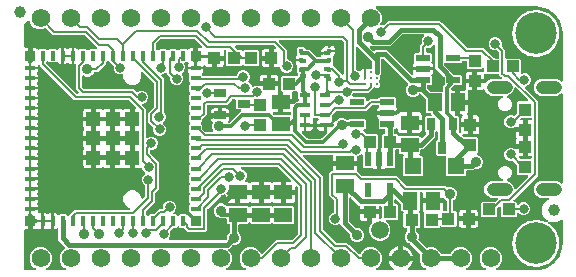
<source format=gbr>
G04 EAGLE Gerber RS-274X export*
G75*
%MOMM*%
%FSLAX34Y34*%
%LPD*%
%INTop Copper*%
%IPPOS*%
%AMOC8*
5,1,8,0,0,1.08239X$1,22.5*%
G01*
%ADD10R,1.500000X1.240000*%
%ADD11C,3.516000*%
%ADD12R,0.550000X1.200000*%
%ADD13R,1.400000X1.400000*%
%ADD14C,1.574800*%
%ADD15R,1.200000X0.550000*%
%ADD16R,1.075000X1.000000*%
%ADD17R,1.240000X1.500000*%
%ADD18R,0.635000X1.016000*%
%ADD19R,1.000000X1.075000*%
%ADD20C,1.108000*%
%ADD21R,0.406400X0.812800*%
%ADD22R,0.812800X0.406400*%
%ADD23R,0.812800X0.812800*%
%ADD24R,1.193800X1.193800*%
%ADD25C,1.500000*%
%ADD26C,0.275000*%
%ADD27R,0.500000X0.350000*%
%ADD28C,1.000000*%
%ADD29R,1.016000X0.635000*%
%ADD30R,0.900000X0.450000*%
%ADD31R,0.400000X0.400000*%
%ADD32C,0.800100*%
%ADD33C,0.254000*%
%ADD34C,0.406400*%
%ADD35C,0.304800*%
%ADD36C,0.203200*%
%ADD37C,0.152400*%
%ADD38C,0.889000*%
%ADD39C,0.906400*%
%ADD40C,0.177800*%

G36*
X439448Y2553D02*
X439448Y2553D01*
X439534Y2555D01*
X439588Y2573D01*
X439644Y2581D01*
X439723Y2616D01*
X439804Y2642D01*
X439852Y2674D01*
X439904Y2697D01*
X439969Y2752D01*
X440041Y2800D01*
X440077Y2844D01*
X440121Y2880D01*
X440168Y2952D01*
X440223Y3018D01*
X440247Y3070D01*
X440278Y3117D01*
X440304Y3199D01*
X440339Y3278D01*
X440347Y3334D01*
X440364Y3388D01*
X440366Y3474D01*
X440378Y3559D01*
X440370Y3615D01*
X440371Y3672D01*
X440350Y3755D01*
X440337Y3841D01*
X440314Y3892D01*
X440299Y3947D01*
X440256Y4021D01*
X440220Y4100D01*
X440183Y4143D01*
X440154Y4192D01*
X440092Y4251D01*
X440036Y4316D01*
X439994Y4342D01*
X439947Y4386D01*
X439818Y4452D01*
X439751Y4494D01*
X439176Y4732D01*
X436532Y7376D01*
X435101Y10830D01*
X435101Y14570D01*
X436532Y18024D01*
X439176Y20668D01*
X442630Y22099D01*
X446370Y22099D01*
X449824Y20668D01*
X452468Y18024D01*
X453899Y14570D01*
X453899Y10830D01*
X452468Y7376D01*
X449824Y4732D01*
X449249Y4494D01*
X449175Y4450D01*
X449096Y4415D01*
X449053Y4378D01*
X449004Y4349D01*
X448945Y4287D01*
X448879Y4231D01*
X448848Y4184D01*
X448809Y4143D01*
X448770Y4066D01*
X448722Y3995D01*
X448705Y3941D01*
X448679Y3890D01*
X448662Y3806D01*
X448636Y3724D01*
X448635Y3667D01*
X448624Y3611D01*
X448631Y3526D01*
X448629Y3440D01*
X448643Y3385D01*
X448648Y3328D01*
X448679Y3248D01*
X448701Y3165D01*
X448730Y3116D01*
X448750Y3063D01*
X448802Y2994D01*
X448846Y2920D01*
X448887Y2881D01*
X448922Y2836D01*
X448990Y2784D01*
X449053Y2726D01*
X449104Y2700D01*
X449149Y2666D01*
X449230Y2635D01*
X449306Y2596D01*
X449355Y2588D01*
X449415Y2565D01*
X449560Y2554D01*
X449637Y2541D01*
X482600Y2541D01*
X482644Y2547D01*
X482680Y2544D01*
X486097Y2813D01*
X486255Y2848D01*
X486331Y2859D01*
X492831Y4971D01*
X493086Y5096D01*
X493100Y5109D01*
X493114Y5115D01*
X498643Y9133D01*
X498847Y9330D01*
X498856Y9346D01*
X498867Y9357D01*
X502885Y14886D01*
X503018Y15137D01*
X503022Y15156D01*
X503029Y15169D01*
X505141Y21669D01*
X505169Y21829D01*
X505187Y21903D01*
X505456Y25320D01*
X505453Y25365D01*
X505459Y25400D01*
X505459Y44533D01*
X505454Y44572D01*
X505456Y44611D01*
X505434Y44712D01*
X505419Y44815D01*
X505403Y44850D01*
X505395Y44888D01*
X505346Y44979D01*
X505303Y45074D01*
X505278Y45104D01*
X505259Y45138D01*
X505187Y45212D01*
X505120Y45291D01*
X505087Y45313D01*
X505060Y45341D01*
X504969Y45391D01*
X504883Y45449D01*
X504846Y45460D01*
X504812Y45480D01*
X504711Y45503D01*
X504612Y45534D01*
X504573Y45535D01*
X504535Y45544D01*
X504431Y45539D01*
X504328Y45542D01*
X504290Y45532D01*
X504251Y45530D01*
X504178Y45503D01*
X504053Y45470D01*
X503989Y45432D01*
X503936Y45412D01*
X500496Y43426D01*
X495184Y43426D01*
X494726Y43691D01*
X494692Y43704D01*
X494662Y43725D01*
X494561Y43757D01*
X494462Y43797D01*
X494426Y43801D01*
X494391Y43812D01*
X494285Y43815D01*
X494179Y43826D01*
X494143Y43819D01*
X494107Y43821D01*
X494004Y43794D01*
X493900Y43775D01*
X493867Y43759D01*
X493831Y43750D01*
X493740Y43696D01*
X493645Y43649D01*
X493618Y43625D01*
X493586Y43606D01*
X493513Y43529D01*
X493435Y43457D01*
X493416Y43426D01*
X493391Y43400D01*
X493342Y43305D01*
X493287Y43215D01*
X493277Y43180D01*
X493260Y43147D01*
X493239Y43043D01*
X493211Y42941D01*
X493212Y42904D01*
X493204Y42869D01*
X493213Y42763D01*
X493215Y42657D01*
X493225Y42622D01*
X493228Y42585D01*
X493266Y42486D01*
X493297Y42384D01*
X493317Y42354D01*
X493330Y42320D01*
X493379Y42258D01*
X493451Y42146D01*
X493500Y42106D01*
X493539Y42057D01*
X498892Y37237D01*
X502298Y29587D01*
X502298Y21213D01*
X498892Y13563D01*
X492669Y7960D01*
X484705Y5372D01*
X476377Y6248D01*
X469125Y10434D01*
X464203Y17209D01*
X462462Y25400D01*
X464203Y33591D01*
X469125Y40366D01*
X476377Y44552D01*
X484705Y45428D01*
X491556Y43202D01*
X491592Y43195D01*
X491626Y43182D01*
X491731Y43171D01*
X491836Y43153D01*
X491872Y43157D01*
X491909Y43153D01*
X492013Y43172D01*
X492119Y43183D01*
X492152Y43197D01*
X492188Y43203D01*
X492284Y43250D01*
X492382Y43291D01*
X492410Y43313D01*
X492443Y43329D01*
X492521Y43401D01*
X492605Y43467D01*
X492626Y43497D01*
X492653Y43521D01*
X492708Y43612D01*
X492770Y43698D01*
X492782Y43733D01*
X492801Y43764D01*
X492829Y43866D01*
X492865Y43966D01*
X492867Y44003D01*
X492877Y44038D01*
X492875Y44144D01*
X492882Y44250D01*
X492873Y44286D01*
X492873Y44322D01*
X492842Y44424D01*
X492819Y44527D01*
X492801Y44559D01*
X492791Y44594D01*
X492733Y44683D01*
X492682Y44776D01*
X492656Y44802D01*
X492636Y44833D01*
X492576Y44883D01*
X492481Y44978D01*
X492426Y45007D01*
X492377Y45047D01*
X490583Y46083D01*
X487926Y50684D01*
X487926Y55996D01*
X490583Y60597D01*
X493256Y62141D01*
X493271Y62153D01*
X493289Y62161D01*
X493383Y62240D01*
X493480Y62316D01*
X493491Y62332D01*
X493506Y62345D01*
X493574Y62447D01*
X493646Y62546D01*
X493653Y62565D01*
X493664Y62581D01*
X493701Y62699D01*
X493742Y62814D01*
X493744Y62834D01*
X493750Y62852D01*
X493753Y62975D01*
X493761Y63098D01*
X493756Y63117D01*
X493757Y63136D01*
X493726Y63255D01*
X493699Y63375D01*
X493690Y63393D01*
X493685Y63411D01*
X493623Y63517D01*
X493564Y63625D01*
X493550Y63639D01*
X493540Y63656D01*
X493450Y63740D01*
X493364Y63827D01*
X493347Y63837D01*
X493333Y63850D01*
X493223Y63906D01*
X493116Y63966D01*
X493097Y63971D01*
X493079Y63980D01*
X493007Y63992D01*
X492839Y64031D01*
X492788Y64029D01*
X492748Y64035D01*
X486485Y64035D01*
X483888Y65111D01*
X481901Y67098D01*
X480825Y69695D01*
X480825Y72505D01*
X481901Y75102D01*
X483888Y77089D01*
X486485Y78165D01*
X500375Y78165D01*
X502972Y77089D01*
X503726Y76335D01*
X503750Y76317D01*
X503769Y76295D01*
X503863Y76232D01*
X503953Y76164D01*
X503981Y76154D01*
X504005Y76137D01*
X504113Y76103D01*
X504219Y76063D01*
X504248Y76060D01*
X504276Y76052D01*
X504390Y76049D01*
X504502Y76039D01*
X504531Y76045D01*
X504560Y76044D01*
X504670Y76073D01*
X504781Y76095D01*
X504807Y76109D01*
X504835Y76116D01*
X504933Y76174D01*
X505033Y76226D01*
X505055Y76246D01*
X505080Y76261D01*
X505157Y76344D01*
X505239Y76422D01*
X505254Y76447D01*
X505274Y76469D01*
X505326Y76570D01*
X505383Y76667D01*
X505390Y76696D01*
X505404Y76722D01*
X505417Y76799D01*
X505453Y76943D01*
X505451Y77005D01*
X505459Y77053D01*
X505459Y151547D01*
X505455Y151576D01*
X505458Y151605D01*
X505435Y151717D01*
X505419Y151829D01*
X505407Y151855D01*
X505402Y151884D01*
X505349Y151985D01*
X505303Y152088D01*
X505284Y152110D01*
X505271Y152137D01*
X505193Y152219D01*
X505120Y152305D01*
X505095Y152321D01*
X505075Y152343D01*
X504977Y152400D01*
X504883Y152463D01*
X504855Y152472D01*
X504830Y152486D01*
X504720Y152514D01*
X504612Y152548D01*
X504582Y152549D01*
X504554Y152556D01*
X504441Y152553D01*
X504328Y152556D01*
X504299Y152548D01*
X504270Y152547D01*
X504162Y152513D01*
X504053Y152484D01*
X504027Y152469D01*
X503999Y152460D01*
X503935Y152414D01*
X503808Y152339D01*
X503765Y152293D01*
X503726Y152265D01*
X502972Y151511D01*
X500375Y150435D01*
X486485Y150435D01*
X483888Y151511D01*
X481901Y153498D01*
X480825Y156095D01*
X480825Y158905D01*
X481901Y161502D01*
X483888Y163489D01*
X486485Y164565D01*
X500375Y164565D01*
X502972Y163489D01*
X503726Y162735D01*
X503750Y162717D01*
X503769Y162695D01*
X503863Y162632D01*
X503953Y162564D01*
X503981Y162554D01*
X504005Y162537D01*
X504113Y162503D01*
X504219Y162463D01*
X504248Y162460D01*
X504276Y162452D01*
X504390Y162449D01*
X504502Y162439D01*
X504531Y162445D01*
X504560Y162444D01*
X504670Y162473D01*
X504781Y162495D01*
X504807Y162509D01*
X504835Y162516D01*
X504933Y162574D01*
X505033Y162626D01*
X505055Y162646D01*
X505080Y162661D01*
X505157Y162744D01*
X505239Y162822D01*
X505254Y162847D01*
X505274Y162869D01*
X505326Y162970D01*
X505383Y163067D01*
X505390Y163096D01*
X505404Y163122D01*
X505417Y163199D01*
X505453Y163343D01*
X505451Y163405D01*
X505459Y163453D01*
X505459Y203200D01*
X505453Y203244D01*
X505456Y203280D01*
X505187Y206697D01*
X505184Y206710D01*
X505185Y206722D01*
X505164Y206800D01*
X505152Y206855D01*
X505141Y206931D01*
X503029Y213431D01*
X502904Y213686D01*
X502891Y213700D01*
X502885Y213714D01*
X498867Y219243D01*
X498670Y219447D01*
X498654Y219456D01*
X498643Y219467D01*
X493114Y223485D01*
X492863Y223618D01*
X492844Y223622D01*
X492831Y223629D01*
X486331Y225741D01*
X486171Y225769D01*
X486097Y225787D01*
X482680Y226056D01*
X482635Y226053D01*
X482600Y226059D01*
X348037Y226059D01*
X347952Y226047D01*
X347866Y226045D01*
X347812Y226027D01*
X347756Y226019D01*
X347678Y225984D01*
X347596Y225958D01*
X347548Y225926D01*
X347496Y225903D01*
X347431Y225848D01*
X347360Y225800D01*
X347323Y225756D01*
X347279Y225720D01*
X347232Y225648D01*
X347177Y225582D01*
X347153Y225530D01*
X347122Y225483D01*
X347096Y225401D01*
X347061Y225322D01*
X347053Y225266D01*
X347036Y225212D01*
X347034Y225126D01*
X347022Y225041D01*
X347030Y224985D01*
X347029Y224928D01*
X347051Y224845D01*
X347063Y224759D01*
X347086Y224708D01*
X347101Y224653D01*
X347144Y224579D01*
X347180Y224500D01*
X347217Y224457D01*
X347246Y224408D01*
X347309Y224349D01*
X347364Y224284D01*
X347406Y224258D01*
X347453Y224214D01*
X347582Y224148D01*
X347649Y224106D01*
X348224Y223868D01*
X350868Y221224D01*
X352299Y217770D01*
X352299Y214030D01*
X351235Y211463D01*
X351206Y211351D01*
X351172Y211242D01*
X351171Y211214D01*
X351164Y211187D01*
X351167Y211073D01*
X351164Y210958D01*
X351171Y210931D01*
X351172Y210903D01*
X351207Y210794D01*
X351236Y210683D01*
X351250Y210659D01*
X351259Y210632D01*
X351323Y210537D01*
X351381Y210438D01*
X351402Y210419D01*
X351417Y210396D01*
X351505Y210322D01*
X351589Y210244D01*
X351614Y210231D01*
X351635Y210213D01*
X351740Y210167D01*
X351842Y210114D01*
X351867Y210110D01*
X351895Y210098D01*
X352158Y210061D01*
X352173Y210059D01*
X352911Y210059D01*
X352990Y210039D01*
X353127Y210003D01*
X353128Y210003D01*
X353130Y210003D01*
X353271Y210008D01*
X353411Y210012D01*
X353412Y210012D01*
X353414Y210012D01*
X353547Y210055D01*
X353682Y210098D01*
X353683Y210099D01*
X353684Y210100D01*
X353697Y210108D01*
X353918Y210256D01*
X353937Y210280D01*
X353958Y210294D01*
X357659Y213996D01*
X401737Y213996D01*
X403523Y212210D01*
X424300Y191433D01*
X424370Y191381D01*
X424434Y191321D01*
X424483Y191295D01*
X424527Y191262D01*
X424609Y191231D01*
X424687Y191191D01*
X424734Y191183D01*
X424793Y191161D01*
X424941Y191149D01*
X425018Y191136D01*
X438567Y191136D01*
X447621Y182082D01*
X447691Y182030D01*
X447755Y181970D01*
X447804Y181944D01*
X447848Y181911D01*
X447930Y181880D01*
X448008Y181840D01*
X448055Y181832D01*
X448114Y181810D01*
X448262Y181798D01*
X448339Y181785D01*
X450911Y181785D01*
X450969Y181793D01*
X451028Y181791D01*
X451109Y181813D01*
X451193Y181825D01*
X451246Y181848D01*
X451303Y181863D01*
X451375Y181906D01*
X451452Y181941D01*
X451497Y181979D01*
X451547Y182008D01*
X451605Y182070D01*
X451669Y182124D01*
X451702Y182173D01*
X451742Y182216D01*
X451780Y182291D01*
X451827Y182361D01*
X451844Y182417D01*
X451871Y182469D01*
X451882Y182537D01*
X451913Y182632D01*
X451915Y182732D01*
X451927Y182800D01*
X451927Y186680D01*
X451914Y186766D01*
X451912Y186854D01*
X451895Y186906D01*
X451887Y186961D01*
X451851Y187041D01*
X451824Y187124D01*
X451796Y187164D01*
X451770Y187221D01*
X451675Y187334D01*
X451629Y187398D01*
X450478Y188549D01*
X450477Y188550D01*
X450476Y188551D01*
X450359Y188638D01*
X450251Y188720D01*
X450249Y188721D01*
X450248Y188722D01*
X450120Y188770D01*
X449985Y188821D01*
X449983Y188821D01*
X449982Y188822D01*
X449844Y188833D01*
X449702Y188845D01*
X449700Y188844D01*
X449698Y188845D01*
X449683Y188841D01*
X449423Y188789D01*
X449415Y188785D01*
X447211Y188785D01*
X445180Y189626D01*
X443626Y191180D01*
X442785Y193211D01*
X442785Y195409D01*
X443626Y197440D01*
X445180Y198994D01*
X447211Y199835D01*
X449409Y199835D01*
X451440Y198994D01*
X452994Y197440D01*
X453835Y195409D01*
X453835Y193189D01*
X453815Y193109D01*
X453780Y192973D01*
X453780Y192972D01*
X453780Y192970D01*
X453784Y192826D01*
X453788Y192689D01*
X453789Y192688D01*
X453789Y192686D01*
X453831Y192553D01*
X453875Y192418D01*
X453876Y192417D01*
X453876Y192416D01*
X453885Y192403D01*
X454033Y192182D01*
X454056Y192163D01*
X454071Y192142D01*
X455222Y190991D01*
X457008Y189205D01*
X457008Y182800D01*
X457016Y182742D01*
X457015Y182684D01*
X457036Y182602D01*
X457048Y182518D01*
X457072Y182465D01*
X457087Y182409D01*
X457130Y182336D01*
X457164Y182259D01*
X457202Y182214D01*
X457232Y182164D01*
X457293Y182106D01*
X457348Y182042D01*
X457396Y182010D01*
X457439Y181970D01*
X457514Y181931D01*
X457584Y181884D01*
X457640Y181867D01*
X457692Y181840D01*
X457760Y181829D01*
X457855Y181799D01*
X457955Y181796D01*
X458023Y181785D01*
X469167Y181785D01*
X470060Y180892D01*
X470060Y170081D01*
X470076Y169967D01*
X470086Y169853D01*
X470096Y169827D01*
X470100Y169799D01*
X470147Y169695D01*
X470188Y169587D01*
X470204Y169565D01*
X470216Y169540D01*
X470290Y169452D01*
X470359Y169361D01*
X470382Y169344D01*
X470399Y169323D01*
X470495Y169259D01*
X470587Y169191D01*
X470613Y169181D01*
X470636Y169165D01*
X470746Y169131D01*
X470853Y169090D01*
X470881Y169088D01*
X470907Y169080D01*
X471022Y169077D01*
X471136Y169068D01*
X471161Y169073D01*
X471191Y169072D01*
X471448Y169139D01*
X471464Y169143D01*
X471976Y169355D01*
X474174Y169355D01*
X476205Y168514D01*
X477759Y166960D01*
X478600Y164929D01*
X478600Y162731D01*
X477759Y160700D01*
X476205Y159146D01*
X474064Y158259D01*
X473965Y158201D01*
X473863Y158148D01*
X473843Y158129D01*
X473819Y158115D01*
X473741Y158031D01*
X473657Y157952D01*
X473643Y157928D01*
X473624Y157908D01*
X473572Y157806D01*
X473513Y157707D01*
X473507Y157680D01*
X473494Y157655D01*
X473472Y157542D01*
X473443Y157431D01*
X473444Y157404D01*
X473439Y157376D01*
X473449Y157262D01*
X473452Y157147D01*
X473461Y157121D01*
X473463Y157093D01*
X473505Y156986D01*
X473540Y156877D01*
X473554Y156856D01*
X473565Y156828D01*
X473726Y156616D01*
X473735Y156603D01*
X482720Y147618D01*
X484506Y145832D01*
X484506Y82768D01*
X482720Y80982D01*
X464098Y62360D01*
X464080Y62336D01*
X464058Y62317D01*
X463995Y62223D01*
X463927Y62133D01*
X463917Y62105D01*
X463900Y62081D01*
X463866Y61973D01*
X463826Y61867D01*
X463823Y61838D01*
X463815Y61810D01*
X463812Y61696D01*
X463802Y61584D01*
X463808Y61555D01*
X463807Y61526D01*
X463836Y61416D01*
X463858Y61305D01*
X463872Y61279D01*
X463879Y61251D01*
X463937Y61153D01*
X463989Y61053D01*
X464009Y61031D01*
X464024Y61006D01*
X464107Y60929D01*
X464185Y60847D01*
X464210Y60832D01*
X464232Y60812D01*
X464333Y60760D01*
X464430Y60703D01*
X464459Y60696D01*
X464485Y60682D01*
X464562Y60669D01*
X464706Y60633D01*
X464768Y60635D01*
X464816Y60627D01*
X465865Y60627D01*
X466758Y59734D01*
X466758Y59193D01*
X466762Y59164D01*
X466759Y59134D01*
X466782Y59023D01*
X466798Y58911D01*
X466810Y58884D01*
X466815Y58856D01*
X466868Y58755D01*
X466914Y58652D01*
X466933Y58629D01*
X466946Y58603D01*
X467024Y58521D01*
X467097Y58435D01*
X467122Y58418D01*
X467142Y58397D01*
X467240Y58340D01*
X467334Y58277D01*
X467362Y58268D01*
X467387Y58253D01*
X467497Y58226D01*
X467605Y58191D01*
X467635Y58191D01*
X467663Y58183D01*
X467776Y58187D01*
X467889Y58184D01*
X467918Y58191D01*
X467947Y58192D01*
X468055Y58227D01*
X468164Y58256D01*
X468190Y58271D01*
X468218Y58280D01*
X468282Y58325D01*
X468409Y58401D01*
X468452Y58447D01*
X468491Y58475D01*
X469310Y59294D01*
X471341Y60135D01*
X473539Y60135D01*
X475570Y59294D01*
X477124Y57740D01*
X477965Y55709D01*
X477965Y53511D01*
X477124Y51480D01*
X475570Y49926D01*
X473539Y49085D01*
X471341Y49085D01*
X469310Y49926D01*
X468491Y50745D01*
X468467Y50763D01*
X468448Y50785D01*
X468354Y50848D01*
X468264Y50916D01*
X468236Y50927D01*
X468212Y50943D01*
X468104Y50977D01*
X467998Y51017D01*
X467969Y51020D01*
X467941Y51029D01*
X467827Y51032D01*
X467715Y51041D01*
X467686Y51035D01*
X467657Y51036D01*
X467547Y51007D01*
X467436Y50985D01*
X467410Y50972D01*
X467382Y50964D01*
X467284Y50906D01*
X467184Y50854D01*
X467162Y50834D01*
X467137Y50819D01*
X467060Y50736D01*
X466978Y50658D01*
X466963Y50633D01*
X466943Y50612D01*
X466891Y50511D01*
X466834Y50413D01*
X466827Y50385D01*
X466813Y50358D01*
X466800Y50281D01*
X466764Y50138D01*
X466766Y50075D01*
X466758Y50027D01*
X466758Y48470D01*
X465865Y47577D01*
X453851Y47577D01*
X452958Y48470D01*
X452958Y55484D01*
X452954Y55514D01*
X452957Y55543D01*
X452934Y55654D01*
X452918Y55766D01*
X452906Y55793D01*
X452901Y55821D01*
X452848Y55922D01*
X452802Y56025D01*
X452783Y56048D01*
X452770Y56074D01*
X452692Y56156D01*
X452619Y56242D01*
X452594Y56259D01*
X452574Y56280D01*
X452476Y56337D01*
X452382Y56400D01*
X452354Y56409D01*
X452329Y56424D01*
X452219Y56451D01*
X452111Y56486D01*
X452081Y56486D01*
X452053Y56494D01*
X451940Y56490D01*
X451827Y56493D01*
X451798Y56486D01*
X451769Y56485D01*
X451661Y56450D01*
X451552Y56421D01*
X451526Y56406D01*
X451498Y56397D01*
X451434Y56352D01*
X451307Y56276D01*
X451264Y56230D01*
X451225Y56202D01*
X450055Y55032D01*
X450039Y55011D01*
X450019Y54994D01*
X449987Y54946D01*
X449943Y54899D01*
X449917Y54849D01*
X449884Y54805D01*
X449872Y54773D01*
X449862Y54757D01*
X449847Y54712D01*
X449813Y54645D01*
X449805Y54598D01*
X449783Y54539D01*
X449780Y54498D01*
X449776Y54486D01*
X449775Y54438D01*
X449771Y54392D01*
X449758Y54314D01*
X449758Y48470D01*
X448865Y47577D01*
X436851Y47577D01*
X435958Y48470D01*
X435958Y59734D01*
X436851Y60627D01*
X448043Y60627D01*
X448129Y60639D01*
X448217Y60642D01*
X448269Y60659D01*
X448324Y60667D01*
X448404Y60702D01*
X448487Y60729D01*
X448527Y60757D01*
X448584Y60783D01*
X448697Y60879D01*
X448761Y60924D01*
X450139Y62302D01*
X450156Y62326D01*
X450179Y62345D01*
X450241Y62439D01*
X450310Y62529D01*
X450320Y62557D01*
X450336Y62581D01*
X450370Y62689D01*
X450411Y62795D01*
X450413Y62824D01*
X450422Y62852D01*
X450425Y62966D01*
X450434Y63078D01*
X450429Y63107D01*
X450429Y63136D01*
X450401Y63246D01*
X450378Y63357D01*
X450365Y63383D01*
X450358Y63411D01*
X450300Y63509D01*
X450248Y63609D01*
X450227Y63631D01*
X450212Y63656D01*
X450130Y63733D01*
X450052Y63815D01*
X450026Y63830D01*
X450005Y63850D01*
X449904Y63902D01*
X449806Y63959D01*
X449778Y63966D01*
X449752Y63980D01*
X449675Y63993D01*
X449531Y64029D01*
X449468Y64027D01*
X449421Y64035D01*
X444685Y64035D01*
X442088Y65111D01*
X440101Y67098D01*
X439025Y69695D01*
X439025Y72505D01*
X440101Y75102D01*
X442088Y77089D01*
X444685Y78165D01*
X453862Y78165D01*
X453947Y78177D01*
X454033Y78179D01*
X454087Y78197D01*
X454143Y78205D01*
X454221Y78240D01*
X454303Y78266D01*
X454351Y78298D01*
X454403Y78321D01*
X454468Y78376D01*
X454539Y78424D01*
X454576Y78468D01*
X454620Y78504D01*
X454667Y78576D01*
X454722Y78642D01*
X454746Y78694D01*
X454777Y78741D01*
X454803Y78823D01*
X454838Y78902D01*
X454846Y78958D01*
X454863Y79012D01*
X454865Y79098D01*
X454877Y79183D01*
X454869Y79239D01*
X454870Y79296D01*
X454848Y79379D01*
X454836Y79465D01*
X454813Y79516D01*
X454798Y79571D01*
X454754Y79645D01*
X454719Y79724D01*
X454682Y79767D01*
X454653Y79816D01*
X454590Y79875D01*
X454535Y79940D01*
X454493Y79966D01*
X454446Y80010D01*
X454317Y80076D01*
X454250Y80118D01*
X453350Y80491D01*
X451721Y82120D01*
X450839Y84248D01*
X450839Y86552D01*
X451721Y88680D01*
X453350Y90309D01*
X455478Y91191D01*
X457782Y91191D01*
X459910Y90309D01*
X461539Y88680D01*
X462421Y86552D01*
X462421Y84248D01*
X461539Y82120D01*
X459910Y80491D01*
X458699Y79989D01*
X458674Y79974D01*
X458646Y79965D01*
X458552Y79902D01*
X458454Y79845D01*
X458434Y79823D01*
X458410Y79807D01*
X458337Y79720D01*
X458259Y79638D01*
X458246Y79612D01*
X458227Y79590D01*
X458181Y79486D01*
X458129Y79385D01*
X458123Y79357D01*
X458111Y79330D01*
X458096Y79218D01*
X458074Y79106D01*
X458077Y79077D01*
X458073Y79048D01*
X458089Y78936D01*
X458099Y78823D01*
X458109Y78796D01*
X458113Y78767D01*
X458160Y78664D01*
X458201Y78558D01*
X458218Y78534D01*
X458230Y78508D01*
X458304Y78422D01*
X458372Y78331D01*
X458396Y78314D01*
X458415Y78291D01*
X458481Y78250D01*
X458600Y78161D01*
X458658Y78139D01*
X458699Y78113D01*
X461172Y77089D01*
X463159Y75102D01*
X464235Y72505D01*
X464235Y72134D01*
X464239Y72105D01*
X464236Y72076D01*
X464259Y71965D01*
X464275Y71852D01*
X464287Y71826D01*
X464292Y71797D01*
X464344Y71696D01*
X464391Y71593D01*
X464410Y71571D01*
X464423Y71545D01*
X464501Y71462D01*
X464574Y71376D01*
X464599Y71360D01*
X464619Y71338D01*
X464717Y71281D01*
X464811Y71218D01*
X464839Y71210D01*
X464864Y71195D01*
X464974Y71167D01*
X465082Y71133D01*
X465112Y71132D01*
X465140Y71125D01*
X465253Y71128D01*
X465366Y71125D01*
X465395Y71133D01*
X465424Y71134D01*
X465532Y71169D01*
X465641Y71197D01*
X465667Y71212D01*
X465695Y71221D01*
X465758Y71267D01*
X465886Y71342D01*
X465929Y71388D01*
X465968Y71416D01*
X476225Y81673D01*
X476243Y81697D01*
X476265Y81716D01*
X476328Y81810D01*
X476396Y81900D01*
X476406Y81928D01*
X476423Y81952D01*
X476457Y82060D01*
X476497Y82166D01*
X476500Y82195D01*
X476508Y82223D01*
X476511Y82337D01*
X476521Y82449D01*
X476515Y82478D01*
X476516Y82507D01*
X476487Y82617D01*
X476465Y82728D01*
X476451Y82754D01*
X476444Y82782D01*
X476386Y82880D01*
X476334Y82980D01*
X476314Y83002D01*
X476299Y83027D01*
X476216Y83104D01*
X476138Y83186D01*
X476113Y83201D01*
X476091Y83221D01*
X475990Y83273D01*
X475893Y83330D01*
X475864Y83337D01*
X475838Y83351D01*
X475761Y83364D01*
X475617Y83400D01*
X475555Y83398D01*
X475507Y83406D01*
X468078Y83406D01*
X467185Y84299D01*
X467185Y91352D01*
X467173Y91438D01*
X467170Y91526D01*
X467153Y91578D01*
X467145Y91633D01*
X467110Y91713D01*
X467083Y91796D01*
X467055Y91835D01*
X467029Y91892D01*
X466933Y92006D01*
X466888Y92069D01*
X463813Y95145D01*
X463812Y95145D01*
X463811Y95147D01*
X463694Y95234D01*
X463586Y95315D01*
X463584Y95316D01*
X463583Y95317D01*
X463453Y95366D01*
X463320Y95417D01*
X463318Y95417D01*
X463317Y95417D01*
X463179Y95428D01*
X463037Y95440D01*
X463035Y95440D01*
X463033Y95440D01*
X463018Y95437D01*
X462758Y95384D01*
X462750Y95380D01*
X460546Y95380D01*
X458515Y96221D01*
X456961Y97776D01*
X456120Y99806D01*
X456120Y102005D01*
X456961Y104035D01*
X458515Y105590D01*
X460546Y106431D01*
X462744Y106431D01*
X464775Y105590D01*
X464792Y105572D01*
X464862Y105520D01*
X464926Y105460D01*
X464975Y105434D01*
X465019Y105401D01*
X465101Y105370D01*
X465179Y105330D01*
X465227Y105322D01*
X465285Y105300D01*
X465433Y105288D01*
X465510Y105275D01*
X471679Y105275D01*
X471679Y99390D01*
X469204Y99390D01*
X469175Y99386D01*
X469146Y99389D01*
X469035Y99366D01*
X468923Y99350D01*
X468896Y99338D01*
X468867Y99333D01*
X468767Y99281D01*
X468663Y99234D01*
X468641Y99215D01*
X468615Y99202D01*
X468533Y99124D01*
X468446Y99051D01*
X468430Y99026D01*
X468409Y99006D01*
X468352Y98908D01*
X468289Y98814D01*
X468280Y98786D01*
X468265Y98761D01*
X468237Y98651D01*
X468203Y98543D01*
X468202Y98513D01*
X468195Y98485D01*
X468199Y98372D01*
X468196Y98259D01*
X468203Y98230D01*
X468204Y98201D01*
X468239Y98093D01*
X468268Y97984D01*
X468283Y97958D01*
X468292Y97930D01*
X468337Y97867D01*
X468413Y97739D01*
X468459Y97696D01*
X468487Y97657D01*
X468641Y97503D01*
X468710Y97451D01*
X468774Y97391D01*
X468824Y97365D01*
X468868Y97332D01*
X468949Y97301D01*
X469027Y97261D01*
X469075Y97253D01*
X469133Y97231D01*
X469281Y97219D01*
X469358Y97206D01*
X478409Y97206D01*
X478467Y97214D01*
X478525Y97212D01*
X478607Y97234D01*
X478691Y97246D01*
X478744Y97269D01*
X478800Y97284D01*
X478873Y97327D01*
X478950Y97362D01*
X478995Y97400D01*
X479045Y97429D01*
X479103Y97491D01*
X479167Y97545D01*
X479199Y97594D01*
X479239Y97637D01*
X479278Y97712D01*
X479325Y97782D01*
X479342Y97838D01*
X479369Y97890D01*
X479380Y97958D01*
X479410Y98053D01*
X479413Y98153D01*
X479424Y98221D01*
X479424Y98375D01*
X479416Y98433D01*
X479418Y98491D01*
X479396Y98573D01*
X479384Y98657D01*
X479361Y98710D01*
X479346Y98766D01*
X479303Y98839D01*
X479268Y98916D01*
X479230Y98961D01*
X479201Y99011D01*
X479139Y99069D01*
X479085Y99133D01*
X479036Y99165D01*
X478993Y99205D01*
X478918Y99244D01*
X478848Y99291D01*
X478792Y99308D01*
X478740Y99335D01*
X478672Y99346D01*
X478577Y99376D01*
X478477Y99379D01*
X478409Y99390D01*
X475741Y99390D01*
X475741Y106290D01*
X475733Y106348D01*
X475734Y106406D01*
X475713Y106488D01*
X475701Y106571D01*
X475677Y106625D01*
X475663Y106681D01*
X475620Y106754D01*
X475585Y106831D01*
X475547Y106875D01*
X475517Y106926D01*
X475456Y106983D01*
X475401Y107048D01*
X475353Y107080D01*
X475310Y107120D01*
X475235Y107159D01*
X475165Y107205D01*
X475109Y107223D01*
X475057Y107250D01*
X474989Y107261D01*
X474894Y107291D01*
X474794Y107294D01*
X474726Y107305D01*
X473709Y107305D01*
X473709Y107307D01*
X474726Y107307D01*
X474784Y107315D01*
X474842Y107314D01*
X474924Y107335D01*
X475007Y107347D01*
X475061Y107371D01*
X475117Y107385D01*
X475190Y107428D01*
X475267Y107463D01*
X475311Y107501D01*
X475362Y107531D01*
X475419Y107592D01*
X475484Y107647D01*
X475516Y107695D01*
X475556Y107738D01*
X475595Y107813D01*
X475641Y107883D01*
X475659Y107939D01*
X475686Y107991D01*
X475697Y108059D01*
X475727Y108154D01*
X475730Y108254D01*
X475741Y108322D01*
X475741Y120659D01*
X475733Y120717D01*
X475734Y120775D01*
X475713Y120857D01*
X475701Y120940D01*
X475677Y120994D01*
X475663Y121050D01*
X475620Y121123D01*
X475585Y121200D01*
X475547Y121244D01*
X475517Y121295D01*
X475456Y121352D01*
X475401Y121417D01*
X475353Y121449D01*
X475310Y121489D01*
X475235Y121528D01*
X475165Y121574D01*
X475109Y121592D01*
X475057Y121619D01*
X474989Y121630D01*
X474894Y121660D01*
X474794Y121663D01*
X474726Y121674D01*
X473709Y121674D01*
X473709Y121676D01*
X474726Y121676D01*
X474784Y121684D01*
X474842Y121683D01*
X474924Y121704D01*
X475007Y121716D01*
X475061Y121740D01*
X475117Y121754D01*
X475190Y121797D01*
X475267Y121832D01*
X475311Y121870D01*
X475362Y121900D01*
X475419Y121961D01*
X475484Y122016D01*
X475516Y122064D01*
X475556Y122107D01*
X475595Y122182D01*
X475641Y122252D01*
X475659Y122308D01*
X475686Y122360D01*
X475697Y122428D01*
X475727Y122523D01*
X475730Y122623D01*
X475741Y122691D01*
X475741Y129591D01*
X478409Y129591D01*
X478467Y129599D01*
X478525Y129597D01*
X478607Y129619D01*
X478691Y129631D01*
X478744Y129654D01*
X478800Y129669D01*
X478873Y129712D01*
X478950Y129747D01*
X478995Y129785D01*
X479045Y129814D01*
X479103Y129876D01*
X479167Y129930D01*
X479199Y129979D01*
X479239Y130022D01*
X479278Y130097D01*
X479325Y130167D01*
X479342Y130223D01*
X479369Y130275D01*
X479380Y130343D01*
X479410Y130438D01*
X479413Y130538D01*
X479424Y130606D01*
X479424Y130760D01*
X479416Y130818D01*
X479418Y130876D01*
X479396Y130958D01*
X479384Y131042D01*
X479361Y131095D01*
X479346Y131151D01*
X479303Y131224D01*
X479268Y131301D01*
X479230Y131346D01*
X479201Y131396D01*
X479139Y131454D01*
X479085Y131518D01*
X479036Y131550D01*
X478993Y131590D01*
X478918Y131629D01*
X478848Y131676D01*
X478792Y131693D01*
X478740Y131720D01*
X478672Y131731D01*
X478577Y131761D01*
X478477Y131764D01*
X478409Y131775D01*
X470824Y131775D01*
X470737Y131763D01*
X470650Y131760D01*
X470597Y131743D01*
X470542Y131735D01*
X470463Y131700D01*
X470380Y131673D01*
X470340Y131645D01*
X470283Y131619D01*
X470170Y131524D01*
X470106Y131478D01*
X469952Y131324D01*
X469934Y131300D01*
X469912Y131281D01*
X469849Y131187D01*
X469781Y131097D01*
X469771Y131069D01*
X469754Y131045D01*
X469720Y130937D01*
X469680Y130831D01*
X469677Y130802D01*
X469669Y130774D01*
X469666Y130661D01*
X469656Y130548D01*
X469662Y130519D01*
X469661Y130490D01*
X469690Y130380D01*
X469712Y130269D01*
X469726Y130243D01*
X469733Y130215D01*
X469791Y130117D01*
X469843Y130017D01*
X469863Y129995D01*
X469878Y129970D01*
X469961Y129893D01*
X470039Y129811D01*
X470064Y129796D01*
X470086Y129776D01*
X470186Y129724D01*
X470284Y129667D01*
X470313Y129660D01*
X470339Y129646D01*
X470416Y129633D01*
X470560Y129597D01*
X470622Y129599D01*
X470670Y129591D01*
X471679Y129591D01*
X471679Y123706D01*
X465267Y123706D01*
X465237Y123702D01*
X465206Y123704D01*
X465129Y123687D01*
X464986Y123666D01*
X464927Y123640D01*
X464879Y123629D01*
X462744Y122745D01*
X460546Y122745D01*
X458515Y123586D01*
X456961Y125140D01*
X456120Y127171D01*
X456120Y129369D01*
X456961Y131400D01*
X458515Y132954D01*
X460546Y133795D01*
X462744Y133795D01*
X463880Y133325D01*
X463882Y133324D01*
X463883Y133323D01*
X464017Y133289D01*
X464155Y133254D01*
X464157Y133254D01*
X464159Y133253D01*
X464299Y133258D01*
X464440Y133262D01*
X464441Y133262D01*
X464443Y133262D01*
X464576Y133305D01*
X464710Y133348D01*
X464712Y133349D01*
X464713Y133350D01*
X464725Y133358D01*
X464947Y133507D01*
X464966Y133530D01*
X464987Y133545D01*
X466888Y135446D01*
X466940Y135516D01*
X467000Y135580D01*
X467026Y135629D01*
X467059Y135673D01*
X467090Y135755D01*
X467130Y135833D01*
X467138Y135880D01*
X467160Y135939D01*
X467172Y136087D01*
X467185Y136164D01*
X467185Y144682D01*
X468078Y145575D01*
X475126Y145575D01*
X475155Y145579D01*
X475184Y145576D01*
X475295Y145599D01*
X475408Y145615D01*
X475434Y145627D01*
X475463Y145632D01*
X475564Y145684D01*
X475667Y145731D01*
X475689Y145750D01*
X475715Y145763D01*
X475798Y145841D01*
X475884Y145914D01*
X475900Y145939D01*
X475922Y145959D01*
X475979Y146057D01*
X476042Y146151D01*
X476050Y146179D01*
X476065Y146204D01*
X476093Y146314D01*
X476127Y146422D01*
X476128Y146452D01*
X476135Y146480D01*
X476132Y146593D01*
X476135Y146706D01*
X476127Y146735D01*
X476126Y146764D01*
X476091Y146872D01*
X476063Y146981D01*
X476048Y147007D01*
X476039Y147035D01*
X475993Y147098D01*
X475918Y147226D01*
X475872Y147269D01*
X475844Y147308D01*
X465968Y157184D01*
X465944Y157202D01*
X465925Y157224D01*
X465831Y157287D01*
X465741Y157355D01*
X465713Y157365D01*
X465689Y157382D01*
X465581Y157416D01*
X465475Y157456D01*
X465446Y157459D01*
X465418Y157467D01*
X465304Y157470D01*
X465192Y157480D01*
X465163Y157474D01*
X465134Y157475D01*
X465024Y157446D01*
X464913Y157424D01*
X464887Y157410D01*
X464859Y157403D01*
X464761Y157345D01*
X464661Y157293D01*
X464639Y157273D01*
X464614Y157258D01*
X464537Y157175D01*
X464455Y157097D01*
X464440Y157072D01*
X464420Y157050D01*
X464368Y156949D01*
X464311Y156852D01*
X464304Y156823D01*
X464290Y156797D01*
X464277Y156720D01*
X464241Y156576D01*
X464243Y156514D01*
X464235Y156466D01*
X464235Y156095D01*
X463159Y153498D01*
X461172Y151511D01*
X458699Y150487D01*
X458674Y150472D01*
X458646Y150463D01*
X458552Y150400D01*
X458454Y150342D01*
X458434Y150321D01*
X458410Y150304D01*
X458337Y150218D01*
X458259Y150135D01*
X458246Y150109D01*
X458227Y150087D01*
X458181Y149983D01*
X458129Y149883D01*
X458123Y149854D01*
X458111Y149827D01*
X458096Y149715D01*
X458074Y149604D01*
X458077Y149575D01*
X458073Y149546D01*
X458089Y149433D01*
X458099Y149321D01*
X458109Y149293D01*
X458113Y149264D01*
X458160Y149161D01*
X458201Y149055D01*
X458218Y149032D01*
X458230Y149005D01*
X458304Y148919D01*
X458372Y148829D01*
X458396Y148811D01*
X458415Y148789D01*
X458481Y148747D01*
X458600Y148658D01*
X458658Y148636D01*
X458699Y148611D01*
X459910Y148109D01*
X461539Y146480D01*
X462421Y144352D01*
X462421Y142048D01*
X461539Y139920D01*
X459910Y138291D01*
X457782Y137409D01*
X455478Y137409D01*
X453350Y138291D01*
X451721Y139920D01*
X450839Y142048D01*
X450839Y144352D01*
X451721Y146480D01*
X453350Y148109D01*
X454250Y148482D01*
X454324Y148526D01*
X454403Y148561D01*
X454446Y148598D01*
X454495Y148627D01*
X454554Y148689D01*
X454620Y148745D01*
X454651Y148792D01*
X454690Y148833D01*
X454729Y148910D01*
X454777Y148981D01*
X454794Y149035D01*
X454820Y149086D01*
X454837Y149170D01*
X454863Y149252D01*
X454864Y149309D01*
X454875Y149365D01*
X454868Y149450D01*
X454870Y149536D01*
X454856Y149591D01*
X454851Y149648D01*
X454820Y149729D01*
X454798Y149811D01*
X454769Y149860D01*
X454749Y149913D01*
X454697Y149982D01*
X454653Y150056D01*
X454612Y150095D01*
X454577Y150140D01*
X454508Y150192D01*
X454446Y150250D01*
X454395Y150276D01*
X454350Y150310D01*
X454269Y150341D01*
X454193Y150380D01*
X454144Y150388D01*
X454084Y150411D01*
X453939Y150422D01*
X453862Y150435D01*
X444685Y150435D01*
X442088Y151511D01*
X440101Y153498D01*
X439351Y155309D01*
X439292Y155408D01*
X439239Y155510D01*
X439220Y155530D01*
X439206Y155554D01*
X439123Y155633D01*
X439043Y155716D01*
X439020Y155730D01*
X438999Y155749D01*
X438897Y155802D01*
X438798Y155860D01*
X438771Y155867D01*
X438747Y155879D01*
X438634Y155902D01*
X438523Y155930D01*
X438495Y155929D01*
X438468Y155935D01*
X438354Y155925D01*
X438239Y155921D01*
X438212Y155912D01*
X438185Y155910D01*
X438078Y155869D01*
X437968Y155833D01*
X437948Y155819D01*
X437919Y155808D01*
X437707Y155648D01*
X437695Y155639D01*
X437598Y155542D01*
X437019Y155207D01*
X436372Y155034D01*
X433069Y155034D01*
X433069Y160919D01*
X439181Y160919D01*
X439182Y160919D01*
X439184Y160919D01*
X439325Y160939D01*
X439462Y160959D01*
X439464Y160959D01*
X439465Y160959D01*
X439595Y161018D01*
X439722Y161075D01*
X439723Y161076D01*
X439725Y161077D01*
X439834Y161170D01*
X439939Y161259D01*
X439940Y161260D01*
X439941Y161261D01*
X439949Y161274D01*
X440096Y161495D01*
X440097Y161496D01*
X440098Y161499D01*
X442088Y163489D01*
X444685Y164565D01*
X452961Y164565D01*
X452990Y164569D01*
X453019Y164566D01*
X453130Y164589D01*
X453243Y164605D01*
X453269Y164617D01*
X453298Y164622D01*
X453399Y164675D01*
X453502Y164721D01*
X453524Y164740D01*
X453550Y164753D01*
X453633Y164831D01*
X453719Y164904D01*
X453735Y164929D01*
X453757Y164949D01*
X453814Y165047D01*
X453877Y165141D01*
X453885Y165169D01*
X453900Y165194D01*
X453928Y165304D01*
X453962Y165412D01*
X453963Y165442D01*
X453970Y165470D01*
X453967Y165583D01*
X453970Y165696D01*
X453962Y165725D01*
X453961Y165754D01*
X453926Y165862D01*
X453898Y165971D01*
X453883Y165997D01*
X453874Y166025D01*
X453828Y166088D01*
X453753Y166216D01*
X453707Y166259D01*
X453679Y166298D01*
X451823Y168154D01*
X451805Y168184D01*
X451770Y168261D01*
X451733Y168306D01*
X451703Y168356D01*
X451641Y168414D01*
X451587Y168478D01*
X451538Y168510D01*
X451496Y168550D01*
X451420Y168589D01*
X451350Y168636D01*
X451294Y168653D01*
X451242Y168680D01*
X451174Y168691D01*
X451079Y168721D01*
X450979Y168724D01*
X450911Y168735D01*
X440101Y168735D01*
X440085Y168748D01*
X440057Y168758D01*
X440033Y168774D01*
X439925Y168809D01*
X439819Y168849D01*
X439790Y168851D01*
X439762Y168860D01*
X439649Y168863D01*
X439536Y168873D01*
X439507Y168867D01*
X439478Y168868D01*
X439368Y168839D01*
X439257Y168817D01*
X439231Y168803D01*
X439203Y168796D01*
X439105Y168738D01*
X439005Y168686D01*
X438984Y168666D01*
X438958Y168650D01*
X438880Y168568D01*
X438799Y168490D01*
X438784Y168465D01*
X438764Y168443D01*
X438712Y168342D01*
X438655Y168245D01*
X438648Y168216D01*
X438634Y168190D01*
X438621Y168113D01*
X438585Y167969D01*
X438587Y167907D01*
X438579Y167859D01*
X438579Y164981D01*
X433069Y164981D01*
X433069Y170866D01*
X436372Y170866D01*
X437019Y170693D01*
X437698Y170300D01*
X437754Y170258D01*
X437781Y170248D01*
X437806Y170231D01*
X437914Y170197D01*
X438019Y170157D01*
X438049Y170155D01*
X438077Y170146D01*
X438190Y170143D01*
X438303Y170133D01*
X438332Y170139D01*
X438361Y170138D01*
X438470Y170167D01*
X438581Y170189D01*
X438608Y170203D01*
X438636Y170210D01*
X438733Y170268D01*
X438834Y170320D01*
X438855Y170340D01*
X438881Y170355D01*
X438958Y170438D01*
X439040Y170515D01*
X439055Y170541D01*
X439075Y170563D01*
X439127Y170663D01*
X439184Y170761D01*
X439191Y170789D01*
X439205Y170816D01*
X439218Y170893D01*
X439254Y171036D01*
X439252Y171099D01*
X439260Y171147D01*
X439260Y173190D01*
X439256Y173219D01*
X439259Y173248D01*
X439236Y173359D01*
X439220Y173471D01*
X439208Y173498D01*
X439203Y173527D01*
X439150Y173628D01*
X439104Y173731D01*
X439085Y173753D01*
X439072Y173779D01*
X438994Y173861D01*
X438921Y173948D01*
X438896Y173964D01*
X438876Y173985D01*
X438778Y174043D01*
X438684Y174105D01*
X438656Y174114D01*
X438631Y174129D01*
X438521Y174157D01*
X438413Y174191D01*
X438383Y174192D01*
X438355Y174199D01*
X438242Y174196D01*
X438129Y174199D01*
X438100Y174191D01*
X438071Y174190D01*
X437963Y174155D01*
X437854Y174127D01*
X437828Y174112D01*
X437800Y174103D01*
X437736Y174057D01*
X437609Y173981D01*
X437566Y173936D01*
X437527Y173908D01*
X436670Y173050D01*
X425406Y173050D01*
X424513Y173943D01*
X424513Y179172D01*
X424505Y179230D01*
X424507Y179288D01*
X424485Y179370D01*
X424473Y179454D01*
X424450Y179507D01*
X424435Y179563D01*
X424392Y179636D01*
X424357Y179713D01*
X424319Y179758D01*
X424290Y179808D01*
X424228Y179866D01*
X424174Y179930D01*
X424125Y179962D01*
X424082Y180002D01*
X424007Y180041D01*
X423937Y180088D01*
X423881Y180105D01*
X423829Y180132D01*
X423761Y180143D01*
X423666Y180173D01*
X423566Y180176D01*
X423498Y180187D01*
X421591Y180187D01*
X421533Y180179D01*
X421475Y180181D01*
X421393Y180159D01*
X421309Y180147D01*
X421256Y180124D01*
X421200Y180109D01*
X421127Y180066D01*
X421050Y180031D01*
X421005Y179993D01*
X420955Y179964D01*
X420897Y179902D01*
X420833Y179848D01*
X420801Y179799D01*
X420761Y179756D01*
X420722Y179681D01*
X420675Y179611D01*
X420658Y179555D01*
X420631Y179503D01*
X420620Y179435D01*
X420599Y179370D01*
X419683Y178453D01*
X406342Y178453D01*
X406331Y178460D01*
X406223Y178495D01*
X406117Y178535D01*
X406088Y178537D01*
X406060Y178546D01*
X405947Y178549D01*
X405834Y178559D01*
X405805Y178553D01*
X405776Y178554D01*
X405666Y178525D01*
X405555Y178503D01*
X405529Y178489D01*
X405501Y178482D01*
X405403Y178424D01*
X405303Y178372D01*
X405281Y178351D01*
X405256Y178336D01*
X405179Y178254D01*
X405097Y178176D01*
X405082Y178151D01*
X405062Y178129D01*
X405010Y178028D01*
X404953Y177931D01*
X404946Y177902D01*
X404932Y177876D01*
X404919Y177799D01*
X404883Y177655D01*
X404885Y177593D01*
X404877Y177545D01*
X404877Y177353D01*
X404889Y177266D01*
X404892Y177179D01*
X404909Y177126D01*
X404917Y177071D01*
X404952Y176991D01*
X404979Y176908D01*
X405007Y176869D01*
X405033Y176812D01*
X405129Y176699D01*
X405174Y176635D01*
X413509Y168300D01*
X413579Y168248D01*
X413643Y168188D01*
X413692Y168162D01*
X413736Y168129D01*
X413818Y168098D01*
X413896Y168058D01*
X413943Y168050D01*
X414002Y168028D01*
X414149Y168016D01*
X414227Y168003D01*
X419683Y168003D01*
X420576Y167110D01*
X420576Y160346D01*
X419683Y159453D01*
X414606Y159453D01*
X414519Y159441D01*
X414432Y159438D01*
X414379Y159421D01*
X414325Y159413D01*
X414245Y159378D01*
X414162Y159351D01*
X414122Y159323D01*
X414065Y159297D01*
X413952Y159201D01*
X413888Y159156D01*
X411286Y156554D01*
X411271Y156534D01*
X411254Y156519D01*
X411252Y156516D01*
X411246Y156511D01*
X411183Y156417D01*
X411115Y156327D01*
X411105Y156299D01*
X411088Y156275D01*
X411054Y156167D01*
X411014Y156061D01*
X411012Y156032D01*
X411003Y156004D01*
X411000Y155890D01*
X410990Y155778D01*
X410996Y155749D01*
X410995Y155720D01*
X411024Y155610D01*
X411046Y155499D01*
X411060Y155473D01*
X411067Y155445D01*
X411125Y155347D01*
X411177Y155247D01*
X411197Y155225D01*
X411212Y155200D01*
X411295Y155123D01*
X411373Y155041D01*
X411398Y155026D01*
X411420Y155006D01*
X411521Y154954D01*
X411618Y154897D01*
X411647Y154890D01*
X411673Y154876D01*
X411750Y154863D01*
X411894Y154827D01*
X411956Y154829D01*
X412004Y154821D01*
X414631Y154821D01*
X414631Y145796D01*
X414639Y145738D01*
X414637Y145680D01*
X414659Y145598D01*
X414671Y145515D01*
X414695Y145461D01*
X414709Y145405D01*
X414752Y145332D01*
X414787Y145255D01*
X414825Y145211D01*
X414855Y145160D01*
X414916Y145103D01*
X414971Y145038D01*
X415019Y145006D01*
X415062Y144966D01*
X415137Y144927D01*
X415207Y144881D01*
X415263Y144863D01*
X415315Y144836D01*
X415383Y144825D01*
X415478Y144795D01*
X415578Y144792D01*
X415646Y144781D01*
X416663Y144781D01*
X416663Y144779D01*
X415646Y144779D01*
X415588Y144771D01*
X415530Y144772D01*
X415448Y144751D01*
X415365Y144739D01*
X415311Y144715D01*
X415255Y144701D01*
X415182Y144658D01*
X415105Y144623D01*
X415060Y144585D01*
X415010Y144555D01*
X414952Y144494D01*
X414888Y144439D01*
X414856Y144391D01*
X414816Y144348D01*
X414777Y144273D01*
X414731Y144203D01*
X414713Y144147D01*
X414686Y144095D01*
X414675Y144027D01*
X414645Y143932D01*
X414642Y143832D01*
X414631Y143764D01*
X414631Y133952D01*
X414639Y133894D01*
X414637Y133836D01*
X414659Y133754D01*
X414671Y133670D01*
X414695Y133617D01*
X414709Y133561D01*
X414752Y133488D01*
X414787Y133411D01*
X414825Y133366D01*
X414855Y133316D01*
X414916Y133258D01*
X414971Y133194D01*
X415019Y133162D01*
X415062Y133122D01*
X415137Y133083D01*
X415207Y133036D01*
X415263Y133019D01*
X415315Y132992D01*
X415383Y132981D01*
X415478Y132951D01*
X415578Y132948D01*
X415646Y132937D01*
X416659Y132937D01*
X417552Y132044D01*
X417552Y120516D01*
X417542Y120500D01*
X417521Y120418D01*
X417491Y120339D01*
X417487Y120281D01*
X417472Y120224D01*
X417475Y120140D01*
X417468Y120056D01*
X417479Y119999D01*
X417481Y119940D01*
X417507Y119860D01*
X417524Y119777D01*
X417551Y119725D01*
X417569Y119670D01*
X417609Y119614D01*
X417655Y119525D01*
X417724Y119453D01*
X417764Y119396D01*
X417984Y119176D01*
X417999Y119164D01*
X418012Y119149D01*
X418113Y119079D01*
X418211Y119005D01*
X418229Y118998D01*
X418245Y118987D01*
X418362Y118948D01*
X418477Y118904D01*
X418496Y118902D01*
X418515Y118896D01*
X418637Y118891D01*
X418760Y118880D01*
X418779Y118884D01*
X418799Y118883D01*
X418918Y118912D01*
X419039Y118936D01*
X419056Y118945D01*
X419075Y118950D01*
X419182Y119011D01*
X419291Y119067D01*
X419305Y119081D01*
X419322Y119091D01*
X419408Y119179D01*
X419497Y119263D01*
X419507Y119280D01*
X419521Y119294D01*
X419579Y119402D01*
X419641Y119508D01*
X419646Y119527D01*
X419655Y119545D01*
X419681Y119665D01*
X419711Y119784D01*
X419710Y119803D01*
X419714Y119823D01*
X419707Y119896D01*
X419702Y120068D01*
X419687Y120113D01*
X419687Y123817D01*
X425197Y123817D01*
X425197Y117932D01*
X421886Y117932D01*
X421874Y117937D01*
X421752Y117947D01*
X421630Y117962D01*
X421610Y117959D01*
X421591Y117960D01*
X421470Y117936D01*
X421349Y117917D01*
X421331Y117908D01*
X421312Y117904D01*
X421202Y117847D01*
X421092Y117795D01*
X421077Y117782D01*
X421060Y117773D01*
X420971Y117689D01*
X420878Y117608D01*
X420868Y117591D01*
X420854Y117578D01*
X420792Y117472D01*
X420725Y117368D01*
X420720Y117349D01*
X420710Y117332D01*
X420680Y117214D01*
X420645Y117095D01*
X420645Y117076D01*
X420640Y117057D01*
X420644Y116934D01*
X420643Y116811D01*
X420648Y116792D01*
X420649Y116773D01*
X420687Y116656D01*
X420720Y116537D01*
X420730Y116521D01*
X420736Y116502D01*
X420779Y116442D01*
X420870Y116296D01*
X420908Y116262D01*
X420931Y116229D01*
X421115Y116045D01*
X421185Y115992D01*
X421249Y115933D01*
X421298Y115907D01*
X421342Y115874D01*
X421424Y115843D01*
X421502Y115803D01*
X421549Y115795D01*
X421608Y115773D01*
X421755Y115761D01*
X421833Y115748D01*
X432860Y115748D01*
X433753Y114855D01*
X433753Y102841D01*
X432769Y101858D01*
X432700Y101766D01*
X432626Y101678D01*
X432615Y101653D01*
X432598Y101631D01*
X432557Y101523D01*
X432511Y101419D01*
X432507Y101391D01*
X432497Y101365D01*
X432488Y101251D01*
X432472Y101137D01*
X432476Y101109D01*
X432474Y101082D01*
X432496Y100969D01*
X432513Y100856D01*
X432524Y100830D01*
X432530Y100803D01*
X432582Y100701D01*
X432630Y100597D01*
X432648Y100575D01*
X432660Y100551D01*
X432740Y100468D01*
X432814Y100380D01*
X432835Y100367D01*
X432856Y100345D01*
X433086Y100210D01*
X433099Y100202D01*
X435182Y99339D01*
X436861Y97660D01*
X437770Y95466D01*
X437770Y93091D01*
X436861Y90897D01*
X435182Y89218D01*
X432987Y88309D01*
X431281Y88309D01*
X431194Y88297D01*
X431107Y88294D01*
X431054Y88277D01*
X430999Y88269D01*
X430919Y88233D01*
X430836Y88206D01*
X430797Y88178D01*
X430740Y88153D01*
X430627Y88057D01*
X430563Y88011D01*
X429927Y87375D01*
X425042Y87375D01*
X424984Y87367D01*
X424926Y87369D01*
X424844Y87347D01*
X424760Y87335D01*
X424707Y87312D01*
X424651Y87297D01*
X424578Y87254D01*
X424501Y87219D01*
X424456Y87181D01*
X424406Y87152D01*
X424348Y87090D01*
X424284Y87036D01*
X424252Y86987D01*
X424212Y86944D01*
X424173Y86869D01*
X424126Y86799D01*
X424109Y86743D01*
X424082Y86691D01*
X424071Y86623D01*
X424041Y86528D01*
X424038Y86428D01*
X424027Y86360D01*
X424027Y83300D01*
X423134Y82407D01*
X407870Y82407D01*
X406977Y83300D01*
X406977Y98712D01*
X406969Y98770D01*
X406971Y98828D01*
X406949Y98910D01*
X406937Y98994D01*
X406914Y99047D01*
X406899Y99103D01*
X406856Y99176D01*
X406821Y99253D01*
X406783Y99298D01*
X406754Y99348D01*
X406692Y99406D01*
X406638Y99470D01*
X406589Y99502D01*
X406546Y99542D01*
X406471Y99581D01*
X406401Y99628D01*
X406345Y99645D01*
X406293Y99672D01*
X406225Y99683D01*
X406130Y99713D01*
X406030Y99716D01*
X405962Y99727D01*
X399545Y99727D01*
X398652Y100620D01*
X398652Y112044D01*
X399498Y112889D01*
X399550Y112959D01*
X399610Y113023D01*
X399636Y113072D01*
X399669Y113116D01*
X399700Y113198D01*
X399740Y113276D01*
X399748Y113324D01*
X399770Y113382D01*
X399782Y113530D01*
X399795Y113607D01*
X399795Y119413D01*
X399791Y119442D01*
X399794Y119471D01*
X399771Y119582D01*
X399755Y119694D01*
X399743Y119721D01*
X399738Y119750D01*
X399685Y119851D01*
X399639Y119954D01*
X399620Y119976D01*
X399607Y120002D01*
X399529Y120084D01*
X399456Y120171D01*
X399431Y120187D01*
X399411Y120208D01*
X399313Y120266D01*
X399219Y120328D01*
X399191Y120337D01*
X399166Y120352D01*
X399056Y120380D01*
X398948Y120414D01*
X398918Y120415D01*
X398890Y120422D01*
X398777Y120419D01*
X398664Y120422D01*
X398635Y120414D01*
X398606Y120413D01*
X398498Y120378D01*
X398389Y120350D01*
X398363Y120335D01*
X398335Y120326D01*
X398271Y120280D01*
X398144Y120204D01*
X398101Y120159D01*
X398062Y120131D01*
X397554Y119623D01*
X397501Y119553D01*
X397442Y119489D01*
X397416Y119440D01*
X397383Y119396D01*
X397352Y119314D01*
X397312Y119236D01*
X397304Y119188D01*
X397282Y119130D01*
X397270Y118982D01*
X397257Y118905D01*
X397257Y115367D01*
X386993Y105103D01*
X386068Y105103D01*
X386010Y105095D01*
X385952Y105097D01*
X385870Y105075D01*
X385786Y105063D01*
X385733Y105040D01*
X385677Y105025D01*
X385604Y104982D01*
X385527Y104947D01*
X385482Y104909D01*
X385432Y104880D01*
X385374Y104818D01*
X385310Y104764D01*
X385278Y104715D01*
X385238Y104672D01*
X385199Y104597D01*
X385152Y104527D01*
X385135Y104471D01*
X385108Y104419D01*
X385097Y104351D01*
X385067Y104256D01*
X385064Y104156D01*
X385053Y104088D01*
X385053Y101828D01*
X384414Y101190D01*
X384397Y101166D01*
X384374Y101147D01*
X384311Y101053D01*
X384243Y100963D01*
X384233Y100935D01*
X384217Y100911D01*
X384182Y100803D01*
X384142Y100697D01*
X384140Y100668D01*
X384131Y100640D01*
X384128Y100526D01*
X384118Y100414D01*
X384124Y100385D01*
X384123Y100356D01*
X384152Y100246D01*
X384174Y100135D01*
X384188Y100109D01*
X384195Y100081D01*
X384253Y99983D01*
X384305Y99883D01*
X384326Y99861D01*
X384341Y99836D01*
X384423Y99759D01*
X384501Y99677D01*
X384526Y99662D01*
X384548Y99642D01*
X384649Y99590D01*
X384746Y99533D01*
X384775Y99526D01*
X384801Y99512D01*
X384878Y99499D01*
X385022Y99463D01*
X385084Y99465D01*
X385132Y99457D01*
X386134Y99457D01*
X387027Y98564D01*
X387027Y83300D01*
X386134Y82407D01*
X370870Y82407D01*
X369977Y83300D01*
X369977Y98564D01*
X370616Y99202D01*
X370633Y99226D01*
X370656Y99245D01*
X370719Y99339D01*
X370787Y99429D01*
X370797Y99457D01*
X370813Y99481D01*
X370847Y99589D01*
X370888Y99695D01*
X370890Y99724D01*
X370899Y99752D01*
X370902Y99866D01*
X370912Y99978D01*
X370906Y100007D01*
X370907Y100036D01*
X370878Y100146D01*
X370856Y100257D01*
X370842Y100283D01*
X370835Y100311D01*
X370777Y100409D01*
X370725Y100509D01*
X370704Y100531D01*
X370689Y100556D01*
X370607Y100633D01*
X370529Y100715D01*
X370504Y100730D01*
X370482Y100750D01*
X370381Y100802D01*
X370284Y100859D01*
X370255Y100866D01*
X370229Y100880D01*
X370152Y100893D01*
X370008Y100929D01*
X369946Y100927D01*
X369898Y100935D01*
X367896Y100935D01*
X367003Y101828D01*
X367003Y104088D01*
X366996Y104142D01*
X366997Y104182D01*
X366996Y104184D01*
X366997Y104204D01*
X366975Y104286D01*
X366963Y104370D01*
X366940Y104423D01*
X366925Y104479D01*
X366882Y104552D01*
X366847Y104629D01*
X366809Y104674D01*
X366780Y104724D01*
X366718Y104782D01*
X366664Y104846D01*
X366615Y104878D01*
X366572Y104918D01*
X366497Y104957D01*
X366427Y105004D01*
X366371Y105021D01*
X366319Y105048D01*
X366251Y105059D01*
X366156Y105089D01*
X366056Y105092D01*
X365988Y105103D01*
X364587Y105103D01*
X364558Y105099D01*
X364529Y105102D01*
X364418Y105079D01*
X364306Y105063D01*
X364279Y105051D01*
X364250Y105046D01*
X364149Y104993D01*
X364046Y104947D01*
X364024Y104928D01*
X363998Y104915D01*
X363916Y104837D01*
X363829Y104764D01*
X363813Y104739D01*
X363792Y104719D01*
X363734Y104621D01*
X363672Y104527D01*
X363663Y104499D01*
X363648Y104474D01*
X363620Y104364D01*
X363586Y104256D01*
X363585Y104227D01*
X363578Y104198D01*
X363581Y104085D01*
X363578Y103972D01*
X363586Y103943D01*
X363587Y103914D01*
X363622Y103806D01*
X363650Y103697D01*
X363665Y103671D01*
X363674Y103643D01*
X363720Y103580D01*
X363787Y103467D01*
X363787Y90189D01*
X362894Y89296D01*
X356121Y89296D01*
X356111Y89306D01*
X356038Y89349D01*
X355971Y89399D01*
X355917Y89420D01*
X355866Y89450D01*
X355784Y89470D01*
X355706Y89500D01*
X355647Y89505D01*
X355591Y89520D01*
X355506Y89517D01*
X355422Y89524D01*
X355365Y89513D01*
X355306Y89511D01*
X355226Y89485D01*
X355143Y89468D01*
X355091Y89441D01*
X355036Y89423D01*
X354980Y89383D01*
X354891Y89337D01*
X354819Y89268D01*
X354763Y89228D01*
X354322Y88788D01*
X353743Y88453D01*
X353096Y88280D01*
X351386Y88280D01*
X351386Y96462D01*
X351378Y96520D01*
X351380Y96578D01*
X351358Y96660D01*
X351346Y96743D01*
X351323Y96797D01*
X351316Y96821D01*
X351331Y96849D01*
X351342Y96917D01*
X351372Y97012D01*
X351375Y97112D01*
X351386Y97180D01*
X351386Y105402D01*
X351387Y105402D01*
X351440Y105425D01*
X351496Y105440D01*
X351569Y105483D01*
X351646Y105518D01*
X351691Y105556D01*
X351741Y105585D01*
X351799Y105647D01*
X351863Y105701D01*
X351895Y105750D01*
X351935Y105793D01*
X351974Y105868D01*
X352021Y105938D01*
X352038Y105994D01*
X352065Y106046D01*
X352076Y106114D01*
X352106Y106209D01*
X352109Y106309D01*
X352120Y106377D01*
X352120Y117265D01*
X353013Y118158D01*
X354448Y118158D01*
X354506Y118166D01*
X354564Y118164D01*
X354646Y118186D01*
X354730Y118198D01*
X354783Y118221D01*
X354839Y118236D01*
X354912Y118279D01*
X354989Y118314D01*
X355034Y118352D01*
X355084Y118381D01*
X355142Y118443D01*
X355206Y118497D01*
X355238Y118546D01*
X355278Y118589D01*
X355317Y118664D01*
X355364Y118734D01*
X355381Y118790D01*
X355408Y118842D01*
X355419Y118910D01*
X355449Y119005D01*
X355452Y119105D01*
X355463Y119173D01*
X355463Y121100D01*
X355455Y121158D01*
X355457Y121216D01*
X355435Y121298D01*
X355423Y121382D01*
X355400Y121435D01*
X355385Y121491D01*
X355342Y121564D01*
X355307Y121641D01*
X355269Y121686D01*
X355240Y121736D01*
X355178Y121794D01*
X355124Y121858D01*
X355075Y121890D01*
X355032Y121930D01*
X354957Y121969D01*
X354887Y122016D01*
X354831Y122033D01*
X354779Y122060D01*
X354711Y122071D01*
X354616Y122101D01*
X354516Y122104D01*
X354448Y122115D01*
X350539Y122115D01*
X349646Y123008D01*
X349646Y129781D01*
X349656Y129791D01*
X349699Y129864D01*
X349749Y129931D01*
X349770Y129985D01*
X349800Y130036D01*
X349820Y130118D01*
X349850Y130196D01*
X349855Y130255D01*
X349870Y130311D01*
X349867Y130396D01*
X349874Y130480D01*
X349863Y130537D01*
X349861Y130596D01*
X349835Y130676D01*
X349818Y130759D01*
X349791Y130811D01*
X349773Y130866D01*
X349733Y130922D01*
X349687Y131011D01*
X349623Y131079D01*
X349611Y131098D01*
X349601Y131108D01*
X349578Y131139D01*
X349138Y131580D01*
X348803Y132159D01*
X348630Y132806D01*
X348630Y134516D01*
X356812Y134516D01*
X356870Y134524D01*
X356928Y134522D01*
X357010Y134544D01*
X357093Y134556D01*
X357147Y134579D01*
X357171Y134586D01*
X357199Y134571D01*
X357267Y134560D01*
X357362Y134530D01*
X357462Y134527D01*
X357530Y134516D01*
X365387Y134516D01*
X365464Y134527D01*
X365542Y134528D01*
X365604Y134546D01*
X365668Y134556D01*
X365739Y134587D01*
X365814Y134610D01*
X365868Y134645D01*
X365928Y134672D01*
X365987Y134722D01*
X366052Y134764D01*
X366088Y134807D01*
X366145Y134855D01*
X366216Y134963D01*
X366266Y135023D01*
X366495Y135420D01*
X366606Y135531D01*
X366624Y135555D01*
X366646Y135574D01*
X366709Y135668D01*
X366777Y135758D01*
X366787Y135786D01*
X366804Y135810D01*
X366838Y135918D01*
X366843Y135918D01*
X366881Y135928D01*
X366920Y135930D01*
X366993Y135957D01*
X367118Y135989D01*
X367182Y136027D01*
X367235Y136047D01*
X367547Y136228D01*
X368194Y136401D01*
X373997Y136401D01*
X373997Y128676D01*
X374005Y128618D01*
X374003Y128560D01*
X374025Y128478D01*
X374037Y128395D01*
X374061Y128341D01*
X374075Y128285D01*
X374118Y128212D01*
X374153Y128135D01*
X374191Y128091D01*
X374221Y128040D01*
X374282Y127983D01*
X374337Y127918D01*
X374385Y127886D01*
X374428Y127846D01*
X374503Y127807D01*
X374573Y127761D01*
X374629Y127743D01*
X374681Y127716D01*
X374749Y127705D01*
X374844Y127675D01*
X374944Y127672D01*
X375012Y127661D01*
X376029Y127661D01*
X376029Y127659D01*
X375012Y127659D01*
X374954Y127651D01*
X374896Y127652D01*
X374814Y127631D01*
X374731Y127619D01*
X374677Y127595D01*
X374621Y127581D01*
X374548Y127538D01*
X374471Y127503D01*
X374426Y127465D01*
X374376Y127435D01*
X374318Y127374D01*
X374254Y127319D01*
X374222Y127271D01*
X374182Y127228D01*
X374143Y127153D01*
X374097Y127083D01*
X374079Y127027D01*
X374052Y126975D01*
X374041Y126907D01*
X374011Y126812D01*
X374008Y126712D01*
X373997Y126644D01*
X373997Y118919D01*
X368194Y118919D01*
X367547Y119092D01*
X366968Y119427D01*
X366495Y119900D01*
X366160Y120479D01*
X365987Y121126D01*
X365987Y121849D01*
X365983Y121878D01*
X365986Y121907D01*
X365963Y122018D01*
X365947Y122130D01*
X365935Y122157D01*
X365930Y122186D01*
X365877Y122287D01*
X365831Y122390D01*
X365812Y122412D01*
X365799Y122438D01*
X365721Y122520D01*
X365648Y122607D01*
X365623Y122623D01*
X365603Y122644D01*
X365505Y122702D01*
X365411Y122764D01*
X365383Y122773D01*
X365358Y122788D01*
X365248Y122816D01*
X365140Y122850D01*
X365110Y122851D01*
X365082Y122858D01*
X364969Y122855D01*
X364856Y122858D01*
X364827Y122850D01*
X364798Y122849D01*
X364690Y122814D01*
X364581Y122786D01*
X364555Y122771D01*
X364527Y122762D01*
X364463Y122716D01*
X364336Y122640D01*
X364293Y122595D01*
X364254Y122567D01*
X363803Y122115D01*
X363592Y122115D01*
X363534Y122107D01*
X363476Y122109D01*
X363394Y122087D01*
X363310Y122075D01*
X363257Y122052D01*
X363201Y122037D01*
X363128Y121994D01*
X363051Y121959D01*
X363006Y121921D01*
X362956Y121892D01*
X362898Y121830D01*
X362834Y121776D01*
X362802Y121727D01*
X362762Y121684D01*
X362723Y121609D01*
X362676Y121539D01*
X362659Y121483D01*
X362632Y121431D01*
X362621Y121363D01*
X362591Y121268D01*
X362588Y121168D01*
X362577Y121100D01*
X362577Y119173D01*
X362585Y119115D01*
X362583Y119057D01*
X362605Y118975D01*
X362617Y118891D01*
X362640Y118838D01*
X362655Y118782D01*
X362698Y118709D01*
X362733Y118632D01*
X362771Y118587D01*
X362800Y118537D01*
X362862Y118479D01*
X362916Y118415D01*
X362965Y118383D01*
X363008Y118343D01*
X363083Y118304D01*
X363153Y118257D01*
X363209Y118240D01*
X363261Y118213D01*
X363329Y118202D01*
X363424Y118172D01*
X363524Y118169D01*
X363592Y118158D01*
X365027Y118158D01*
X365920Y117265D01*
X365920Y116859D01*
X365924Y116830D01*
X365921Y116801D01*
X365944Y116690D01*
X365960Y116578D01*
X365972Y116551D01*
X365977Y116522D01*
X366030Y116421D01*
X366076Y116318D01*
X366095Y116296D01*
X366108Y116270D01*
X366186Y116188D01*
X366259Y116101D01*
X366284Y116085D01*
X366304Y116064D01*
X366402Y116006D01*
X366496Y115944D01*
X366524Y115935D01*
X366549Y115920D01*
X366659Y115892D01*
X366767Y115858D01*
X366797Y115857D01*
X366825Y115850D01*
X366938Y115853D01*
X367051Y115850D01*
X367080Y115858D01*
X367109Y115859D01*
X367217Y115894D01*
X367326Y115922D01*
X367352Y115937D01*
X367380Y115946D01*
X367444Y115992D01*
X367571Y116068D01*
X367614Y116113D01*
X367653Y116141D01*
X367896Y116385D01*
X384160Y116385D01*
X385083Y115462D01*
X385093Y115392D01*
X385105Y115366D01*
X385110Y115337D01*
X385163Y115236D01*
X385209Y115133D01*
X385228Y115110D01*
X385241Y115084D01*
X385319Y115002D01*
X385392Y114916D01*
X385417Y114900D01*
X385437Y114878D01*
X385535Y114821D01*
X385629Y114758D01*
X385657Y114749D01*
X385682Y114735D01*
X385792Y114707D01*
X385900Y114672D01*
X385930Y114672D01*
X385958Y114664D01*
X386071Y114668D01*
X386184Y114665D01*
X386213Y114673D01*
X386242Y114674D01*
X386350Y114708D01*
X386459Y114737D01*
X386485Y114752D01*
X386513Y114761D01*
X386576Y114807D01*
X386704Y114882D01*
X386747Y114928D01*
X386786Y114956D01*
X389846Y118016D01*
X389898Y118086D01*
X389958Y118150D01*
X389984Y118199D01*
X390017Y118243D01*
X390048Y118325D01*
X390088Y118403D01*
X390096Y118450D01*
X390118Y118509D01*
X390130Y118656D01*
X390143Y118734D01*
X390143Y119209D01*
X390131Y119296D01*
X390128Y119383D01*
X390111Y119436D01*
X390103Y119490D01*
X390068Y119570D01*
X390041Y119653D01*
X390013Y119693D01*
X389987Y119750D01*
X389891Y119863D01*
X389846Y119927D01*
X389152Y120620D01*
X389152Y132044D01*
X390045Y132937D01*
X393617Y132937D01*
X393646Y132941D01*
X393676Y132938D01*
X393787Y132961D01*
X393899Y132977D01*
X393925Y132989D01*
X393954Y132994D01*
X394055Y133047D01*
X394158Y133093D01*
X394181Y133112D01*
X394207Y133125D01*
X394289Y133203D01*
X394375Y133276D01*
X394391Y133301D01*
X394413Y133321D01*
X394470Y133419D01*
X394533Y133513D01*
X394542Y133541D01*
X394556Y133566D01*
X394584Y133676D01*
X394619Y133784D01*
X394619Y133814D01*
X394627Y133842D01*
X394623Y133955D01*
X394626Y134068D01*
X394618Y134097D01*
X394617Y134126D01*
X394583Y134234D01*
X394554Y134343D01*
X394539Y134369D01*
X394530Y134397D01*
X394484Y134461D01*
X394409Y134588D01*
X394363Y134631D01*
X394335Y134670D01*
X394081Y134924D01*
X394077Y134938D01*
X394065Y135022D01*
X394042Y135075D01*
X394027Y135131D01*
X393984Y135204D01*
X393949Y135281D01*
X393911Y135326D01*
X393882Y135376D01*
X393820Y135434D01*
X393766Y135498D01*
X393717Y135530D01*
X393674Y135570D01*
X393599Y135609D01*
X393529Y135656D01*
X393473Y135673D01*
X393421Y135700D01*
X393353Y135711D01*
X393258Y135741D01*
X393158Y135744D01*
X393090Y135755D01*
X390830Y135755D01*
X389937Y136648D01*
X389937Y147054D01*
X389925Y147141D01*
X389922Y147228D01*
X389905Y147281D01*
X389897Y147336D01*
X389862Y147416D01*
X389835Y147499D01*
X389807Y147538D01*
X389781Y147595D01*
X389685Y147708D01*
X389640Y147772D01*
X385873Y151539D01*
X385278Y152133D01*
X385187Y152202D01*
X385099Y152276D01*
X385073Y152288D01*
X385051Y152304D01*
X384944Y152345D01*
X384839Y152392D01*
X384812Y152396D01*
X384786Y152406D01*
X384671Y152415D01*
X384557Y152431D01*
X384530Y152427D01*
X384502Y152429D01*
X384390Y152407D01*
X384276Y152390D01*
X384251Y152379D01*
X384224Y152373D01*
X384122Y152320D01*
X384017Y152273D01*
X383996Y152255D01*
X383971Y152242D01*
X383888Y152163D01*
X383801Y152089D01*
X383787Y152068D01*
X383765Y152047D01*
X383631Y151817D01*
X383623Y151804D01*
X383521Y151558D01*
X381842Y149879D01*
X379647Y148970D01*
X377273Y148970D01*
X375078Y149879D01*
X373399Y151558D01*
X372490Y153753D01*
X372490Y156127D01*
X373399Y158322D01*
X374498Y159421D01*
X374534Y159468D01*
X374576Y159508D01*
X374619Y159581D01*
X374669Y159648D01*
X374690Y159703D01*
X374720Y159753D01*
X374740Y159835D01*
X374771Y159914D01*
X374775Y159972D01*
X374790Y160029D01*
X374787Y160113D01*
X374794Y160197D01*
X374783Y160254D01*
X374781Y160313D01*
X374755Y160393D01*
X374738Y160476D01*
X374711Y160528D01*
X374693Y160583D01*
X374653Y160639D01*
X374607Y160728D01*
X374538Y160800D01*
X374498Y160857D01*
X353821Y181534D01*
X353751Y181587D01*
X353687Y181646D01*
X353638Y181672D01*
X353594Y181705D01*
X353512Y181736D01*
X353434Y181776D01*
X353387Y181784D01*
X353328Y181806D01*
X353180Y181818D01*
X353103Y181831D01*
X352552Y181831D01*
X352494Y181823D01*
X352436Y181825D01*
X352354Y181803D01*
X352270Y181792D01*
X352217Y181768D01*
X352161Y181753D01*
X352088Y181710D01*
X352011Y181675D01*
X351966Y181638D01*
X351916Y181608D01*
X351858Y181546D01*
X351794Y181492D01*
X351762Y181443D01*
X351722Y181400D01*
X351683Y181325D01*
X351636Y181255D01*
X351619Y181199D01*
X351592Y181147D01*
X351581Y181079D01*
X351551Y180984D01*
X351548Y180884D01*
X351537Y180816D01*
X351537Y168707D01*
X350683Y167853D01*
X350648Y167807D01*
X350606Y167766D01*
X350563Y167693D01*
X350512Y167626D01*
X350492Y167572D01*
X350462Y167521D01*
X350441Y167439D01*
X350411Y167360D01*
X350406Y167302D01*
X350392Y167245D01*
X350395Y167161D01*
X350388Y167077D01*
X350399Y167020D01*
X350401Y166961D01*
X350427Y166881D01*
X350443Y166798D01*
X350470Y166747D01*
X350488Y166691D01*
X350528Y166635D01*
X350574Y166546D01*
X350643Y166474D01*
X350683Y166418D01*
X350800Y166301D01*
X350800Y163899D01*
X350219Y163318D01*
X350184Y163271D01*
X350141Y163231D01*
X350098Y163158D01*
X350048Y163091D01*
X350027Y163036D01*
X349997Y162986D01*
X349977Y162904D01*
X349947Y162825D01*
X349942Y162767D01*
X349927Y162710D01*
X349930Y162626D01*
X349923Y162542D01*
X349935Y162484D01*
X349936Y162426D01*
X349962Y162346D01*
X349979Y162263D01*
X350006Y162211D01*
X350024Y162155D01*
X350064Y162099D01*
X350110Y162011D01*
X350179Y161938D01*
X350219Y161882D01*
X350800Y161301D01*
X350800Y158899D01*
X349101Y157200D01*
X346674Y157200D01*
X346639Y157221D01*
X346572Y157271D01*
X346517Y157292D01*
X346466Y157322D01*
X346385Y157342D01*
X346306Y157372D01*
X346248Y157377D01*
X346191Y157392D01*
X346107Y157389D01*
X346023Y157396D01*
X345965Y157385D01*
X345907Y157383D01*
X345827Y157357D01*
X345744Y157340D01*
X345692Y157313D01*
X345636Y157295D01*
X345580Y157255D01*
X345492Y157209D01*
X345419Y157140D01*
X345363Y157100D01*
X343198Y154935D01*
X341412Y153150D01*
X328976Y153150D01*
X328974Y153150D01*
X328972Y153150D01*
X328833Y153130D01*
X328694Y153110D01*
X328693Y153109D01*
X328691Y153109D01*
X328561Y153050D01*
X328435Y152994D01*
X328433Y152993D01*
X328432Y152992D01*
X328321Y152897D01*
X328218Y152810D01*
X328217Y152809D01*
X328216Y152808D01*
X328207Y152795D01*
X328060Y152573D01*
X328051Y152544D01*
X328038Y152523D01*
X327435Y151069D01*
X327406Y150957D01*
X327372Y150848D01*
X327371Y150820D01*
X327364Y150793D01*
X327367Y150679D01*
X327364Y150564D01*
X327371Y150537D01*
X327372Y150509D01*
X327407Y150400D01*
X327436Y150289D01*
X327450Y150265D01*
X327459Y150238D01*
X327523Y150143D01*
X327582Y150044D01*
X327602Y150025D01*
X327617Y150002D01*
X327705Y149928D01*
X327789Y149850D01*
X327814Y149837D01*
X327835Y149819D01*
X327940Y149773D01*
X328042Y149720D01*
X328067Y149716D01*
X328095Y149704D01*
X328358Y149667D01*
X328373Y149665D01*
X337801Y149665D01*
X338694Y148772D01*
X338694Y146617D01*
X338698Y146588D01*
X338695Y146558D01*
X338718Y146447D01*
X338734Y146335D01*
X338746Y146309D01*
X338751Y146280D01*
X338804Y146179D01*
X338850Y146076D01*
X338869Y146053D01*
X338882Y146027D01*
X338960Y145945D01*
X339033Y145859D01*
X339058Y145843D01*
X339078Y145821D01*
X339176Y145764D01*
X339270Y145701D01*
X339298Y145692D01*
X339323Y145678D01*
X339433Y145650D01*
X339541Y145615D01*
X339571Y145615D01*
X339599Y145608D01*
X339712Y145611D01*
X339825Y145608D01*
X339854Y145616D01*
X339883Y145617D01*
X339991Y145651D01*
X340100Y145680D01*
X340126Y145695D01*
X340154Y145704D01*
X340217Y145750D01*
X340345Y145825D01*
X340388Y145871D01*
X340427Y145899D01*
X342459Y147931D01*
X348631Y147931D01*
X348689Y147939D01*
X348747Y147937D01*
X348829Y147959D01*
X348913Y147971D01*
X348966Y147994D01*
X349022Y148009D01*
X349095Y148052D01*
X349172Y148087D01*
X349217Y148125D01*
X349267Y148154D01*
X349325Y148216D01*
X349389Y148270D01*
X349421Y148319D01*
X349461Y148362D01*
X349500Y148437D01*
X349547Y148507D01*
X349564Y148563D01*
X349591Y148615D01*
X349602Y148683D01*
X349623Y148748D01*
X350539Y149665D01*
X363803Y149665D01*
X364696Y148772D01*
X364696Y141998D01*
X364686Y141989D01*
X364643Y141916D01*
X364593Y141849D01*
X364572Y141795D01*
X364542Y141744D01*
X364522Y141662D01*
X364491Y141583D01*
X364487Y141525D01*
X364472Y141468D01*
X364475Y141384D01*
X364468Y141300D01*
X364479Y141243D01*
X364481Y141184D01*
X364507Y141104D01*
X364524Y141021D01*
X364551Y140970D01*
X364569Y140914D01*
X364609Y140858D01*
X364655Y140769D01*
X364723Y140697D01*
X364764Y140640D01*
X365204Y140200D01*
X365539Y139621D01*
X365712Y138974D01*
X365712Y137264D01*
X357530Y137264D01*
X357472Y137256D01*
X357414Y137258D01*
X357332Y137236D01*
X357249Y137224D01*
X357195Y137201D01*
X357171Y137194D01*
X357143Y137209D01*
X357075Y137220D01*
X356980Y137250D01*
X356880Y137253D01*
X356812Y137264D01*
X348630Y137264D01*
X348630Y138974D01*
X348803Y139621D01*
X349138Y140200D01*
X349578Y140640D01*
X349614Y140687D01*
X349656Y140727D01*
X349699Y140800D01*
X349749Y140868D01*
X349770Y140922D01*
X349800Y140973D01*
X349820Y141054D01*
X349851Y141133D01*
X349855Y141192D01*
X349870Y141248D01*
X349867Y141332D01*
X349874Y141417D01*
X349863Y141474D01*
X349861Y141532D01*
X349835Y141613D01*
X349818Y141695D01*
X349791Y141747D01*
X349773Y141803D01*
X349733Y141859D01*
X349687Y141948D01*
X349622Y142016D01*
X349618Y142032D01*
X349606Y142116D01*
X349583Y142169D01*
X349568Y142225D01*
X349525Y142298D01*
X349490Y142375D01*
X349452Y142420D01*
X349423Y142470D01*
X349361Y142528D01*
X349307Y142592D01*
X349258Y142624D01*
X349215Y142664D01*
X349140Y142703D01*
X349070Y142750D01*
X349014Y142767D01*
X348962Y142794D01*
X348894Y142805D01*
X348799Y142835D01*
X348699Y142838D01*
X348631Y142849D01*
X344984Y142849D01*
X344897Y142837D01*
X344810Y142834D01*
X344757Y142817D01*
X344703Y142809D01*
X344623Y142774D01*
X344540Y142747D01*
X344500Y142719D01*
X344443Y142693D01*
X344330Y142597D01*
X344266Y142552D01*
X339274Y137559D01*
X314528Y137559D01*
X314441Y137547D01*
X314354Y137544D01*
X314301Y137527D01*
X314246Y137519D01*
X314167Y137484D01*
X314083Y137457D01*
X314044Y137429D01*
X313987Y137403D01*
X313874Y137307D01*
X313810Y137262D01*
X310732Y134184D01*
X310680Y134114D01*
X310620Y134050D01*
X310594Y134001D01*
X310561Y133957D01*
X310530Y133875D01*
X310490Y133797D01*
X310482Y133750D01*
X310460Y133691D01*
X310448Y133543D01*
X310435Y133466D01*
X310435Y131548D01*
X310220Y131333D01*
X310190Y131294D01*
X310154Y131262D01*
X310105Y131181D01*
X310049Y131106D01*
X310031Y131061D01*
X310006Y131019D01*
X309981Y130929D01*
X309948Y130841D01*
X309943Y130792D01*
X309931Y130745D01*
X309932Y130651D01*
X309924Y130557D01*
X309934Y130509D01*
X309934Y130461D01*
X309961Y130371D01*
X309980Y130279D01*
X310002Y130235D01*
X310016Y130189D01*
X310067Y130110D01*
X310111Y130026D01*
X310144Y129991D01*
X310171Y129950D01*
X310228Y129903D01*
X310307Y129820D01*
X310381Y129776D01*
X310430Y129736D01*
X310470Y129713D01*
X310943Y129240D01*
X311341Y128551D01*
X311406Y128468D01*
X311465Y128380D01*
X311493Y128356D01*
X311516Y128327D01*
X311601Y128265D01*
X311682Y128197D01*
X311716Y128182D01*
X311747Y128160D01*
X311846Y128125D01*
X311942Y128082D01*
X311979Y128077D01*
X312014Y128064D01*
X312119Y128058D01*
X312224Y128043D01*
X312261Y128048D01*
X312298Y128046D01*
X312401Y128069D01*
X312505Y128084D01*
X312539Y128099D01*
X312576Y128107D01*
X312668Y128158D01*
X312764Y128201D01*
X312792Y128225D01*
X312825Y128243D01*
X312900Y128317D01*
X312980Y128385D01*
X312998Y128414D01*
X313028Y128443D01*
X313126Y128618D01*
X313158Y128670D01*
X313184Y128731D01*
X314863Y130410D01*
X317057Y131319D01*
X319432Y131319D01*
X321626Y130410D01*
X322071Y129966D01*
X322141Y129913D01*
X322205Y129853D01*
X322254Y129828D01*
X322298Y129795D01*
X322380Y129764D01*
X322458Y129724D01*
X322505Y129716D01*
X322564Y129693D01*
X322711Y129681D01*
X322789Y129668D01*
X323120Y129668D01*
X323207Y129680D01*
X323294Y129683D01*
X323347Y129700D01*
X323402Y129708D01*
X323482Y129744D01*
X323565Y129771D01*
X323604Y129799D01*
X323661Y129824D01*
X323774Y129920D01*
X323838Y129966D01*
X324537Y130665D01*
X337801Y130665D01*
X338694Y129772D01*
X338694Y123008D01*
X337801Y122115D01*
X337582Y122115D01*
X337553Y122111D01*
X337524Y122114D01*
X337412Y122091D01*
X337300Y122075D01*
X337274Y122063D01*
X337245Y122058D01*
X337144Y122005D01*
X337041Y121959D01*
X337019Y121940D01*
X336992Y121927D01*
X336910Y121849D01*
X336824Y121776D01*
X336808Y121751D01*
X336786Y121731D01*
X336729Y121633D01*
X336666Y121539D01*
X336657Y121511D01*
X336643Y121486D01*
X336615Y121376D01*
X336581Y121268D01*
X336580Y121238D01*
X336573Y121210D01*
X336576Y121097D01*
X336573Y120984D01*
X336581Y120955D01*
X336582Y120926D01*
X336617Y120818D01*
X336645Y120709D01*
X336660Y120683D01*
X336669Y120655D01*
X336715Y120591D01*
X336790Y120464D01*
X336836Y120421D01*
X336864Y120382D01*
X338381Y118865D01*
X338791Y118455D01*
X338861Y118403D01*
X338925Y118343D01*
X338974Y118317D01*
X339018Y118284D01*
X339100Y118253D01*
X339178Y118213D01*
X339225Y118205D01*
X339284Y118183D01*
X339432Y118171D01*
X339509Y118158D01*
X348027Y118158D01*
X348920Y117265D01*
X348920Y105996D01*
X348883Y105947D01*
X348823Y105883D01*
X348797Y105834D01*
X348764Y105790D01*
X348733Y105708D01*
X348693Y105630D01*
X348685Y105582D01*
X348663Y105524D01*
X348651Y105376D01*
X348638Y105299D01*
X348638Y97180D01*
X348646Y97122D01*
X348644Y97064D01*
X348666Y96982D01*
X348678Y96899D01*
X348701Y96845D01*
X348708Y96821D01*
X348693Y96793D01*
X348682Y96725D01*
X348652Y96630D01*
X348649Y96530D01*
X348638Y96462D01*
X348638Y88280D01*
X346928Y88280D01*
X346281Y88453D01*
X345702Y88788D01*
X345262Y89228D01*
X345215Y89264D01*
X345175Y89306D01*
X345102Y89349D01*
X345034Y89399D01*
X344980Y89420D01*
X344929Y89450D01*
X344848Y89470D01*
X344769Y89501D01*
X344710Y89505D01*
X344654Y89520D01*
X344570Y89517D01*
X344485Y89524D01*
X344428Y89513D01*
X344370Y89511D01*
X344289Y89485D01*
X344207Y89468D01*
X344155Y89441D01*
X344099Y89423D01*
X344043Y89383D01*
X343954Y89337D01*
X343911Y89296D01*
X337130Y89296D01*
X336237Y90189D01*
X336237Y99912D01*
X336233Y99941D01*
X336236Y99971D01*
X336213Y100082D01*
X336197Y100194D01*
X336185Y100221D01*
X336180Y100249D01*
X336127Y100350D01*
X336081Y100453D01*
X336062Y100476D01*
X336049Y100502D01*
X335971Y100584D01*
X335898Y100670D01*
X335873Y100687D01*
X335853Y100708D01*
X335755Y100765D01*
X335661Y100828D01*
X335633Y100837D01*
X335608Y100852D01*
X335498Y100879D01*
X335390Y100914D01*
X335360Y100914D01*
X335332Y100922D01*
X335219Y100918D01*
X335106Y100921D01*
X335077Y100914D01*
X335048Y100913D01*
X334940Y100878D01*
X334831Y100849D01*
X334805Y100834D01*
X334777Y100825D01*
X334713Y100780D01*
X334586Y100704D01*
X334543Y100658D01*
X334504Y100630D01*
X333965Y100091D01*
X331977Y99268D01*
X331976Y99267D01*
X331975Y99267D01*
X331853Y99195D01*
X331733Y99123D01*
X331732Y99122D01*
X331730Y99121D01*
X331633Y99017D01*
X331537Y98917D01*
X331537Y98915D01*
X331536Y98914D01*
X331471Y98788D01*
X331407Y98664D01*
X331407Y98662D01*
X331406Y98661D01*
X331404Y98646D01*
X331352Y98385D01*
X331355Y98354D01*
X331351Y98330D01*
X331351Y95351D01*
X322326Y95351D01*
X322268Y95343D01*
X322210Y95344D01*
X322128Y95323D01*
X322045Y95311D01*
X321991Y95287D01*
X321935Y95273D01*
X321862Y95230D01*
X321785Y95195D01*
X321741Y95157D01*
X321690Y95127D01*
X321633Y95066D01*
X321568Y95011D01*
X321536Y94963D01*
X321496Y94920D01*
X321457Y94845D01*
X321411Y94775D01*
X321393Y94719D01*
X321366Y94667D01*
X321355Y94599D01*
X321325Y94504D01*
X321322Y94404D01*
X321311Y94336D01*
X321311Y92304D01*
X321319Y92246D01*
X321318Y92188D01*
X321339Y92106D01*
X321351Y92023D01*
X321375Y91969D01*
X321389Y91913D01*
X321432Y91840D01*
X321467Y91763D01*
X321505Y91718D01*
X321535Y91668D01*
X321596Y91610D01*
X321651Y91546D01*
X321699Y91514D01*
X321742Y91474D01*
X321817Y91435D01*
X321887Y91389D01*
X321943Y91371D01*
X321995Y91344D01*
X322063Y91333D01*
X322158Y91303D01*
X322258Y91300D01*
X322326Y91289D01*
X331351Y91289D01*
X331351Y87318D01*
X331363Y87231D01*
X331366Y87144D01*
X331383Y87091D01*
X331391Y87036D01*
X331426Y86957D01*
X331453Y86873D01*
X331481Y86834D01*
X331507Y86777D01*
X331603Y86664D01*
X331648Y86600D01*
X335797Y82451D01*
X335867Y82399D01*
X335931Y82339D01*
X335980Y82313D01*
X336024Y82280D01*
X336106Y82249D01*
X336184Y82209D01*
X336231Y82201D01*
X336290Y82179D01*
X336438Y82167D01*
X336515Y82154D01*
X365304Y82154D01*
X367090Y80368D01*
X372865Y74593D01*
X372935Y74541D01*
X372999Y74481D01*
X373048Y74455D01*
X373092Y74422D01*
X373174Y74391D01*
X373252Y74351D01*
X373299Y74343D01*
X373358Y74321D01*
X373506Y74309D01*
X373583Y74296D01*
X406437Y74296D01*
X407255Y73478D01*
X407257Y73477D01*
X407258Y73475D01*
X407368Y73393D01*
X407483Y73307D01*
X407484Y73306D01*
X407485Y73305D01*
X407612Y73257D01*
X407748Y73206D01*
X407750Y73205D01*
X407751Y73205D01*
X407889Y73194D01*
X408032Y73182D01*
X408033Y73182D01*
X408035Y73182D01*
X408050Y73186D01*
X408310Y73238D01*
X408338Y73252D01*
X408362Y73258D01*
X408625Y73367D01*
X411035Y73367D01*
X413261Y72445D01*
X414965Y70741D01*
X415887Y68515D01*
X415887Y66105D01*
X414965Y63879D01*
X413261Y62175D01*
X412997Y62066D01*
X412996Y62065D01*
X412995Y62065D01*
X412873Y61993D01*
X412753Y61922D01*
X412752Y61921D01*
X412750Y61920D01*
X412651Y61814D01*
X412557Y61715D01*
X412557Y61714D01*
X412556Y61712D01*
X412491Y61587D01*
X412427Y61462D01*
X412427Y61461D01*
X412426Y61459D01*
X412424Y61445D01*
X412372Y61183D01*
X412375Y61153D01*
X412371Y61128D01*
X412371Y53768D01*
X412379Y53710D01*
X412377Y53652D01*
X412399Y53570D01*
X412411Y53486D01*
X412434Y53433D01*
X412449Y53377D01*
X412492Y53304D01*
X412527Y53227D01*
X412565Y53182D01*
X412594Y53132D01*
X412656Y53074D01*
X412710Y53010D01*
X412759Y52978D01*
X412802Y52938D01*
X412877Y52899D01*
X412947Y52852D01*
X413003Y52835D01*
X413055Y52808D01*
X413123Y52797D01*
X413218Y52767D01*
X413318Y52764D01*
X413386Y52753D01*
X414829Y52753D01*
X415722Y51860D01*
X415722Y40596D01*
X414829Y39703D01*
X402753Y39703D01*
X402709Y39720D01*
X402658Y39750D01*
X402576Y39770D01*
X402498Y39800D01*
X402439Y39805D01*
X402383Y39820D01*
X402299Y39817D01*
X402214Y39824D01*
X402157Y39812D01*
X402098Y39811D01*
X402018Y39785D01*
X401936Y39768D01*
X401884Y39741D01*
X401828Y39723D01*
X401772Y39683D01*
X401683Y39637D01*
X401611Y39568D01*
X401555Y39528D01*
X400587Y38560D01*
X388573Y38560D01*
X387680Y39453D01*
X387680Y50728D01*
X387719Y50765D01*
X387762Y50838D01*
X387812Y50905D01*
X387833Y50960D01*
X387863Y51010D01*
X387884Y51092D01*
X387914Y51171D01*
X387918Y51229D01*
X387933Y51286D01*
X387930Y51370D01*
X387937Y51454D01*
X387926Y51511D01*
X387924Y51570D01*
X387898Y51650D01*
X387881Y51733D01*
X387854Y51784D01*
X387836Y51840D01*
X387796Y51896D01*
X387750Y51985D01*
X387682Y52057D01*
X387641Y52114D01*
X387347Y52408D01*
X387012Y52987D01*
X386839Y53634D01*
X386839Y59437D01*
X394564Y59437D01*
X394622Y59445D01*
X394680Y59443D01*
X394762Y59465D01*
X394845Y59477D01*
X394899Y59501D01*
X394955Y59515D01*
X395028Y59558D01*
X395105Y59593D01*
X395149Y59631D01*
X395200Y59661D01*
X395257Y59722D01*
X395322Y59777D01*
X395354Y59825D01*
X395394Y59868D01*
X395433Y59943D01*
X395479Y60013D01*
X395497Y60069D01*
X395524Y60121D01*
X395535Y60189D01*
X395565Y60284D01*
X395568Y60384D01*
X395579Y60452D01*
X395579Y62484D01*
X395572Y62535D01*
X395572Y62557D01*
X395571Y62561D01*
X395572Y62600D01*
X395551Y62682D01*
X395539Y62765D01*
X395515Y62819D01*
X395501Y62875D01*
X395458Y62948D01*
X395423Y63025D01*
X395385Y63069D01*
X395355Y63120D01*
X395294Y63177D01*
X395239Y63242D01*
X395191Y63274D01*
X395148Y63314D01*
X395073Y63353D01*
X395003Y63399D01*
X394947Y63417D01*
X394895Y63444D01*
X394827Y63455D01*
X394732Y63485D01*
X394632Y63488D01*
X394564Y63499D01*
X386839Y63499D01*
X386839Y68199D01*
X386831Y68257D01*
X386833Y68315D01*
X386811Y68397D01*
X386799Y68481D01*
X386776Y68534D01*
X386761Y68590D01*
X386718Y68663D01*
X386683Y68740D01*
X386645Y68785D01*
X386616Y68835D01*
X386554Y68893D01*
X386500Y68957D01*
X386451Y68989D01*
X386408Y69029D01*
X386333Y69068D01*
X386263Y69115D01*
X386207Y69132D01*
X386155Y69159D01*
X386087Y69170D01*
X385992Y69200D01*
X385892Y69203D01*
X385824Y69214D01*
X385320Y69214D01*
X385262Y69206D01*
X385204Y69208D01*
X385122Y69186D01*
X385038Y69174D01*
X384985Y69151D01*
X384929Y69136D01*
X384856Y69093D01*
X384779Y69058D01*
X384734Y69020D01*
X384684Y68991D01*
X384626Y68929D01*
X384562Y68875D01*
X384530Y68826D01*
X384490Y68783D01*
X384451Y68708D01*
X384404Y68638D01*
X384387Y68582D01*
X384360Y68530D01*
X384349Y68462D01*
X384319Y68367D01*
X384316Y68267D01*
X384305Y68199D01*
X384305Y53336D01*
X383800Y52832D01*
X383765Y52785D01*
X383723Y52745D01*
X383680Y52672D01*
X383629Y52605D01*
X383608Y52550D01*
X383579Y52500D01*
X383558Y52418D01*
X383528Y52339D01*
X383523Y52281D01*
X383509Y52224D01*
X383512Y52140D01*
X383505Y52056D01*
X383516Y51998D01*
X383518Y51940D01*
X383544Y51860D01*
X383560Y51777D01*
X383587Y51725D01*
X383605Y51669D01*
X383645Y51613D01*
X383691Y51525D01*
X383760Y51452D01*
X383800Y51396D01*
X384480Y50717D01*
X384480Y39453D01*
X383587Y38560D01*
X382152Y38560D01*
X382094Y38552D01*
X382036Y38554D01*
X381954Y38532D01*
X381870Y38520D01*
X381817Y38497D01*
X381761Y38482D01*
X381688Y38439D01*
X381611Y38404D01*
X381566Y38366D01*
X381516Y38337D01*
X381458Y38275D01*
X381394Y38221D01*
X381362Y38172D01*
X381322Y38129D01*
X381283Y38054D01*
X381236Y37984D01*
X381219Y37928D01*
X381192Y37876D01*
X381181Y37808D01*
X381151Y37713D01*
X381148Y37613D01*
X381137Y37545D01*
X381137Y36421D01*
X381149Y36335D01*
X381152Y36247D01*
X381169Y36194D01*
X381177Y36140D01*
X381212Y36060D01*
X381239Y35977D01*
X381267Y35937D01*
X381293Y35880D01*
X381389Y35767D01*
X381434Y35703D01*
X382641Y34497D01*
X383550Y32302D01*
X383550Y29928D01*
X383210Y29107D01*
X383209Y29105D01*
X383208Y29104D01*
X383174Y28968D01*
X383139Y28831D01*
X383139Y28830D01*
X383138Y28828D01*
X383143Y28687D01*
X383147Y28547D01*
X383147Y28546D01*
X383147Y28544D01*
X383191Y28408D01*
X383234Y28276D01*
X383234Y28275D01*
X383235Y28274D01*
X383244Y28261D01*
X383392Y28040D01*
X383415Y28021D01*
X383430Y28000D01*
X389584Y21846D01*
X389585Y21845D01*
X389586Y21844D01*
X389705Y21755D01*
X389811Y21676D01*
X389812Y21675D01*
X389814Y21674D01*
X389947Y21624D01*
X390076Y21574D01*
X390078Y21574D01*
X390080Y21574D01*
X390224Y21562D01*
X390360Y21551D01*
X390361Y21551D01*
X390363Y21551D01*
X390378Y21554D01*
X390638Y21607D01*
X390666Y21621D01*
X390690Y21626D01*
X391830Y22099D01*
X395570Y22099D01*
X399024Y20668D01*
X401668Y18024D01*
X402140Y16883D01*
X402141Y16882D01*
X402141Y16881D01*
X402212Y16762D01*
X402285Y16639D01*
X402286Y16638D01*
X402287Y16636D01*
X402391Y16539D01*
X402491Y16443D01*
X402493Y16443D01*
X402494Y16442D01*
X402620Y16377D01*
X402744Y16313D01*
X402746Y16313D01*
X402747Y16312D01*
X402762Y16310D01*
X403023Y16258D01*
X403054Y16261D01*
X403078Y16257D01*
X409722Y16257D01*
X409723Y16257D01*
X409725Y16257D01*
X409865Y16277D01*
X410003Y16297D01*
X410005Y16297D01*
X410006Y16297D01*
X410132Y16354D01*
X410263Y16413D01*
X410264Y16414D01*
X410265Y16415D01*
X410372Y16506D01*
X410480Y16596D01*
X410481Y16598D01*
X410482Y16599D01*
X410490Y16612D01*
X410637Y16833D01*
X410647Y16862D01*
X410660Y16883D01*
X411132Y18024D01*
X413776Y20668D01*
X417230Y22099D01*
X420970Y22099D01*
X424424Y20668D01*
X427068Y18024D01*
X428499Y14570D01*
X428499Y10830D01*
X427068Y7376D01*
X424424Y4732D01*
X423849Y4494D01*
X423775Y4450D01*
X423696Y4415D01*
X423653Y4378D01*
X423604Y4349D01*
X423545Y4287D01*
X423479Y4231D01*
X423448Y4184D01*
X423409Y4143D01*
X423370Y4066D01*
X423322Y3995D01*
X423305Y3941D01*
X423279Y3890D01*
X423262Y3806D01*
X423236Y3724D01*
X423235Y3667D01*
X423224Y3611D01*
X423231Y3526D01*
X423229Y3440D01*
X423243Y3385D01*
X423248Y3328D01*
X423279Y3248D01*
X423301Y3165D01*
X423330Y3116D01*
X423350Y3063D01*
X423402Y2994D01*
X423446Y2920D01*
X423487Y2881D01*
X423522Y2836D01*
X423590Y2784D01*
X423653Y2726D01*
X423704Y2700D01*
X423749Y2666D01*
X423830Y2635D01*
X423906Y2596D01*
X423955Y2588D01*
X424015Y2565D01*
X424160Y2554D01*
X424237Y2541D01*
X439363Y2541D01*
X439448Y2553D01*
G37*
G36*
X58448Y2553D02*
X58448Y2553D01*
X58534Y2555D01*
X58588Y2573D01*
X58644Y2581D01*
X58722Y2616D01*
X58804Y2642D01*
X58852Y2674D01*
X58904Y2697D01*
X58969Y2752D01*
X59040Y2800D01*
X59077Y2844D01*
X59121Y2880D01*
X59168Y2952D01*
X59223Y3018D01*
X59247Y3070D01*
X59278Y3117D01*
X59304Y3199D01*
X59339Y3278D01*
X59347Y3334D01*
X59364Y3388D01*
X59366Y3474D01*
X59378Y3559D01*
X59370Y3615D01*
X59371Y3672D01*
X59349Y3755D01*
X59337Y3841D01*
X59314Y3892D01*
X59299Y3947D01*
X59256Y4021D01*
X59220Y4100D01*
X59183Y4143D01*
X59154Y4192D01*
X59091Y4251D01*
X59036Y4316D01*
X58994Y4342D01*
X58947Y4386D01*
X58818Y4452D01*
X58751Y4494D01*
X58176Y4732D01*
X55532Y7376D01*
X54101Y10830D01*
X54101Y14570D01*
X55532Y18024D01*
X58176Y20668D01*
X61630Y22099D01*
X65370Y22099D01*
X68824Y20668D01*
X71468Y18024D01*
X72899Y14570D01*
X72899Y10830D01*
X71468Y7376D01*
X68824Y4732D01*
X68249Y4494D01*
X68175Y4450D01*
X68096Y4415D01*
X68053Y4378D01*
X68004Y4349D01*
X67945Y4287D01*
X67879Y4231D01*
X67848Y4184D01*
X67809Y4143D01*
X67770Y4066D01*
X67722Y3995D01*
X67705Y3941D01*
X67679Y3890D01*
X67662Y3806D01*
X67636Y3724D01*
X67635Y3667D01*
X67624Y3611D01*
X67631Y3526D01*
X67629Y3440D01*
X67643Y3385D01*
X67648Y3328D01*
X67679Y3247D01*
X67701Y3165D01*
X67730Y3116D01*
X67750Y3063D01*
X67802Y2994D01*
X67846Y2920D01*
X67887Y2881D01*
X67922Y2836D01*
X67991Y2784D01*
X68053Y2726D01*
X68104Y2700D01*
X68149Y2666D01*
X68230Y2635D01*
X68306Y2596D01*
X68355Y2588D01*
X68415Y2565D01*
X68560Y2554D01*
X68637Y2541D01*
X83763Y2541D01*
X83848Y2553D01*
X83934Y2555D01*
X83988Y2573D01*
X84044Y2581D01*
X84122Y2616D01*
X84204Y2642D01*
X84252Y2674D01*
X84304Y2697D01*
X84369Y2752D01*
X84440Y2800D01*
X84477Y2844D01*
X84521Y2880D01*
X84568Y2952D01*
X84623Y3018D01*
X84647Y3070D01*
X84678Y3117D01*
X84704Y3199D01*
X84739Y3278D01*
X84747Y3334D01*
X84764Y3388D01*
X84766Y3474D01*
X84778Y3559D01*
X84770Y3615D01*
X84771Y3672D01*
X84749Y3755D01*
X84737Y3841D01*
X84714Y3892D01*
X84699Y3947D01*
X84656Y4021D01*
X84620Y4100D01*
X84583Y4143D01*
X84554Y4192D01*
X84491Y4251D01*
X84436Y4316D01*
X84394Y4342D01*
X84347Y4386D01*
X84218Y4452D01*
X84151Y4494D01*
X83576Y4732D01*
X80932Y7376D01*
X79501Y10830D01*
X79501Y14570D01*
X80932Y18024D01*
X83576Y20668D01*
X83930Y20815D01*
X84029Y20873D01*
X84131Y20926D01*
X84151Y20945D01*
X84175Y20959D01*
X84254Y21042D01*
X84337Y21122D01*
X84351Y21146D01*
X84370Y21166D01*
X84423Y21268D01*
X84481Y21367D01*
X84488Y21394D01*
X84500Y21418D01*
X84523Y21531D01*
X84551Y21642D01*
X84550Y21670D01*
X84555Y21697D01*
X84546Y21812D01*
X84542Y21927D01*
X84533Y21953D01*
X84531Y21981D01*
X84490Y22088D01*
X84454Y22197D01*
X84440Y22217D01*
X84429Y22246D01*
X84268Y22459D01*
X84260Y22470D01*
X84257Y22472D01*
X84257Y22473D01*
X78594Y28136D01*
X78594Y37225D01*
X78589Y37263D01*
X78591Y37302D01*
X78569Y37404D01*
X78554Y37506D01*
X78538Y37542D01*
X78530Y37580D01*
X78481Y37671D01*
X78438Y37766D01*
X78413Y37795D01*
X78394Y37830D01*
X78321Y37903D01*
X78255Y37983D01*
X78222Y38004D01*
X78195Y38032D01*
X78104Y38083D01*
X78018Y38140D01*
X77981Y38152D01*
X77947Y38171D01*
X77846Y38195D01*
X77747Y38226D01*
X77708Y38227D01*
X77670Y38236D01*
X77566Y38231D01*
X77463Y38233D01*
X77425Y38223D01*
X77386Y38221D01*
X77313Y38194D01*
X77188Y38161D01*
X77124Y38123D01*
X77071Y38104D01*
X76664Y37868D01*
X76017Y37695D01*
X74666Y37695D01*
X74666Y44300D01*
X74666Y50905D01*
X76017Y50905D01*
X76664Y50732D01*
X77243Y50397D01*
X77716Y49924D01*
X77746Y49886D01*
X77768Y49843D01*
X77833Y49775D01*
X77891Y49701D01*
X77930Y49672D01*
X77964Y49637D01*
X78045Y49589D01*
X78121Y49534D01*
X78167Y49518D01*
X78209Y49493D01*
X78300Y49470D01*
X78389Y49438D01*
X78438Y49435D01*
X78485Y49423D01*
X78579Y49426D01*
X78673Y49420D01*
X78720Y49430D01*
X78769Y49432D01*
X78859Y49461D01*
X78950Y49481D01*
X78993Y49504D01*
X79040Y49519D01*
X79100Y49562D01*
X79200Y49617D01*
X79262Y49678D01*
X79313Y49714D01*
X79487Y49889D01*
X84815Y49889D01*
X85683Y49020D01*
X85730Y48985D01*
X85770Y48943D01*
X85843Y48900D01*
X85910Y48849D01*
X85965Y48828D01*
X86015Y48799D01*
X86097Y48778D01*
X86176Y48748D01*
X86234Y48743D01*
X86291Y48729D01*
X86375Y48732D01*
X86459Y48725D01*
X86517Y48736D01*
X86575Y48738D01*
X86655Y48764D01*
X86738Y48780D01*
X86790Y48807D01*
X86846Y48825D01*
X86902Y48865D01*
X86990Y48911D01*
X87063Y48980D01*
X87119Y49020D01*
X88021Y49922D01*
X88067Y49929D01*
X88146Y49964D01*
X88230Y49991D01*
X88269Y50019D01*
X88326Y50045D01*
X88439Y50141D01*
X88503Y50186D01*
X92016Y53699D01*
X138585Y53699D01*
X138670Y53711D01*
X138756Y53713D01*
X138810Y53731D01*
X138866Y53739D01*
X138945Y53774D01*
X139027Y53800D01*
X139074Y53832D01*
X139126Y53855D01*
X139191Y53910D01*
X139263Y53958D01*
X139299Y54002D01*
X139343Y54038D01*
X139391Y54110D01*
X139446Y54176D01*
X139469Y54228D01*
X139500Y54275D01*
X139526Y54357D01*
X139561Y54436D01*
X139569Y54492D01*
X139586Y54546D01*
X139588Y54632D01*
X139600Y54717D01*
X139592Y54773D01*
X139594Y54830D01*
X139572Y54913D01*
X139560Y54999D01*
X139536Y55050D01*
X139522Y55105D01*
X139478Y55179D01*
X139442Y55258D01*
X139406Y55301D01*
X139376Y55350D01*
X139314Y55409D01*
X139258Y55474D01*
X139216Y55500D01*
X139169Y55544D01*
X139040Y55610D01*
X138973Y55652D01*
X136908Y56507D01*
X134787Y58628D01*
X133639Y61400D01*
X133639Y64400D01*
X134787Y67172D01*
X136908Y69293D01*
X139680Y70441D01*
X142680Y70441D01*
X145452Y69293D01*
X147573Y67172D01*
X148721Y64400D01*
X148721Y64150D01*
X148725Y64121D01*
X148722Y64092D01*
X148745Y63981D01*
X148761Y63868D01*
X148773Y63842D01*
X148778Y63813D01*
X148831Y63712D01*
X148877Y63609D01*
X148896Y63587D01*
X148909Y63561D01*
X148987Y63478D01*
X149060Y63392D01*
X149085Y63376D01*
X149105Y63355D01*
X149203Y63297D01*
X149297Y63234D01*
X149325Y63226D01*
X149350Y63211D01*
X149460Y63183D01*
X149568Y63149D01*
X149598Y63148D01*
X149626Y63141D01*
X149739Y63144D01*
X149852Y63141D01*
X149881Y63149D01*
X149910Y63150D01*
X150018Y63185D01*
X150127Y63213D01*
X150153Y63228D01*
X150181Y63237D01*
X150245Y63283D01*
X150372Y63358D01*
X150415Y63404D01*
X150454Y63432D01*
X151785Y64763D01*
X151813Y64801D01*
X151825Y64811D01*
X151845Y64841D01*
X151897Y64897D01*
X151923Y64946D01*
X151956Y64990D01*
X151971Y65030D01*
X151982Y65047D01*
X151996Y65089D01*
X152027Y65150D01*
X152035Y65197D01*
X152057Y65256D01*
X152060Y65292D01*
X152068Y65318D01*
X152071Y65412D01*
X152082Y65481D01*
X152082Y73642D01*
X152082Y73643D01*
X152082Y73645D01*
X152075Y73696D01*
X152076Y73725D01*
X152065Y73766D01*
X152062Y73785D01*
X152042Y73923D01*
X152042Y73925D01*
X152041Y73926D01*
X151983Y74055D01*
X151926Y74182D01*
X151925Y74184D01*
X151924Y74185D01*
X151831Y74295D01*
X151742Y74399D01*
X151741Y74400D01*
X151740Y74402D01*
X151726Y74410D01*
X151506Y74557D01*
X151497Y74560D01*
X149939Y76118D01*
X149098Y78149D01*
X149098Y80347D01*
X149939Y82378D01*
X151525Y83964D01*
X151613Y84010D01*
X151633Y84029D01*
X151657Y84043D01*
X151736Y84127D01*
X151819Y84206D01*
X151833Y84230D01*
X151852Y84250D01*
X151905Y84352D01*
X151963Y84451D01*
X151970Y84478D01*
X151982Y84502D01*
X152005Y84615D01*
X152033Y84726D01*
X152032Y84754D01*
X152038Y84781D01*
X152028Y84896D01*
X152024Y85011D01*
X152016Y85037D01*
X152013Y85064D01*
X151972Y85172D01*
X151937Y85281D01*
X151922Y85301D01*
X151911Y85330D01*
X151750Y85543D01*
X151742Y85554D01*
X150256Y87040D01*
X149473Y88930D01*
X149410Y89038D01*
X149350Y89147D01*
X149337Y89160D01*
X149328Y89175D01*
X149238Y89261D01*
X149150Y89350D01*
X149135Y89358D01*
X149122Y89370D01*
X149011Y89428D01*
X148902Y89488D01*
X148885Y89492D01*
X148869Y89501D01*
X148746Y89525D01*
X148625Y89553D01*
X148608Y89552D01*
X148590Y89556D01*
X148466Y89545D01*
X148341Y89538D01*
X148326Y89533D01*
X148307Y89531D01*
X148200Y89490D01*
X147454Y89290D01*
X143182Y89290D01*
X143182Y96784D01*
X143174Y96842D01*
X143175Y96900D01*
X143154Y96982D01*
X143142Y97065D01*
X143118Y97119D01*
X143104Y97175D01*
X143061Y97248D01*
X143026Y97325D01*
X142988Y97369D01*
X142958Y97420D01*
X142897Y97477D01*
X142842Y97542D01*
X142794Y97574D01*
X142751Y97614D01*
X142676Y97653D01*
X142606Y97699D01*
X142550Y97717D01*
X142498Y97744D01*
X142430Y97755D01*
X142335Y97785D01*
X142235Y97788D01*
X142167Y97799D01*
X141150Y97799D01*
X141150Y97801D01*
X142167Y97801D01*
X142225Y97809D01*
X142283Y97808D01*
X142365Y97829D01*
X142448Y97841D01*
X142502Y97865D01*
X142558Y97879D01*
X142631Y97922D01*
X142708Y97957D01*
X142752Y97995D01*
X142803Y98025D01*
X142860Y98086D01*
X142925Y98141D01*
X142957Y98189D01*
X142997Y98232D01*
X143036Y98307D01*
X143082Y98377D01*
X143100Y98433D01*
X143127Y98485D01*
X143138Y98553D01*
X143168Y98648D01*
X143171Y98748D01*
X143182Y98816D01*
X143182Y113284D01*
X143174Y113342D01*
X143175Y113400D01*
X143154Y113482D01*
X143142Y113565D01*
X143118Y113619D01*
X143104Y113675D01*
X143061Y113748D01*
X143026Y113825D01*
X142988Y113869D01*
X142958Y113920D01*
X142897Y113977D01*
X142842Y114042D01*
X142794Y114074D01*
X142751Y114114D01*
X142676Y114153D01*
X142606Y114199D01*
X142550Y114217D01*
X142498Y114244D01*
X142430Y114255D01*
X142335Y114285D01*
X142235Y114288D01*
X142167Y114299D01*
X141150Y114299D01*
X141150Y114301D01*
X142167Y114301D01*
X142225Y114309D01*
X142283Y114308D01*
X142365Y114329D01*
X142448Y114341D01*
X142502Y114365D01*
X142558Y114379D01*
X142631Y114422D01*
X142708Y114457D01*
X142752Y114495D01*
X142803Y114525D01*
X142860Y114586D01*
X142925Y114641D01*
X142957Y114689D01*
X142997Y114732D01*
X143036Y114807D01*
X143082Y114877D01*
X143100Y114933D01*
X143127Y114985D01*
X143138Y115053D01*
X143168Y115148D01*
X143171Y115248D01*
X143182Y115316D01*
X143182Y129784D01*
X143174Y129842D01*
X143175Y129900D01*
X143154Y129982D01*
X143142Y130065D01*
X143118Y130119D01*
X143104Y130175D01*
X143061Y130248D01*
X143026Y130325D01*
X142988Y130369D01*
X142958Y130420D01*
X142897Y130477D01*
X142842Y130542D01*
X142794Y130574D01*
X142751Y130614D01*
X142676Y130653D01*
X142606Y130699D01*
X142550Y130717D01*
X142498Y130744D01*
X142430Y130755D01*
X142335Y130785D01*
X142235Y130788D01*
X142167Y130799D01*
X141150Y130799D01*
X141150Y130801D01*
X142167Y130801D01*
X142225Y130809D01*
X142283Y130808D01*
X142365Y130829D01*
X142448Y130841D01*
X142502Y130865D01*
X142558Y130879D01*
X142631Y130922D01*
X142708Y130957D01*
X142752Y130995D01*
X142803Y131025D01*
X142860Y131086D01*
X142925Y131141D01*
X142957Y131189D01*
X142997Y131232D01*
X143036Y131307D01*
X143082Y131377D01*
X143100Y131433D01*
X143127Y131485D01*
X143138Y131553D01*
X143168Y131648D01*
X143171Y131748D01*
X143182Y131816D01*
X143182Y139313D01*
X143285Y139334D01*
X143397Y139350D01*
X143424Y139362D01*
X143453Y139367D01*
X143553Y139419D01*
X143657Y139466D01*
X143679Y139485D01*
X143705Y139498D01*
X143787Y139576D01*
X143874Y139649D01*
X143890Y139674D01*
X143911Y139694D01*
X143968Y139792D01*
X144031Y139886D01*
X144040Y139914D01*
X144055Y139939D01*
X144083Y140049D01*
X144117Y140157D01*
X144118Y140187D01*
X144125Y140215D01*
X144121Y140328D01*
X144124Y140441D01*
X144117Y140470D01*
X144116Y140499D01*
X144081Y140607D01*
X144052Y140716D01*
X144038Y140742D01*
X144028Y140770D01*
X143983Y140833D01*
X143907Y140961D01*
X143862Y141004D01*
X143834Y141043D01*
X138196Y146681D01*
X138126Y146733D01*
X138062Y146793D01*
X138013Y146819D01*
X137968Y146852D01*
X137887Y146883D01*
X137809Y146923D01*
X137761Y146931D01*
X137703Y146953D01*
X137555Y146965D01*
X137478Y146978D01*
X91999Y146978D01*
X90213Y148764D01*
X62989Y175988D01*
X62966Y176006D01*
X62947Y176028D01*
X62852Y176091D01*
X62762Y176159D01*
X62734Y176169D01*
X62710Y176186D01*
X62602Y176220D01*
X62496Y176260D01*
X62467Y176263D01*
X62439Y176271D01*
X62325Y176274D01*
X62213Y176284D01*
X62184Y176278D01*
X62155Y176279D01*
X62045Y176250D01*
X61934Y176228D01*
X61908Y176214D01*
X61880Y176207D01*
X61782Y176149D01*
X61682Y176097D01*
X61660Y176077D01*
X61635Y176062D01*
X61558Y175979D01*
X61476Y175901D01*
X61461Y175876D01*
X61441Y175854D01*
X61389Y175753D01*
X61332Y175656D01*
X61325Y175627D01*
X61311Y175601D01*
X61298Y175524D01*
X61262Y175380D01*
X61264Y175318D01*
X61256Y175270D01*
X61256Y174815D01*
X55666Y174815D01*
X55666Y178373D01*
X55667Y178373D01*
X55725Y178381D01*
X55783Y178379D01*
X55865Y178401D01*
X55948Y178413D01*
X56002Y178436D01*
X56058Y178451D01*
X56131Y178494D01*
X56208Y178529D01*
X56253Y178567D01*
X56303Y178596D01*
X56361Y178658D01*
X56425Y178712D01*
X56457Y178761D01*
X56497Y178804D01*
X56536Y178879D01*
X56582Y178949D01*
X56600Y179005D01*
X56627Y179057D01*
X56638Y179125D01*
X56668Y179220D01*
X56671Y179320D01*
X56682Y179388D01*
X56682Y183284D01*
X56675Y183337D01*
X56676Y183372D01*
X56675Y183374D01*
X56676Y183400D01*
X56654Y183482D01*
X56642Y183565D01*
X56618Y183619D01*
X56604Y183675D01*
X56561Y183748D01*
X56526Y183825D01*
X56488Y183869D01*
X56458Y183920D01*
X56397Y183977D01*
X56342Y184042D01*
X56294Y184074D01*
X56251Y184114D01*
X56176Y184153D01*
X56106Y184199D01*
X56050Y184217D01*
X55998Y184244D01*
X55930Y184255D01*
X55835Y184285D01*
X55735Y184288D01*
X55667Y184299D01*
X53635Y184299D01*
X53577Y184291D01*
X53519Y184292D01*
X53437Y184271D01*
X53354Y184259D01*
X53300Y184235D01*
X53244Y184221D01*
X53171Y184178D01*
X53094Y184143D01*
X53050Y184105D01*
X52999Y184075D01*
X52942Y184014D01*
X52877Y183959D01*
X52845Y183911D01*
X52805Y183868D01*
X52766Y183793D01*
X52720Y183723D01*
X52702Y183667D01*
X52675Y183615D01*
X52664Y183547D01*
X52634Y183452D01*
X52631Y183352D01*
X52620Y183284D01*
X52620Y179388D01*
X52628Y179330D01*
X52627Y179272D01*
X52648Y179190D01*
X52660Y179106D01*
X52684Y179053D01*
X52698Y178997D01*
X52741Y178924D01*
X52776Y178847D01*
X52814Y178802D01*
X52844Y178752D01*
X52905Y178694D01*
X52960Y178630D01*
X53008Y178598D01*
X53051Y178558D01*
X53126Y178519D01*
X53196Y178472D01*
X53252Y178455D01*
X53304Y178428D01*
X53372Y178417D01*
X53467Y178387D01*
X53567Y178384D01*
X53635Y178373D01*
X53636Y178373D01*
X53636Y173800D01*
X53636Y165300D01*
X53636Y156800D01*
X53636Y148300D01*
X53636Y139800D01*
X53636Y131300D01*
X53636Y122800D01*
X53636Y114300D01*
X53636Y105800D01*
X53636Y97300D01*
X53636Y88800D01*
X53636Y80300D01*
X53636Y71800D01*
X53636Y63300D01*
X53636Y54800D01*
X53636Y50227D01*
X53635Y50227D01*
X53577Y50219D01*
X53519Y50221D01*
X53437Y50199D01*
X53354Y50187D01*
X53300Y50164D01*
X53244Y50149D01*
X53171Y50106D01*
X53094Y50071D01*
X53050Y50033D01*
X52999Y50004D01*
X52942Y49942D01*
X52877Y49888D01*
X52845Y49839D01*
X52805Y49796D01*
X52766Y49721D01*
X52720Y49651D01*
X52702Y49595D01*
X52675Y49543D01*
X52664Y49475D01*
X52634Y49380D01*
X52631Y49280D01*
X52620Y49212D01*
X52620Y45316D01*
X52628Y45258D01*
X52627Y45200D01*
X52648Y45118D01*
X52660Y45035D01*
X52684Y44981D01*
X52698Y44925D01*
X52741Y44852D01*
X52776Y44775D01*
X52814Y44731D01*
X52844Y44680D01*
X52905Y44623D01*
X52960Y44558D01*
X53008Y44526D01*
X53051Y44486D01*
X53126Y44447D01*
X53196Y44401D01*
X53252Y44383D01*
X53304Y44356D01*
X53372Y44345D01*
X53467Y44315D01*
X53567Y44312D01*
X53635Y44301D01*
X54652Y44301D01*
X54652Y44299D01*
X53635Y44299D01*
X53577Y44291D01*
X53519Y44292D01*
X53437Y44271D01*
X53354Y44259D01*
X53300Y44235D01*
X53244Y44221D01*
X53171Y44178D01*
X53094Y44143D01*
X53050Y44105D01*
X52999Y44075D01*
X52942Y44014D01*
X52877Y43959D01*
X52845Y43911D01*
X52805Y43868D01*
X52766Y43793D01*
X52720Y43723D01*
X52702Y43667D01*
X52675Y43615D01*
X52664Y43547D01*
X52634Y43452D01*
X52631Y43352D01*
X52620Y43284D01*
X52620Y37695D01*
X50800Y37695D01*
X50742Y37687D01*
X50684Y37689D01*
X50602Y37667D01*
X50519Y37655D01*
X50465Y37632D01*
X50409Y37617D01*
X50336Y37574D01*
X50259Y37539D01*
X50214Y37501D01*
X50164Y37472D01*
X50106Y37410D01*
X50042Y37356D01*
X50010Y37307D01*
X49970Y37264D01*
X49931Y37189D01*
X49885Y37119D01*
X49867Y37063D01*
X49840Y37011D01*
X49829Y36943D01*
X49799Y36848D01*
X49796Y36748D01*
X49785Y36680D01*
X49785Y3556D01*
X49793Y3498D01*
X49791Y3440D01*
X49813Y3358D01*
X49825Y3274D01*
X49849Y3221D01*
X49863Y3165D01*
X49906Y3092D01*
X49941Y3015D01*
X49979Y2970D01*
X50009Y2920D01*
X50070Y2862D01*
X50125Y2798D01*
X50173Y2766D01*
X50216Y2726D01*
X50291Y2687D01*
X50361Y2640D01*
X50417Y2623D01*
X50469Y2596D01*
X50537Y2585D01*
X50632Y2555D01*
X50732Y2552D01*
X50800Y2541D01*
X58363Y2541D01*
X58448Y2553D01*
G37*
G36*
X180017Y48736D02*
X180017Y48736D01*
X180075Y48738D01*
X180155Y48764D01*
X180238Y48780D01*
X180290Y48807D01*
X180346Y48825D01*
X180402Y48865D01*
X180490Y48911D01*
X180563Y48980D01*
X180619Y49020D01*
X181487Y49889D01*
X186815Y49889D01*
X186969Y49735D01*
X187008Y49705D01*
X187041Y49669D01*
X187121Y49620D01*
X187196Y49564D01*
X187242Y49546D01*
X187283Y49521D01*
X187374Y49496D01*
X187462Y49462D01*
X187510Y49458D01*
X187557Y49445D01*
X187651Y49447D01*
X187745Y49439D01*
X187793Y49448D01*
X187842Y49449D01*
X187932Y49476D01*
X188024Y49495D01*
X188067Y49517D01*
X188114Y49531D01*
X188193Y49583D01*
X188276Y49626D01*
X188311Y49659D01*
X188352Y49686D01*
X188400Y49743D01*
X188482Y49821D01*
X188526Y49896D01*
X189045Y50416D01*
X189088Y50438D01*
X189156Y50502D01*
X189230Y50560D01*
X189259Y50600D01*
X189294Y50633D01*
X189342Y50715D01*
X189396Y50790D01*
X189413Y50836D01*
X189438Y50879D01*
X189461Y50970D01*
X189493Y51058D01*
X189496Y51107D01*
X189508Y51154D01*
X189505Y51248D01*
X189511Y51342D01*
X189500Y51390D01*
X189499Y51438D01*
X189470Y51528D01*
X189450Y51619D01*
X189428Y51659D01*
X189427Y51664D01*
X189424Y51668D01*
X189411Y51709D01*
X189368Y51769D01*
X189314Y51869D01*
X189292Y51892D01*
X189282Y51909D01*
X189243Y51945D01*
X189216Y51982D01*
X189062Y52136D01*
X189062Y57464D01*
X189931Y58332D01*
X189966Y58379D01*
X190008Y58419D01*
X190051Y58492D01*
X190102Y58559D01*
X190123Y58614D01*
X190152Y58664D01*
X190173Y58746D01*
X190203Y58825D01*
X190208Y58883D01*
X190222Y58940D01*
X190219Y59024D01*
X190226Y59108D01*
X190215Y59165D01*
X190213Y59224D01*
X190187Y59304D01*
X190171Y59387D01*
X190144Y59439D01*
X190126Y59495D01*
X190086Y59551D01*
X190040Y59639D01*
X189971Y59712D01*
X189931Y59768D01*
X189062Y60636D01*
X189062Y65964D01*
X189931Y66832D01*
X189966Y66879D01*
X190008Y66919D01*
X190051Y66992D01*
X190102Y67059D01*
X190123Y67114D01*
X190152Y67164D01*
X190173Y67246D01*
X190203Y67325D01*
X190208Y67383D01*
X190222Y67440D01*
X190219Y67524D01*
X190226Y67608D01*
X190215Y67666D01*
X190213Y67724D01*
X190187Y67804D01*
X190171Y67887D01*
X190144Y67939D01*
X190126Y67995D01*
X190086Y68051D01*
X190040Y68139D01*
X189971Y68212D01*
X189931Y68268D01*
X189062Y69136D01*
X189062Y74464D01*
X189931Y75332D01*
X189966Y75379D01*
X190008Y75419D01*
X190051Y75492D01*
X190102Y75559D01*
X190123Y75614D01*
X190152Y75664D01*
X190173Y75746D01*
X190203Y75825D01*
X190208Y75883D01*
X190222Y75940D01*
X190219Y76024D01*
X190226Y76108D01*
X190215Y76166D01*
X190213Y76224D01*
X190187Y76304D01*
X190171Y76387D01*
X190144Y76439D01*
X190126Y76495D01*
X190086Y76551D01*
X190040Y76639D01*
X189971Y76712D01*
X189931Y76768D01*
X189062Y77636D01*
X189062Y82964D01*
X189931Y83832D01*
X189966Y83879D01*
X190008Y83919D01*
X190051Y83992D01*
X190102Y84059D01*
X190123Y84114D01*
X190152Y84164D01*
X190173Y84246D01*
X190203Y84325D01*
X190208Y84383D01*
X190222Y84440D01*
X190219Y84524D01*
X190226Y84608D01*
X190215Y84666D01*
X190213Y84724D01*
X190187Y84804D01*
X190171Y84887D01*
X190144Y84939D01*
X190126Y84995D01*
X190086Y85051D01*
X190040Y85139D01*
X189971Y85212D01*
X189931Y85268D01*
X189062Y86136D01*
X189062Y91464D01*
X189931Y92332D01*
X189966Y92379D01*
X190008Y92419D01*
X190051Y92492D01*
X190102Y92559D01*
X190123Y92614D01*
X190152Y92664D01*
X190173Y92746D01*
X190203Y92825D01*
X190208Y92883D01*
X190222Y92940D01*
X190219Y93024D01*
X190226Y93108D01*
X190215Y93166D01*
X190213Y93224D01*
X190187Y93304D01*
X190171Y93387D01*
X190144Y93439D01*
X190126Y93495D01*
X190086Y93551D01*
X190040Y93639D01*
X189971Y93712D01*
X189931Y93768D01*
X189062Y94636D01*
X189062Y99964D01*
X189931Y100832D01*
X189966Y100879D01*
X190008Y100919D01*
X190051Y100992D01*
X190102Y101059D01*
X190123Y101114D01*
X190152Y101164D01*
X190173Y101246D01*
X190203Y101325D01*
X190208Y101383D01*
X190222Y101440D01*
X190219Y101524D01*
X190226Y101608D01*
X190215Y101666D01*
X190213Y101724D01*
X190187Y101804D01*
X190171Y101887D01*
X190144Y101939D01*
X190126Y101995D01*
X190086Y102051D01*
X190040Y102139D01*
X189971Y102212D01*
X189931Y102268D01*
X189062Y103136D01*
X189062Y108464D01*
X189931Y109332D01*
X189966Y109379D01*
X190008Y109419D01*
X190051Y109492D01*
X190102Y109559D01*
X190123Y109614D01*
X190152Y109664D01*
X190173Y109746D01*
X190203Y109825D01*
X190208Y109883D01*
X190222Y109940D01*
X190219Y110024D01*
X190226Y110108D01*
X190215Y110166D01*
X190213Y110224D01*
X190187Y110304D01*
X190171Y110387D01*
X190144Y110439D01*
X190126Y110495D01*
X190086Y110551D01*
X190040Y110639D01*
X189971Y110712D01*
X189931Y110768D01*
X189062Y111636D01*
X189062Y116964D01*
X189931Y117832D01*
X189966Y117879D01*
X190008Y117919D01*
X190051Y117992D01*
X190102Y118059D01*
X190123Y118114D01*
X190152Y118164D01*
X190173Y118246D01*
X190203Y118325D01*
X190208Y118383D01*
X190222Y118440D01*
X190219Y118524D01*
X190226Y118608D01*
X190215Y118666D01*
X190213Y118724D01*
X190187Y118804D01*
X190171Y118887D01*
X190144Y118939D01*
X190126Y118995D01*
X190086Y119051D01*
X190040Y119139D01*
X189971Y119212D01*
X189931Y119268D01*
X189062Y120136D01*
X189062Y125464D01*
X189931Y126332D01*
X189966Y126379D01*
X190008Y126419D01*
X190051Y126492D01*
X190102Y126559D01*
X190123Y126614D01*
X190152Y126664D01*
X190173Y126746D01*
X190203Y126825D01*
X190208Y126883D01*
X190222Y126940D01*
X190219Y127024D01*
X190226Y127108D01*
X190215Y127166D01*
X190213Y127224D01*
X190187Y127304D01*
X190171Y127387D01*
X190144Y127439D01*
X190126Y127495D01*
X190086Y127551D01*
X190040Y127639D01*
X189971Y127712D01*
X189931Y127768D01*
X189062Y128636D01*
X189062Y133964D01*
X189931Y134832D01*
X189945Y134851D01*
X189959Y134863D01*
X189977Y134889D01*
X190008Y134919D01*
X190051Y134992D01*
X190102Y135059D01*
X190123Y135114D01*
X190152Y135164D01*
X190173Y135246D01*
X190203Y135325D01*
X190208Y135383D01*
X190222Y135440D01*
X190219Y135524D01*
X190226Y135608D01*
X190215Y135666D01*
X190213Y135724D01*
X190187Y135804D01*
X190171Y135887D01*
X190144Y135939D01*
X190126Y135995D01*
X190086Y136051D01*
X190040Y136139D01*
X189971Y136212D01*
X189931Y136268D01*
X189062Y137136D01*
X189062Y142464D01*
X189931Y143332D01*
X189966Y143379D01*
X190008Y143419D01*
X190051Y143492D01*
X190102Y143559D01*
X190123Y143614D01*
X190152Y143664D01*
X190173Y143746D01*
X190203Y143825D01*
X190208Y143883D01*
X190222Y143940D01*
X190219Y144024D01*
X190226Y144108D01*
X190215Y144166D01*
X190213Y144224D01*
X190187Y144304D01*
X190171Y144387D01*
X190144Y144439D01*
X190126Y144495D01*
X190086Y144551D01*
X190040Y144639D01*
X189971Y144712D01*
X189931Y144768D01*
X189062Y145636D01*
X189062Y150964D01*
X189931Y151832D01*
X189966Y151879D01*
X190008Y151919D01*
X190051Y151992D01*
X190102Y152059D01*
X190123Y152114D01*
X190152Y152164D01*
X190173Y152246D01*
X190203Y152325D01*
X190208Y152383D01*
X190222Y152440D01*
X190219Y152524D01*
X190226Y152608D01*
X190215Y152666D01*
X190213Y152724D01*
X190187Y152804D01*
X190171Y152887D01*
X190144Y152939D01*
X190126Y152995D01*
X190086Y153051D01*
X190040Y153139D01*
X189971Y153212D01*
X189931Y153268D01*
X189062Y154136D01*
X189062Y159464D01*
X189931Y160332D01*
X189966Y160379D01*
X190008Y160419D01*
X190051Y160492D01*
X190102Y160559D01*
X190123Y160614D01*
X190152Y160664D01*
X190173Y160746D01*
X190203Y160825D01*
X190208Y160883D01*
X190222Y160940D01*
X190219Y161024D01*
X190226Y161108D01*
X190215Y161166D01*
X190213Y161224D01*
X190187Y161304D01*
X190171Y161387D01*
X190144Y161439D01*
X190126Y161495D01*
X190086Y161551D01*
X190040Y161639D01*
X189971Y161712D01*
X189931Y161768D01*
X189062Y162636D01*
X189062Y167964D01*
X189237Y168138D01*
X189266Y168177D01*
X189302Y168210D01*
X189351Y168290D01*
X189408Y168365D01*
X189425Y168411D01*
X189451Y168453D01*
X189475Y168543D01*
X189509Y168631D01*
X189513Y168680D01*
X189526Y168727D01*
X189525Y168820D01*
X189532Y168914D01*
X189523Y168962D01*
X189522Y169011D01*
X189495Y169101D01*
X189477Y169193D01*
X189454Y169236D01*
X189440Y169283D01*
X189389Y169362D01*
X189346Y169445D01*
X189312Y169481D01*
X189285Y169522D01*
X189228Y169569D01*
X189150Y169651D01*
X189075Y169695D01*
X189027Y169734D01*
X188554Y170208D01*
X188219Y170787D01*
X188046Y171434D01*
X188046Y172785D01*
X194651Y172785D01*
X201256Y172785D01*
X201256Y171434D01*
X201083Y170787D01*
X200748Y170208D01*
X200275Y169735D01*
X200237Y169705D01*
X200194Y169683D01*
X200126Y169618D01*
X200052Y169560D01*
X200023Y169520D01*
X199988Y169487D01*
X199940Y169406D01*
X199885Y169330D01*
X199869Y169284D01*
X199844Y169242D01*
X199821Y169150D01*
X199789Y169062D01*
X199786Y169013D01*
X199774Y168966D01*
X199777Y168872D01*
X199771Y168778D01*
X199781Y168731D01*
X199783Y168682D01*
X199812Y168592D01*
X199832Y168501D01*
X199855Y168458D01*
X199870Y168411D01*
X199913Y168351D01*
X199968Y168251D01*
X200029Y168189D01*
X200065Y168138D01*
X200240Y167963D01*
X200247Y167918D01*
X200246Y167910D01*
X200248Y167905D01*
X200246Y167851D01*
X200268Y167769D01*
X200280Y167685D01*
X200303Y167632D01*
X200318Y167576D01*
X200361Y167503D01*
X200396Y167426D01*
X200434Y167381D01*
X200463Y167331D01*
X200525Y167273D01*
X200579Y167209D01*
X200628Y167177D01*
X200671Y167137D01*
X200746Y167098D01*
X200816Y167051D01*
X200872Y167034D01*
X200924Y167007D01*
X200992Y166996D01*
X201087Y166966D01*
X201187Y166963D01*
X201255Y166952D01*
X228532Y166952D01*
X228534Y166952D01*
X228535Y166952D01*
X228676Y166972D01*
X228814Y166992D01*
X228815Y166992D01*
X228817Y166992D01*
X228944Y167050D01*
X229073Y167108D01*
X229074Y167109D01*
X229076Y167110D01*
X229179Y167198D01*
X229290Y167291D01*
X229291Y167293D01*
X229292Y167294D01*
X229300Y167307D01*
X229448Y167528D01*
X229457Y167557D01*
X229470Y167578D01*
X230266Y169500D01*
X231820Y171054D01*
X233851Y171895D01*
X236049Y171895D01*
X238080Y171054D01*
X239634Y169500D01*
X240475Y167469D01*
X240475Y165271D01*
X239634Y163240D01*
X239601Y163207D01*
X239532Y163115D01*
X239458Y163028D01*
X239447Y163002D01*
X239430Y162980D01*
X239389Y162873D01*
X239343Y162768D01*
X239339Y162740D01*
X239329Y162715D01*
X239320Y162600D01*
X239304Y162486D01*
X239308Y162459D01*
X239306Y162431D01*
X239328Y162319D01*
X239345Y162205D01*
X239356Y162180D01*
X239361Y162153D01*
X239414Y162050D01*
X239462Y161946D01*
X239480Y161925D01*
X239492Y161900D01*
X239571Y161817D01*
X239646Y161729D01*
X239667Y161716D01*
X239688Y161694D01*
X239918Y161560D01*
X239931Y161551D01*
X239985Y161529D01*
X241539Y159975D01*
X242041Y158762D01*
X242071Y158711D01*
X242092Y158657D01*
X242143Y158590D01*
X242186Y158517D01*
X242228Y158477D01*
X242264Y158430D01*
X242331Y158380D01*
X242393Y158322D01*
X242445Y158295D01*
X242492Y158260D01*
X242570Y158230D01*
X242645Y158192D01*
X242703Y158180D01*
X242757Y158160D01*
X242842Y158153D01*
X242924Y158137D01*
X242983Y158142D01*
X243041Y158137D01*
X243108Y158152D01*
X243208Y158161D01*
X243301Y158197D01*
X243368Y158212D01*
X245281Y159005D01*
X247479Y159005D01*
X248212Y158701D01*
X248242Y158693D01*
X248270Y158679D01*
X248347Y158666D01*
X248487Y158630D01*
X248552Y158632D01*
X248601Y158624D01*
X255914Y158624D01*
X255972Y158632D01*
X256030Y158630D01*
X256112Y158652D01*
X256195Y158664D01*
X256249Y158688D01*
X256305Y158702D01*
X256378Y158745D01*
X256455Y158780D01*
X256499Y158818D01*
X256550Y158848D01*
X256607Y158909D01*
X256672Y158964D01*
X256704Y159012D01*
X256744Y159055D01*
X256783Y159130D01*
X256829Y159200D01*
X256847Y159256D01*
X256874Y159308D01*
X256885Y159376D01*
X256915Y159471D01*
X256918Y159571D01*
X256929Y159639D01*
X256929Y160656D01*
X256931Y160656D01*
X256931Y159639D01*
X256939Y159581D01*
X256938Y159523D01*
X256959Y159441D01*
X256971Y159358D01*
X256995Y159304D01*
X257009Y159248D01*
X257052Y159175D01*
X257087Y159098D01*
X257125Y159053D01*
X257155Y159003D01*
X257216Y158945D01*
X257271Y158881D01*
X257319Y158849D01*
X257362Y158809D01*
X257437Y158770D01*
X257507Y158724D01*
X257563Y158706D01*
X257615Y158679D01*
X257683Y158668D01*
X257778Y158638D01*
X257878Y158635D01*
X257946Y158624D01*
X264846Y158624D01*
X264846Y155320D01*
X264703Y154789D01*
X264678Y154582D01*
X264669Y154526D01*
X264669Y146406D01*
X264677Y146348D01*
X264675Y146290D01*
X264697Y146208D01*
X264709Y146125D01*
X264733Y146071D01*
X264747Y146015D01*
X264790Y145942D01*
X264825Y145865D01*
X264863Y145821D01*
X264893Y145770D01*
X264954Y145713D01*
X265009Y145648D01*
X265057Y145616D01*
X265100Y145576D01*
X265175Y145537D01*
X265245Y145491D01*
X265301Y145473D01*
X265353Y145446D01*
X265421Y145435D01*
X265516Y145405D01*
X265616Y145402D01*
X265684Y145391D01*
X266701Y145391D01*
X266701Y145389D01*
X265684Y145389D01*
X265626Y145381D01*
X265568Y145382D01*
X265486Y145361D01*
X265403Y145349D01*
X265349Y145325D01*
X265293Y145311D01*
X265220Y145268D01*
X265143Y145233D01*
X265098Y145195D01*
X265048Y145165D01*
X264990Y145104D01*
X264926Y145049D01*
X264894Y145001D01*
X264854Y144958D01*
X264815Y144883D01*
X264769Y144813D01*
X264751Y144757D01*
X264724Y144705D01*
X264713Y144637D01*
X264683Y144542D01*
X264680Y144442D01*
X264669Y144374D01*
X264669Y136649D01*
X260874Y136649D01*
X260845Y136645D01*
X260816Y136648D01*
X260705Y136625D01*
X260593Y136609D01*
X260566Y136597D01*
X260537Y136592D01*
X260437Y136539D01*
X260333Y136493D01*
X260311Y136474D01*
X260285Y136460D01*
X260203Y136383D01*
X260116Y136310D01*
X260100Y136285D01*
X260079Y136265D01*
X260021Y136167D01*
X259959Y136073D01*
X259950Y136045D01*
X259935Y136019D01*
X259907Y135910D01*
X259873Y135802D01*
X259872Y135772D01*
X259865Y135744D01*
X259869Y135631D01*
X259866Y135518D01*
X259873Y135489D01*
X259874Y135460D01*
X259909Y135352D01*
X259938Y135243D01*
X259953Y135217D01*
X259962Y135189D01*
X260007Y135125D01*
X260083Y134998D01*
X260129Y134955D01*
X260157Y134916D01*
X260199Y134873D01*
X260660Y134412D01*
X260730Y134359D01*
X260794Y134300D01*
X260843Y134274D01*
X260888Y134241D01*
X260969Y134210D01*
X261047Y134170D01*
X261095Y134162D01*
X261153Y134140D01*
X261301Y134128D01*
X261378Y134115D01*
X274701Y134115D01*
X274759Y134123D01*
X274817Y134121D01*
X274899Y134143D01*
X274983Y134155D01*
X275036Y134178D01*
X275092Y134193D01*
X275165Y134236D01*
X275242Y134271D01*
X275287Y134309D01*
X275337Y134338D01*
X275395Y134400D01*
X275459Y134454D01*
X275491Y134503D01*
X275531Y134546D01*
X275570Y134621D01*
X275617Y134691D01*
X275634Y134747D01*
X275661Y134799D01*
X275672Y134867D01*
X275702Y134962D01*
X275705Y135062D01*
X275716Y135130D01*
X275716Y135643D01*
X275709Y135691D01*
X275712Y135740D01*
X275690Y135831D01*
X275676Y135924D01*
X275656Y135969D01*
X275645Y136017D01*
X275599Y136098D01*
X275560Y136184D01*
X275529Y136221D01*
X275504Y136264D01*
X275437Y136329D01*
X275377Y136401D01*
X275336Y136428D01*
X275301Y136462D01*
X275218Y136506D01*
X275140Y136558D01*
X275093Y136573D01*
X275050Y136596D01*
X274958Y136616D01*
X274869Y136644D01*
X274820Y136645D01*
X274772Y136656D01*
X274698Y136648D01*
X274668Y136649D01*
X274585Y136651D01*
X274577Y136649D01*
X268731Y136649D01*
X268731Y143359D01*
X277057Y143359D01*
X277143Y143371D01*
X277231Y143374D01*
X277283Y143391D01*
X277338Y143399D01*
X277418Y143434D01*
X277501Y143461D01*
X277541Y143489D01*
X277598Y143515D01*
X277711Y143611D01*
X277775Y143656D01*
X279597Y145479D01*
X281132Y145479D01*
X281219Y145491D01*
X281306Y145494D01*
X281359Y145511D01*
X281413Y145519D01*
X281493Y145554D01*
X281576Y145581D01*
X281616Y145609D01*
X281673Y145635D01*
X281786Y145731D01*
X281850Y145776D01*
X282286Y146212D01*
X282321Y146259D01*
X282363Y146299D01*
X282406Y146372D01*
X282457Y146439D01*
X282478Y146494D01*
X282507Y146544D01*
X282528Y146626D01*
X282558Y146705D01*
X282563Y146763D01*
X282577Y146820D01*
X282574Y146904D01*
X282581Y146988D01*
X282570Y147046D01*
X282568Y147104D01*
X282542Y147184D01*
X282526Y147267D01*
X282499Y147319D01*
X282481Y147375D01*
X282441Y147431D01*
X282395Y147519D01*
X282326Y147592D01*
X282286Y147648D01*
X281385Y148548D01*
X281385Y153128D01*
X281381Y153158D01*
X281384Y153187D01*
X281361Y153298D01*
X281345Y153409D01*
X281333Y153437D01*
X281327Y153466D01*
X281275Y153566D01*
X281229Y153669D01*
X281210Y153692D01*
X281196Y153718D01*
X281118Y153800D01*
X281046Y153886D01*
X281021Y153902D01*
X281000Y153924D01*
X280903Y153981D01*
X280809Y154043D01*
X280780Y154053D01*
X280754Y154068D01*
X280645Y154095D01*
X280538Y154129D01*
X280508Y154130D01*
X280479Y154137D01*
X280366Y154134D01*
X280254Y154137D01*
X280230Y154130D01*
X277426Y154130D01*
X277387Y154125D01*
X277348Y154127D01*
X277246Y154105D01*
X277144Y154090D01*
X277108Y154074D01*
X277070Y154066D01*
X276979Y154017D01*
X276885Y153974D01*
X276855Y153949D01*
X276820Y153930D01*
X276747Y153857D01*
X276668Y153791D01*
X276646Y153758D01*
X276618Y153730D01*
X276568Y153640D01*
X276510Y153554D01*
X276498Y153517D01*
X276479Y153482D01*
X276456Y153382D01*
X276424Y153283D01*
X276423Y153244D01*
X276414Y153206D01*
X276420Y153102D01*
X276417Y152999D01*
X276427Y152961D01*
X276429Y152922D01*
X276456Y152849D01*
X276489Y152724D01*
X276527Y152660D01*
X276546Y152607D01*
X276568Y152571D01*
X276741Y151924D01*
X276741Y147421D01*
X268731Y147421D01*
X268731Y153115D01*
X268723Y153173D01*
X268724Y153231D01*
X268703Y153313D01*
X268691Y153397D01*
X268667Y153450D01*
X268653Y153506D01*
X268610Y153579D01*
X268575Y153656D01*
X268537Y153701D01*
X268507Y153751D01*
X268446Y153809D01*
X268391Y153873D01*
X268343Y153905D01*
X268300Y153945D01*
X268225Y153984D01*
X268155Y154031D01*
X268099Y154048D01*
X268047Y154075D01*
X267979Y154086D01*
X267962Y154091D01*
X267030Y155023D01*
X267030Y166287D01*
X267923Y167180D01*
X279983Y167180D01*
X280070Y167192D01*
X280157Y167195D01*
X280210Y167212D01*
X280264Y167220D01*
X280344Y167255D01*
X280427Y167282D01*
X280467Y167310D01*
X280524Y167336D01*
X280637Y167432D01*
X280701Y167477D01*
X281036Y167812D01*
X281071Y167859D01*
X281113Y167899D01*
X281156Y167972D01*
X281207Y168039D01*
X281227Y168094D01*
X281257Y168144D01*
X281278Y168226D01*
X281308Y168305D01*
X281313Y168363D01*
X281327Y168420D01*
X281324Y168504D01*
X281331Y168588D01*
X281320Y168646D01*
X281318Y168704D01*
X281292Y168784D01*
X281276Y168867D01*
X281249Y168919D01*
X281231Y168975D01*
X281191Y169031D01*
X281145Y169119D01*
X281076Y169192D01*
X281036Y169248D01*
X280385Y169898D01*
X280385Y175171D01*
X280395Y175181D01*
X280438Y175254D01*
X280488Y175321D01*
X280509Y175375D01*
X280539Y175426D01*
X280559Y175508D01*
X280589Y175586D01*
X280594Y175645D01*
X280609Y175701D01*
X280606Y175786D01*
X280613Y175870D01*
X280602Y175927D01*
X280600Y175986D01*
X280574Y176066D01*
X280557Y176149D01*
X280530Y176200D01*
X280512Y176256D01*
X280472Y176312D01*
X280426Y176401D01*
X280357Y176473D01*
X280317Y176529D01*
X279877Y176970D01*
X279542Y177549D01*
X279369Y178196D01*
X279369Y179515D01*
X279604Y179515D01*
X279662Y179523D01*
X279720Y179521D01*
X279802Y179543D01*
X279886Y179554D01*
X279939Y179578D01*
X279995Y179593D01*
X280068Y179636D01*
X280145Y179671D01*
X280190Y179708D01*
X280240Y179738D01*
X280298Y179800D01*
X280362Y179854D01*
X280394Y179903D01*
X280434Y179946D01*
X280473Y180021D01*
X280520Y180091D01*
X280537Y180147D01*
X280564Y180199D01*
X280575Y180267D01*
X280605Y180362D01*
X280608Y180462D01*
X280619Y180530D01*
X280611Y180588D01*
X280613Y180645D01*
X280613Y180646D01*
X280591Y180728D01*
X280579Y180812D01*
X280556Y180865D01*
X280541Y180922D01*
X280498Y180994D01*
X280463Y181071D01*
X280425Y181116D01*
X280396Y181166D01*
X280334Y181224D01*
X280280Y181288D01*
X280231Y181320D01*
X280188Y181360D01*
X280113Y181399D01*
X280043Y181446D01*
X279987Y181463D01*
X279935Y181490D01*
X279867Y181501D01*
X279772Y181531D01*
X279672Y181534D01*
X279604Y181545D01*
X279369Y181545D01*
X279369Y182864D01*
X279542Y183511D01*
X279877Y184090D01*
X280317Y184530D01*
X280353Y184577D01*
X280395Y184617D01*
X280438Y184690D01*
X280488Y184758D01*
X280509Y184812D01*
X280539Y184863D01*
X280559Y184944D01*
X280590Y185023D01*
X280594Y185082D01*
X280609Y185138D01*
X280606Y185222D01*
X280613Y185307D01*
X280602Y185364D01*
X280600Y185422D01*
X280574Y185503D01*
X280557Y185585D01*
X280530Y185637D01*
X280512Y185693D01*
X280472Y185749D01*
X280426Y185838D01*
X280385Y185881D01*
X280385Y191162D01*
X281278Y192055D01*
X286542Y192055D01*
X287435Y191162D01*
X287435Y190570D01*
X287443Y190512D01*
X287441Y190454D01*
X287463Y190372D01*
X287475Y190288D01*
X287498Y190235D01*
X287513Y190179D01*
X287556Y190106D01*
X287591Y190029D01*
X287629Y189984D01*
X287658Y189934D01*
X287720Y189876D01*
X287774Y189812D01*
X287823Y189780D01*
X287866Y189740D01*
X287941Y189701D01*
X288011Y189654D01*
X288067Y189637D01*
X288119Y189610D01*
X288187Y189599D01*
X288282Y189569D01*
X288382Y189566D01*
X288450Y189555D01*
X288810Y189555D01*
X288854Y189514D01*
X288903Y189488D01*
X288947Y189455D01*
X289029Y189424D01*
X289107Y189384D01*
X289155Y189376D01*
X289213Y189354D01*
X289361Y189342D01*
X289438Y189329D01*
X291233Y189329D01*
X297435Y183126D01*
X297505Y183074D01*
X297569Y183014D01*
X297619Y182988D01*
X297663Y182955D01*
X297744Y182924D01*
X297822Y182884D01*
X297870Y182876D01*
X297928Y182854D01*
X298076Y182842D01*
X298153Y182829D01*
X300162Y182829D01*
X300211Y182836D01*
X300259Y182833D01*
X300351Y182855D01*
X300444Y182869D01*
X300488Y182889D01*
X300536Y182900D01*
X300618Y182946D01*
X300703Y182985D01*
X300740Y183016D01*
X300783Y183040D01*
X300849Y183108D01*
X300920Y183168D01*
X300947Y183209D01*
X300981Y183244D01*
X301026Y183327D01*
X301078Y183405D01*
X301093Y183452D01*
X301116Y183495D01*
X301135Y183587D01*
X301164Y183676D01*
X301165Y183725D01*
X301175Y183773D01*
X301168Y183847D01*
X301171Y183960D01*
X301149Y184044D01*
X301143Y184107D01*
X301119Y184196D01*
X301119Y185265D01*
X302354Y185265D01*
X302412Y185273D01*
X302470Y185271D01*
X302552Y185293D01*
X302636Y185304D01*
X302689Y185328D01*
X302745Y185343D01*
X302818Y185386D01*
X302895Y185421D01*
X302940Y185458D01*
X302990Y185488D01*
X303048Y185550D01*
X303112Y185604D01*
X303144Y185653D01*
X303184Y185696D01*
X303223Y185771D01*
X303270Y185841D01*
X303287Y185897D01*
X303314Y185949D01*
X303325Y186017D01*
X303355Y186112D01*
X303358Y186212D01*
X303369Y186280D01*
X303361Y186338D01*
X303363Y186396D01*
X303341Y186478D01*
X303329Y186562D01*
X303306Y186615D01*
X303291Y186672D01*
X303248Y186744D01*
X303213Y186821D01*
X303175Y186866D01*
X303146Y186916D01*
X303084Y186974D01*
X303030Y187038D01*
X302981Y187070D01*
X302938Y187110D01*
X302863Y187149D01*
X302793Y187196D01*
X302737Y187213D01*
X302685Y187240D01*
X302617Y187251D01*
X302522Y187281D01*
X302422Y187284D01*
X302354Y187295D01*
X301119Y187295D01*
X301119Y188364D01*
X301292Y189011D01*
X301627Y189590D01*
X302100Y190063D01*
X302679Y190398D01*
X302722Y190409D01*
X302793Y190439D01*
X302868Y190460D01*
X302923Y190495D01*
X302983Y190520D01*
X303044Y190569D01*
X303110Y190610D01*
X303153Y190659D01*
X303204Y190700D01*
X303248Y190764D01*
X303300Y190821D01*
X303323Y190872D01*
X303366Y190933D01*
X303407Y191056D01*
X303440Y191127D01*
X303542Y191511D01*
X303877Y192090D01*
X304350Y192563D01*
X304929Y192898D01*
X305576Y193071D01*
X306895Y193071D01*
X306895Y191586D01*
X306903Y191528D01*
X306901Y191470D01*
X306923Y191388D01*
X306934Y191304D01*
X306958Y191251D01*
X306973Y191195D01*
X307016Y191122D01*
X307051Y191045D01*
X307088Y191000D01*
X307118Y190950D01*
X307180Y190892D01*
X307234Y190828D01*
X307283Y190796D01*
X307326Y190756D01*
X307401Y190717D01*
X307471Y190670D01*
X307527Y190653D01*
X307579Y190626D01*
X307647Y190615D01*
X307742Y190585D01*
X307842Y190582D01*
X307910Y190571D01*
X307968Y190579D01*
X308026Y190577D01*
X308108Y190599D01*
X308192Y190611D01*
X308245Y190634D01*
X308302Y190649D01*
X308374Y190692D01*
X308451Y190727D01*
X308496Y190765D01*
X308546Y190794D01*
X308604Y190856D01*
X308668Y190910D01*
X308700Y190959D01*
X308740Y191002D01*
X308779Y191077D01*
X308826Y191147D01*
X308843Y191203D01*
X308870Y191255D01*
X308881Y191323D01*
X308911Y191418D01*
X308914Y191518D01*
X308925Y191586D01*
X308925Y193071D01*
X310244Y193071D01*
X310891Y192898D01*
X311470Y192563D01*
X311943Y192090D01*
X312278Y191511D01*
X312451Y190864D01*
X312451Y189545D01*
X312207Y189545D01*
X312144Y189536D01*
X312080Y189537D01*
X312004Y189517D01*
X311926Y189506D01*
X311868Y189479D01*
X311806Y189463D01*
X311739Y189422D01*
X311666Y189389D01*
X311618Y189348D01*
X311563Y189315D01*
X311510Y189257D01*
X311449Y189206D01*
X311414Y189153D01*
X311371Y189106D01*
X311336Y189035D01*
X311292Y188969D01*
X311273Y188908D01*
X311244Y188851D01*
X311230Y188773D01*
X311206Y188698D01*
X311204Y188634D01*
X311193Y188571D01*
X311201Y188506D01*
X311199Y188414D01*
X311226Y188310D01*
X311235Y188238D01*
X311257Y188190D01*
X311271Y188139D01*
X311271Y188138D01*
X311316Y188062D01*
X311354Y187980D01*
X311389Y187940D01*
X311416Y187894D01*
X311481Y187833D01*
X311540Y187765D01*
X311585Y187736D01*
X311623Y187699D01*
X311703Y187659D01*
X311778Y187610D01*
X311829Y187594D01*
X311876Y187570D01*
X311947Y187558D01*
X312050Y187527D01*
X312143Y187525D01*
X312207Y187515D01*
X312451Y187515D01*
X312451Y186196D01*
X312278Y185549D01*
X311943Y184970D01*
X311503Y184530D01*
X311467Y184483D01*
X311425Y184443D01*
X311382Y184370D01*
X311332Y184302D01*
X311311Y184248D01*
X311281Y184197D01*
X311261Y184116D01*
X311230Y184037D01*
X311226Y183978D01*
X311211Y183922D01*
X311214Y183838D01*
X311207Y183753D01*
X311218Y183696D01*
X311220Y183638D01*
X311246Y183557D01*
X311263Y183475D01*
X311290Y183423D01*
X311308Y183367D01*
X311348Y183311D01*
X311394Y183222D01*
X311435Y183179D01*
X311435Y177898D01*
X310908Y177371D01*
X310872Y177325D01*
X310830Y177284D01*
X310787Y177211D01*
X310737Y177144D01*
X310716Y177089D01*
X310686Y177039D01*
X310666Y176957D01*
X310635Y176878D01*
X310631Y176820D01*
X310616Y176764D01*
X310619Y176679D01*
X310612Y176595D01*
X310623Y176538D01*
X310625Y176479D01*
X310651Y176399D01*
X310668Y176316D01*
X310695Y176264D01*
X310713Y176209D01*
X310753Y176153D01*
X310799Y176064D01*
X310868Y175992D01*
X310908Y175936D01*
X318306Y168537D01*
X318330Y168519D01*
X318349Y168497D01*
X318443Y168434D01*
X318533Y168366D01*
X318561Y168356D01*
X318585Y168339D01*
X318693Y168305D01*
X318799Y168265D01*
X318828Y168262D01*
X318856Y168254D01*
X318970Y168251D01*
X319082Y168241D01*
X319111Y168247D01*
X319140Y168246D01*
X319250Y168275D01*
X319361Y168297D01*
X319387Y168311D01*
X319415Y168318D01*
X319513Y168376D01*
X319613Y168428D01*
X319635Y168448D01*
X319660Y168463D01*
X319737Y168546D01*
X319819Y168624D01*
X319834Y168649D01*
X319854Y168671D01*
X319906Y168772D01*
X319963Y168869D01*
X319970Y168898D01*
X319984Y168924D01*
X319997Y169001D01*
X320033Y169145D01*
X320031Y169207D01*
X320039Y169255D01*
X320039Y195638D01*
X320027Y195725D01*
X320024Y195812D01*
X320007Y195865D01*
X319999Y195920D01*
X319964Y196000D01*
X319937Y196083D01*
X319909Y196122D01*
X319883Y196179D01*
X319787Y196293D01*
X319742Y196356D01*
X318530Y197568D01*
X318460Y197620D01*
X318397Y197680D01*
X318347Y197706D01*
X318303Y197739D01*
X318221Y197770D01*
X318143Y197810D01*
X318096Y197818D01*
X318037Y197840D01*
X317890Y197852D01*
X317812Y197865D01*
X265951Y197865D01*
X265922Y197861D01*
X265892Y197864D01*
X265781Y197841D01*
X265669Y197825D01*
X265642Y197813D01*
X265614Y197808D01*
X265513Y197756D01*
X265410Y197709D01*
X265387Y197690D01*
X265361Y197677D01*
X265279Y197599D01*
X265193Y197526D01*
X265177Y197501D01*
X265155Y197481D01*
X265098Y197383D01*
X265035Y197289D01*
X265026Y197261D01*
X265012Y197236D01*
X264984Y197126D01*
X264949Y197018D01*
X264949Y196988D01*
X264941Y196960D01*
X264945Y196847D01*
X264942Y196734D01*
X264950Y196705D01*
X264950Y196676D01*
X264985Y196568D01*
X265014Y196459D01*
X265029Y196433D01*
X265038Y196405D01*
X265083Y196342D01*
X265159Y196214D01*
X265205Y196171D01*
X265233Y196132D01*
X270630Y190735D01*
X272416Y188949D01*
X272416Y181846D01*
X272416Y181844D01*
X272416Y181843D01*
X272436Y181702D01*
X272456Y181564D01*
X272456Y181563D01*
X272456Y181561D01*
X272514Y181434D01*
X272572Y181305D01*
X272573Y181304D01*
X272574Y181302D01*
X272665Y181195D01*
X272755Y181088D01*
X272757Y181087D01*
X272758Y181086D01*
X272771Y181078D01*
X272992Y180930D01*
X273021Y180921D01*
X273042Y180908D01*
X274910Y180135D01*
X276464Y178580D01*
X277305Y176550D01*
X277305Y174351D01*
X276464Y172321D01*
X274910Y170766D01*
X272879Y169925D01*
X270681Y169925D01*
X268650Y170766D01*
X267096Y172321D01*
X266279Y174294D01*
X266211Y174409D01*
X266144Y174526D01*
X266138Y174532D01*
X266134Y174539D01*
X266037Y174630D01*
X265941Y174724D01*
X265933Y174728D01*
X265927Y174734D01*
X265808Y174795D01*
X265690Y174859D01*
X265682Y174860D01*
X265675Y174864D01*
X265544Y174890D01*
X265412Y174918D01*
X265404Y174917D01*
X265396Y174919D01*
X265113Y174895D01*
X265094Y174888D01*
X265078Y174886D01*
X264399Y174704D01*
X260721Y174704D01*
X260721Y181229D01*
X260713Y181286D01*
X260714Y181341D01*
X260714Y181345D01*
X260693Y181427D01*
X260681Y181510D01*
X260657Y181564D01*
X260643Y181620D01*
X260600Y181693D01*
X260565Y181770D01*
X260527Y181814D01*
X260497Y181865D01*
X260436Y181922D01*
X260381Y181987D01*
X260333Y182019D01*
X260290Y182059D01*
X260215Y182098D01*
X260145Y182144D01*
X260089Y182162D01*
X260037Y182189D01*
X259969Y182200D01*
X259874Y182230D01*
X259774Y182233D01*
X259706Y182244D01*
X258689Y182244D01*
X258689Y182246D01*
X259706Y182246D01*
X259764Y182254D01*
X259822Y182253D01*
X259904Y182274D01*
X259987Y182286D01*
X260041Y182310D01*
X260097Y182324D01*
X260170Y182367D01*
X260247Y182402D01*
X260291Y182440D01*
X260342Y182470D01*
X260399Y182531D01*
X260464Y182586D01*
X260496Y182634D01*
X260536Y182677D01*
X260575Y182752D01*
X260621Y182822D01*
X260639Y182878D01*
X260666Y182930D01*
X260677Y182998D01*
X260707Y183093D01*
X260710Y183193D01*
X260721Y183261D01*
X260721Y189786D01*
X261942Y189786D01*
X261971Y189790D01*
X262000Y189787D01*
X262111Y189810D01*
X262223Y189826D01*
X262250Y189838D01*
X262279Y189843D01*
X262380Y189896D01*
X262483Y189942D01*
X262505Y189961D01*
X262531Y189974D01*
X262613Y190052D01*
X262700Y190125D01*
X262716Y190150D01*
X262737Y190170D01*
X262795Y190268D01*
X262857Y190362D01*
X262866Y190390D01*
X262881Y190415D01*
X262909Y190525D01*
X262943Y190633D01*
X262944Y190663D01*
X262951Y190691D01*
X262948Y190804D01*
X262950Y190917D01*
X262943Y190946D01*
X262942Y190975D01*
X262907Y191083D01*
X262879Y191192D01*
X262864Y191218D01*
X262855Y191246D01*
X262809Y191310D01*
X262733Y191437D01*
X262688Y191480D01*
X262660Y191519D01*
X261437Y192742D01*
X261367Y192794D01*
X261303Y192854D01*
X261254Y192880D01*
X261210Y192913D01*
X261128Y192944D01*
X261050Y192984D01*
X261002Y192992D01*
X260944Y193014D01*
X260796Y193026D01*
X260719Y193039D01*
X228930Y193039D01*
X228901Y193035D01*
X228872Y193038D01*
X228761Y193015D01*
X228648Y192999D01*
X228622Y192987D01*
X228593Y192982D01*
X228492Y192929D01*
X228389Y192883D01*
X228367Y192864D01*
X228341Y192851D01*
X228258Y192773D01*
X228172Y192700D01*
X228156Y192675D01*
X228134Y192655D01*
X228077Y192557D01*
X228014Y192463D01*
X228006Y192435D01*
X227991Y192410D01*
X227963Y192300D01*
X227929Y192192D01*
X227928Y192162D01*
X227921Y192134D01*
X227924Y192021D01*
X227921Y191908D01*
X227929Y191879D01*
X227930Y191850D01*
X227965Y191742D01*
X227993Y191633D01*
X228008Y191607D01*
X228017Y191579D01*
X228063Y191516D01*
X228138Y191388D01*
X228184Y191345D01*
X228212Y191306D01*
X230451Y189067D01*
X230521Y189015D01*
X230585Y188955D01*
X230634Y188929D01*
X230678Y188896D01*
X230760Y188865D01*
X230838Y188825D01*
X230885Y188817D01*
X230944Y188795D01*
X231092Y188783D01*
X231169Y188770D01*
X233582Y188770D01*
X233915Y188437D01*
X233961Y188402D01*
X234002Y188359D01*
X234074Y188316D01*
X234142Y188266D01*
X234196Y188245D01*
X234247Y188215D01*
X234328Y188195D01*
X234407Y188165D01*
X234466Y188160D01*
X234522Y188145D01*
X234607Y188148D01*
X234691Y188141D01*
X234748Y188153D01*
X234807Y188154D01*
X234887Y188180D01*
X234969Y188197D01*
X235021Y188224D01*
X235077Y188242D01*
X235133Y188282D01*
X235222Y188328D01*
X235294Y188397D01*
X235350Y188437D01*
X235683Y188770D01*
X247697Y188770D01*
X248590Y187877D01*
X248590Y176613D01*
X247697Y175720D01*
X235683Y175720D01*
X235350Y176053D01*
X235304Y176088D01*
X235263Y176131D01*
X235190Y176174D01*
X235123Y176224D01*
X235069Y176245D01*
X235018Y176275D01*
X234936Y176295D01*
X234858Y176325D01*
X234799Y176330D01*
X234743Y176345D01*
X234658Y176342D01*
X234574Y176349D01*
X234517Y176337D01*
X234458Y176336D01*
X234378Y176310D01*
X234295Y176293D01*
X234244Y176266D01*
X234188Y176248D01*
X234132Y176208D01*
X234043Y176162D01*
X233971Y176093D01*
X233915Y176053D01*
X233582Y175720D01*
X221568Y175720D01*
X220675Y176613D01*
X220675Y188214D01*
X220667Y188272D01*
X220669Y188330D01*
X220647Y188412D01*
X220635Y188496D01*
X220612Y188549D01*
X220597Y188605D01*
X220554Y188678D01*
X220519Y188755D01*
X220481Y188800D01*
X220452Y188850D01*
X220390Y188908D01*
X220336Y188972D01*
X220287Y189004D01*
X220244Y189044D01*
X220169Y189083D01*
X220099Y189130D01*
X220043Y189147D01*
X219991Y189174D01*
X219923Y189185D01*
X219828Y189215D01*
X219728Y189218D01*
X219660Y189229D01*
X219372Y189229D01*
X219323Y189222D01*
X219275Y189225D01*
X219183Y189203D01*
X219090Y189189D01*
X219046Y189169D01*
X218998Y189158D01*
X218917Y189112D01*
X218831Y189073D01*
X218794Y189042D01*
X218751Y189018D01*
X218686Y188950D01*
X218614Y188890D01*
X218587Y188849D01*
X218553Y188814D01*
X218508Y188731D01*
X218456Y188653D01*
X218442Y188606D01*
X218419Y188563D01*
X218399Y188471D01*
X218370Y188382D01*
X218369Y188333D01*
X218359Y188285D01*
X218366Y188211D01*
X218363Y188098D01*
X218385Y188014D01*
X218391Y187951D01*
X218491Y187579D01*
X218491Y184276D01*
X211591Y184276D01*
X211533Y184268D01*
X211475Y184269D01*
X211393Y184248D01*
X211310Y184236D01*
X211256Y184212D01*
X211200Y184198D01*
X211127Y184155D01*
X211050Y184120D01*
X211006Y184082D01*
X210955Y184052D01*
X210898Y183991D01*
X210833Y183936D01*
X210801Y183888D01*
X210761Y183845D01*
X210722Y183770D01*
X210676Y183700D01*
X210658Y183644D01*
X210631Y183592D01*
X210620Y183524D01*
X210590Y183429D01*
X210587Y183329D01*
X210576Y183261D01*
X210576Y182244D01*
X209559Y182244D01*
X209501Y182236D01*
X209443Y182237D01*
X209361Y182216D01*
X209278Y182204D01*
X209224Y182180D01*
X209168Y182166D01*
X209095Y182123D01*
X209018Y182088D01*
X208973Y182050D01*
X208923Y182020D01*
X208865Y181959D01*
X208801Y181904D01*
X208769Y181856D01*
X208729Y181813D01*
X208690Y181738D01*
X208644Y181668D01*
X208626Y181612D01*
X208599Y181560D01*
X208588Y181492D01*
X208558Y181397D01*
X208555Y181297D01*
X208544Y181229D01*
X208544Y174704D01*
X204866Y174704D01*
X204219Y174877D01*
X203640Y175212D01*
X203167Y175685D01*
X203150Y175714D01*
X203138Y175729D01*
X203130Y175747D01*
X203051Y175841D01*
X202975Y175938D01*
X202959Y175949D01*
X202946Y175964D01*
X202844Y176032D01*
X202745Y176104D01*
X202726Y176111D01*
X202710Y176122D01*
X202593Y176159D01*
X202477Y176200D01*
X202458Y176202D01*
X202439Y176208D01*
X202316Y176211D01*
X202193Y176219D01*
X202174Y176214D01*
X202155Y176215D01*
X202036Y176184D01*
X201916Y176157D01*
X201899Y176148D01*
X201880Y176143D01*
X201774Y176080D01*
X201666Y176022D01*
X201652Y176008D01*
X201635Y175998D01*
X201551Y175908D01*
X201464Y175822D01*
X201454Y175805D01*
X201441Y175790D01*
X201385Y175681D01*
X201325Y175574D01*
X201320Y175555D01*
X201311Y175537D01*
X201299Y175465D01*
X201260Y175297D01*
X201262Y175246D01*
X201256Y175206D01*
X201256Y174815D01*
X195666Y174815D01*
X195666Y178373D01*
X195667Y178373D01*
X195725Y178381D01*
X195783Y178379D01*
X195865Y178401D01*
X195948Y178413D01*
X196002Y178436D01*
X196058Y178451D01*
X196131Y178494D01*
X196208Y178529D01*
X196253Y178567D01*
X196303Y178596D01*
X196361Y178658D01*
X196425Y178712D01*
X196457Y178761D01*
X196497Y178804D01*
X196536Y178879D01*
X196582Y178949D01*
X196600Y179005D01*
X196627Y179057D01*
X196638Y179125D01*
X196668Y179220D01*
X196671Y179320D01*
X196682Y179388D01*
X196682Y183284D01*
X196675Y183337D01*
X196676Y183372D01*
X196675Y183374D01*
X196676Y183400D01*
X196654Y183482D01*
X196642Y183565D01*
X196618Y183619D01*
X196604Y183675D01*
X196561Y183748D01*
X196526Y183825D01*
X196488Y183869D01*
X196458Y183920D01*
X196397Y183977D01*
X196342Y184042D01*
X196294Y184074D01*
X196251Y184114D01*
X196176Y184153D01*
X196106Y184199D01*
X196050Y184217D01*
X195998Y184244D01*
X195930Y184255D01*
X195835Y184285D01*
X195735Y184288D01*
X195667Y184299D01*
X193635Y184299D01*
X193577Y184291D01*
X193519Y184292D01*
X193437Y184271D01*
X193354Y184259D01*
X193300Y184235D01*
X193244Y184221D01*
X193171Y184178D01*
X193094Y184143D01*
X193050Y184105D01*
X192999Y184075D01*
X192942Y184014D01*
X192877Y183959D01*
X192845Y183911D01*
X192805Y183868D01*
X192766Y183793D01*
X192720Y183723D01*
X192702Y183667D01*
X192675Y183615D01*
X192664Y183547D01*
X192634Y183452D01*
X192631Y183352D01*
X192620Y183284D01*
X192620Y179388D01*
X192628Y179330D01*
X192627Y179272D01*
X192648Y179190D01*
X192660Y179106D01*
X192684Y179053D01*
X192698Y178997D01*
X192741Y178924D01*
X192776Y178847D01*
X192814Y178802D01*
X192844Y178752D01*
X192905Y178694D01*
X192960Y178630D01*
X193008Y178598D01*
X193051Y178558D01*
X193126Y178519D01*
X193196Y178472D01*
X193252Y178455D01*
X193304Y178428D01*
X193372Y178417D01*
X193467Y178387D01*
X193567Y178384D01*
X193635Y178373D01*
X193636Y178373D01*
X193636Y174815D01*
X188046Y174815D01*
X188046Y176166D01*
X188219Y176813D01*
X188616Y177499D01*
X188649Y177543D01*
X188670Y177598D01*
X188700Y177649D01*
X188720Y177730D01*
X188750Y177808D01*
X188755Y177867D01*
X188769Y177925D01*
X188767Y178008D01*
X188774Y178091D01*
X188762Y178150D01*
X188760Y178209D01*
X188734Y178288D01*
X188718Y178370D01*
X188691Y178423D01*
X188673Y178479D01*
X188633Y178535D01*
X188624Y178552D01*
X188621Y178560D01*
X188610Y178579D01*
X188587Y178623D01*
X188581Y178630D01*
X188566Y178655D01*
X188536Y178694D01*
X188513Y178737D01*
X188449Y178805D01*
X188391Y178879D01*
X188351Y178908D01*
X188318Y178943D01*
X188237Y178991D01*
X188160Y179046D01*
X188114Y179062D01*
X188072Y179087D01*
X187981Y179110D01*
X187893Y179142D01*
X187844Y179145D01*
X187797Y179157D01*
X187703Y179154D01*
X187609Y179160D01*
X187562Y179149D01*
X187513Y179148D01*
X187423Y179119D01*
X187332Y179099D01*
X187289Y179075D01*
X187242Y179060D01*
X187182Y179017D01*
X187082Y178963D01*
X187020Y178902D01*
X186969Y178865D01*
X186815Y178711D01*
X186147Y178711D01*
X186034Y178695D01*
X185919Y178685D01*
X185893Y178675D01*
X185866Y178671D01*
X185761Y178624D01*
X185654Y178583D01*
X185632Y178567D01*
X185606Y178555D01*
X185519Y178481D01*
X185427Y178412D01*
X185411Y178389D01*
X185389Y178372D01*
X185326Y178276D01*
X185257Y178184D01*
X185247Y178158D01*
X185232Y178135D01*
X185197Y178025D01*
X185157Y177918D01*
X185154Y177890D01*
X185146Y177864D01*
X185143Y177749D01*
X185134Y177635D01*
X185140Y177610D01*
X185139Y177580D01*
X185206Y177323D01*
X185209Y177307D01*
X185865Y175724D01*
X185865Y173526D01*
X185024Y171495D01*
X183445Y169916D01*
X183411Y169901D01*
X183397Y169889D01*
X183337Y169858D01*
X183316Y169839D01*
X183293Y169825D01*
X183214Y169741D01*
X183130Y169662D01*
X183116Y169638D01*
X183097Y169618D01*
X183045Y169516D01*
X182987Y169417D01*
X182980Y169390D01*
X182967Y169365D01*
X182945Y169252D01*
X182917Y169141D01*
X182917Y169113D01*
X182912Y169086D01*
X182922Y168972D01*
X182926Y168857D01*
X182934Y168831D01*
X182937Y168803D01*
X182978Y168696D01*
X183013Y168586D01*
X183028Y168566D01*
X183039Y168538D01*
X183200Y168325D01*
X183208Y168313D01*
X183565Y167956D01*
X184406Y165926D01*
X184406Y163728D01*
X183565Y161697D01*
X182010Y160143D01*
X179980Y159301D01*
X177781Y159301D01*
X175751Y160143D01*
X174196Y161697D01*
X173355Y163728D01*
X173355Y165437D01*
X173343Y165524D01*
X173340Y165611D01*
X173323Y165664D01*
X173315Y165719D01*
X173280Y165798D01*
X173253Y165882D01*
X173225Y165921D01*
X173199Y165978D01*
X173103Y166091D01*
X173058Y166155D01*
X170562Y168651D01*
X170546Y168730D01*
X170530Y168842D01*
X170518Y168869D01*
X170513Y168898D01*
X170461Y168998D01*
X170414Y169101D01*
X170395Y169124D01*
X170382Y169150D01*
X170304Y169232D01*
X170231Y169318D01*
X170206Y169335D01*
X170186Y169356D01*
X170088Y169413D01*
X169994Y169476D01*
X169966Y169485D01*
X169941Y169500D01*
X169831Y169527D01*
X169723Y169562D01*
X169693Y169562D01*
X169665Y169570D01*
X169552Y169566D01*
X169439Y169569D01*
X169410Y169562D01*
X169381Y169561D01*
X169273Y169526D01*
X169164Y169497D01*
X169138Y169482D01*
X169110Y169473D01*
X169046Y169428D01*
X168919Y169352D01*
X168883Y169314D01*
X166834Y168465D01*
X166557Y168465D01*
X166528Y168461D01*
X166498Y168463D01*
X166387Y168441D01*
X166275Y168425D01*
X166248Y168413D01*
X166220Y168407D01*
X166119Y168355D01*
X166016Y168309D01*
X165993Y168290D01*
X165967Y168276D01*
X165885Y168198D01*
X165799Y168125D01*
X165782Y168101D01*
X165761Y168080D01*
X165704Y167983D01*
X165641Y167888D01*
X165632Y167860D01*
X165617Y167835D01*
X165590Y167726D01*
X165555Y167617D01*
X165555Y167588D01*
X165547Y167560D01*
X165551Y167447D01*
X165548Y167333D01*
X165555Y167305D01*
X165556Y167275D01*
X165591Y167167D01*
X165620Y167058D01*
X165635Y167033D01*
X165644Y167005D01*
X165689Y166941D01*
X165765Y166814D01*
X165811Y166771D01*
X165839Y166732D01*
X167831Y164739D01*
X167831Y136538D01*
X167839Y136482D01*
X167838Y136437D01*
X167845Y136411D01*
X167846Y136364D01*
X167863Y136311D01*
X167871Y136256D01*
X167905Y136180D01*
X167910Y136162D01*
X167913Y136156D01*
X167934Y136093D01*
X167962Y136054D01*
X167987Y135997D01*
X168083Y135883D01*
X168129Y135820D01*
X168514Y135434D01*
X169355Y133404D01*
X169355Y131205D01*
X168514Y129175D01*
X167328Y127989D01*
X167293Y127942D01*
X167251Y127902D01*
X167208Y127829D01*
X167157Y127762D01*
X167137Y127707D01*
X167107Y127657D01*
X167086Y127575D01*
X167056Y127496D01*
X167051Y127438D01*
X167037Y127381D01*
X167040Y127297D01*
X167033Y127213D01*
X167044Y127155D01*
X167046Y127097D01*
X167072Y127017D01*
X167088Y126934D01*
X167115Y126882D01*
X167133Y126826D01*
X167174Y126770D01*
X167219Y126682D01*
X167288Y126609D01*
X167328Y126553D01*
X168832Y125050D01*
X169673Y123019D01*
X169673Y120821D01*
X168832Y118790D01*
X167277Y117236D01*
X165247Y116395D01*
X163048Y116395D01*
X161018Y117236D01*
X159463Y118790D01*
X158622Y120821D01*
X158622Y123019D01*
X158659Y123108D01*
X158660Y123110D01*
X158660Y123111D01*
X158693Y123239D01*
X158730Y123384D01*
X158730Y123385D01*
X158731Y123387D01*
X158726Y123521D01*
X158722Y123668D01*
X158722Y123669D01*
X158722Y123671D01*
X158679Y123803D01*
X158635Y123939D01*
X158635Y123940D01*
X158634Y123941D01*
X158625Y123954D01*
X158477Y124175D01*
X158454Y124194D01*
X158439Y124215D01*
X154749Y127905D01*
X154749Y136066D01*
X159150Y140468D01*
X159203Y140538D01*
X159263Y140601D01*
X159288Y140651D01*
X159321Y140695D01*
X159352Y140777D01*
X159392Y140855D01*
X159400Y140902D01*
X159423Y140961D01*
X159435Y141108D01*
X159448Y141186D01*
X159448Y160487D01*
X159436Y160573D01*
X159433Y160661D01*
X159416Y160714D01*
X159408Y160768D01*
X159372Y160848D01*
X159345Y160931D01*
X159317Y160971D01*
X159292Y161028D01*
X159196Y161141D01*
X159150Y161205D01*
X150043Y170313D01*
X149974Y170364D01*
X149912Y170423D01*
X149861Y170449D01*
X149815Y170483D01*
X149735Y170514D01*
X149659Y170553D01*
X149603Y170564D01*
X149550Y170585D01*
X149464Y170592D01*
X149380Y170608D01*
X149323Y170603D01*
X149266Y170608D01*
X149182Y170591D01*
X149097Y170584D01*
X149044Y170564D01*
X148988Y170552D01*
X148911Y170513D01*
X148831Y170482D01*
X148786Y170448D01*
X148735Y170421D01*
X148673Y170362D01*
X148605Y170310D01*
X148571Y170265D01*
X148529Y170226D01*
X148486Y170151D01*
X148434Y170083D01*
X148414Y170029D01*
X148386Y169980D01*
X148364Y169897D01*
X148334Y169817D01*
X148330Y169760D01*
X148316Y169705D01*
X148318Y169619D01*
X148311Y169533D01*
X148323Y169485D01*
X148325Y169421D01*
X148369Y169283D01*
X148387Y169206D01*
X148721Y168400D01*
X148721Y165400D01*
X147573Y162628D01*
X145452Y160507D01*
X142680Y159359D01*
X139680Y159359D01*
X136908Y160507D01*
X134787Y162628D01*
X133639Y165400D01*
X133639Y167662D01*
X133623Y167776D01*
X133613Y167890D01*
X133603Y167916D01*
X133599Y167944D01*
X133553Y168048D01*
X133511Y168156D01*
X133494Y168178D01*
X133483Y168203D01*
X133409Y168291D01*
X133340Y168382D01*
X133317Y168399D01*
X133300Y168420D01*
X133204Y168484D01*
X133112Y168552D01*
X133086Y168562D01*
X133063Y168578D01*
X132953Y168612D01*
X132846Y168653D01*
X132818Y168655D01*
X132792Y168663D01*
X132677Y168666D01*
X132563Y168675D01*
X132538Y168670D01*
X132508Y168671D01*
X132250Y168603D01*
X132235Y168600D01*
X131909Y168465D01*
X129711Y168465D01*
X127680Y169306D01*
X126126Y170860D01*
X125285Y172891D01*
X125285Y175111D01*
X125305Y175189D01*
X125340Y175327D01*
X125340Y175328D01*
X125340Y175330D01*
X125336Y175471D01*
X125332Y175611D01*
X125331Y175612D01*
X125331Y175614D01*
X125289Y175747D01*
X125245Y175882D01*
X125244Y175883D01*
X125244Y175884D01*
X125235Y175897D01*
X125087Y176118D01*
X125064Y176137D01*
X125049Y176158D01*
X122793Y178414D01*
X122723Y178466D01*
X122659Y178526D01*
X122610Y178552D01*
X122566Y178585D01*
X122484Y178616D01*
X122406Y178656D01*
X122359Y178664D01*
X122300Y178686D01*
X122152Y178698D01*
X122075Y178711D01*
X121987Y178711D01*
X121119Y179580D01*
X121072Y179615D01*
X121032Y179657D01*
X120959Y179700D01*
X120892Y179751D01*
X120837Y179771D01*
X120787Y179801D01*
X120705Y179822D01*
X120626Y179852D01*
X120568Y179857D01*
X120511Y179871D01*
X120427Y179868D01*
X120343Y179875D01*
X120285Y179864D01*
X120227Y179862D01*
X120147Y179836D01*
X120064Y179820D01*
X120012Y179793D01*
X119956Y179775D01*
X119900Y179735D01*
X119812Y179689D01*
X119739Y179620D01*
X119683Y179580D01*
X118989Y178886D01*
X118975Y178867D01*
X118960Y178854D01*
X118929Y178808D01*
X118877Y178752D01*
X118851Y178703D01*
X118818Y178659D01*
X118803Y178618D01*
X118802Y178616D01*
X118787Y178577D01*
X118747Y178499D01*
X118739Y178451D01*
X118717Y178393D01*
X118705Y178245D01*
X118692Y178168D01*
X118692Y177035D01*
X111836Y170179D01*
X109346Y170179D01*
X109344Y170179D01*
X109343Y170179D01*
X109202Y170159D01*
X109064Y170139D01*
X109063Y170139D01*
X109061Y170139D01*
X108933Y170081D01*
X108805Y170023D01*
X108804Y170022D01*
X108802Y170021D01*
X108695Y169930D01*
X108588Y169840D01*
X108587Y169838D01*
X108586Y169837D01*
X108578Y169824D01*
X108430Y169603D01*
X108421Y169574D01*
X108408Y169553D01*
X108299Y169289D01*
X106595Y167585D01*
X104369Y166663D01*
X101959Y166663D01*
X99783Y167565D01*
X99671Y167594D01*
X99562Y167628D01*
X99534Y167629D01*
X99507Y167636D01*
X99393Y167633D01*
X99278Y167636D01*
X99251Y167628D01*
X99223Y167628D01*
X99114Y167593D01*
X99003Y167564D01*
X98979Y167550D01*
X98952Y167541D01*
X98857Y167477D01*
X98758Y167418D01*
X98739Y167398D01*
X98716Y167383D01*
X98642Y167295D01*
X98564Y167211D01*
X98551Y167186D01*
X98533Y167165D01*
X98487Y167060D01*
X98434Y166958D01*
X98430Y166933D01*
X98418Y166905D01*
X98381Y166641D01*
X98379Y166627D01*
X98379Y158365D01*
X98391Y158278D01*
X98394Y158191D01*
X98411Y158138D01*
X98419Y158083D01*
X98454Y158004D01*
X98481Y157920D01*
X98509Y157881D01*
X98535Y157824D01*
X98631Y157711D01*
X98676Y157647D01*
X100156Y156167D01*
X100226Y156115D01*
X100290Y156055D01*
X100339Y156029D01*
X100383Y155996D01*
X100465Y155965D01*
X100543Y155925D01*
X100590Y155917D01*
X100649Y155895D01*
X100797Y155883D01*
X100874Y155870D01*
X142236Y155870D01*
X144022Y154084D01*
X144365Y153741D01*
X144411Y153706D01*
X144452Y153664D01*
X144525Y153621D01*
X144592Y153570D01*
X144647Y153550D01*
X144697Y153520D01*
X144779Y153499D01*
X144858Y153469D01*
X144916Y153464D01*
X144973Y153450D01*
X145057Y153453D01*
X145141Y153446D01*
X145198Y153457D01*
X145257Y153459D01*
X145337Y153485D01*
X145420Y153502D01*
X145472Y153529D01*
X145527Y153547D01*
X145583Y153587D01*
X145672Y153633D01*
X145744Y153701D01*
X145801Y153741D01*
X145968Y153909D01*
X147999Y154750D01*
X150197Y154750D01*
X152228Y153909D01*
X153782Y152355D01*
X154623Y150324D01*
X154623Y148126D01*
X153782Y146095D01*
X152228Y144541D01*
X150050Y143639D01*
X149951Y143581D01*
X149849Y143528D01*
X149829Y143508D01*
X149805Y143494D01*
X149726Y143411D01*
X149643Y143332D01*
X149629Y143308D01*
X149610Y143288D01*
X149557Y143186D01*
X149499Y143086D01*
X149492Y143060D01*
X149480Y143035D01*
X149457Y142922D01*
X149429Y142811D01*
X149430Y142783D01*
X149425Y142756D01*
X149435Y142642D01*
X149438Y142527D01*
X149447Y142500D01*
X149449Y142473D01*
X149490Y142366D01*
X149526Y142256D01*
X149540Y142236D01*
X149551Y142207D01*
X149712Y141996D01*
X149721Y141983D01*
X152328Y139376D01*
X152328Y115603D01*
X152332Y115573D01*
X152329Y115544D01*
X152352Y115433D01*
X152368Y115321D01*
X152380Y115294D01*
X152385Y115266D01*
X152438Y115165D01*
X152484Y115062D01*
X152503Y115039D01*
X152516Y115013D01*
X152594Y114931D01*
X152667Y114845D01*
X152692Y114828D01*
X152712Y114807D01*
X152810Y114750D01*
X152904Y114687D01*
X152932Y114678D01*
X152957Y114663D01*
X153067Y114636D01*
X153175Y114601D01*
X153204Y114601D01*
X153233Y114593D01*
X153346Y114597D01*
X153459Y114594D01*
X153488Y114601D01*
X153517Y114602D01*
X153625Y114637D01*
X153734Y114666D01*
X153760Y114681D01*
X153788Y114690D01*
X153851Y114735D01*
X153979Y114811D01*
X154022Y114857D01*
X154061Y114885D01*
X154124Y114948D01*
X156154Y115789D01*
X158353Y115789D01*
X160383Y114948D01*
X161938Y113393D01*
X162779Y111363D01*
X162779Y109164D01*
X161938Y107134D01*
X160383Y105579D01*
X158353Y104738D01*
X156899Y104738D01*
X156841Y104730D01*
X156783Y104732D01*
X156701Y104710D01*
X156617Y104698D01*
X156564Y104675D01*
X156508Y104660D01*
X156435Y104617D01*
X156358Y104582D01*
X156313Y104544D01*
X156263Y104515D01*
X156205Y104453D01*
X156141Y104399D01*
X156109Y104350D01*
X156069Y104307D01*
X156030Y104232D01*
X155983Y104162D01*
X155966Y104106D01*
X155939Y104054D01*
X155928Y103986D01*
X155898Y103891D01*
X155895Y103791D01*
X155884Y103723D01*
X155884Y102490D01*
X155896Y102403D01*
X155899Y102316D01*
X155916Y102263D01*
X155924Y102208D01*
X155959Y102128D01*
X155986Y102045D01*
X156014Y102006D01*
X156040Y101949D01*
X156136Y101835D01*
X156181Y101772D01*
X164021Y93932D01*
X164021Y86388D01*
X164016Y86382D01*
X163990Y86332D01*
X163957Y86288D01*
X163941Y86246D01*
X163930Y86230D01*
X163918Y86190D01*
X163886Y86128D01*
X163878Y86081D01*
X163856Y86022D01*
X163853Y85985D01*
X163845Y85959D01*
X163842Y85867D01*
X163831Y85797D01*
X163831Y71338D01*
X161017Y68524D01*
X160965Y68454D01*
X160905Y68390D01*
X160879Y68341D01*
X160846Y68297D01*
X160815Y68215D01*
X160775Y68137D01*
X160767Y68089D01*
X160745Y68031D01*
X160733Y67883D01*
X160720Y67806D01*
X160720Y60606D01*
X152989Y52876D01*
X152937Y52806D01*
X152877Y52742D01*
X152851Y52693D01*
X152818Y52649D01*
X152787Y52567D01*
X152747Y52489D01*
X152739Y52442D01*
X152717Y52383D01*
X152705Y52235D01*
X152692Y52158D01*
X152692Y50432D01*
X152704Y50345D01*
X152707Y50258D01*
X152724Y50205D01*
X152732Y50151D01*
X152767Y50071D01*
X152794Y49988D01*
X152822Y49948D01*
X152848Y49891D01*
X152944Y49778D01*
X152989Y49714D01*
X153683Y49020D01*
X153730Y48985D01*
X153770Y48943D01*
X153843Y48900D01*
X153910Y48849D01*
X153965Y48828D01*
X154015Y48799D01*
X154097Y48778D01*
X154176Y48748D01*
X154234Y48743D01*
X154291Y48729D01*
X154375Y48731D01*
X154459Y48724D01*
X154517Y48736D01*
X154575Y48738D01*
X154655Y48764D01*
X154738Y48780D01*
X154790Y48807D01*
X154846Y48825D01*
X154902Y48865D01*
X154990Y48911D01*
X155063Y48980D01*
X155119Y49020D01*
X155987Y49889D01*
X158679Y49889D01*
X158765Y49901D01*
X158853Y49904D01*
X158905Y49921D01*
X158960Y49929D01*
X159040Y49964D01*
X159123Y49991D01*
X159163Y50019D01*
X159220Y50045D01*
X159333Y50141D01*
X159397Y50186D01*
X161568Y52358D01*
X163354Y54143D01*
X166180Y54143D01*
X166237Y54151D01*
X166296Y54150D01*
X166377Y54171D01*
X166461Y54183D01*
X166514Y54207D01*
X166571Y54222D01*
X166643Y54265D01*
X166720Y54299D01*
X166765Y54337D01*
X166815Y54367D01*
X166873Y54428D01*
X166937Y54483D01*
X166970Y54532D01*
X167010Y54574D01*
X167048Y54649D01*
X167095Y54720D01*
X167113Y54775D01*
X167139Y54827D01*
X167151Y54895D01*
X167181Y54991D01*
X167183Y55090D01*
X167195Y55158D01*
X167195Y57147D01*
X168036Y59177D01*
X169590Y60732D01*
X171621Y61573D01*
X173819Y61573D01*
X175850Y60732D01*
X177404Y59177D01*
X178245Y57147D01*
X178245Y54948D01*
X177404Y52918D01*
X176108Y51622D01*
X176091Y51598D01*
X176068Y51579D01*
X176005Y51485D01*
X175937Y51395D01*
X175927Y51367D01*
X175911Y51343D01*
X175876Y51235D01*
X175836Y51129D01*
X175834Y51100D01*
X175825Y51072D01*
X175822Y50958D01*
X175813Y50846D01*
X175818Y50817D01*
X175818Y50788D01*
X175846Y50678D01*
X175868Y50567D01*
X175882Y50541D01*
X175889Y50513D01*
X175947Y50415D01*
X175999Y50315D01*
X176020Y50293D01*
X176035Y50268D01*
X176117Y50191D01*
X176195Y50109D01*
X176221Y50094D01*
X176242Y50074D01*
X176343Y50022D01*
X176441Y49965D01*
X176469Y49958D01*
X176495Y49944D01*
X176572Y49931D01*
X176716Y49895D01*
X176779Y49897D01*
X176826Y49889D01*
X178315Y49889D01*
X179183Y49020D01*
X179230Y48985D01*
X179270Y48943D01*
X179343Y48900D01*
X179410Y48849D01*
X179465Y48828D01*
X179515Y48799D01*
X179597Y48778D01*
X179676Y48748D01*
X179734Y48743D01*
X179791Y48729D01*
X179875Y48731D01*
X179959Y48724D01*
X180017Y48736D01*
G37*
G36*
X236248Y2553D02*
X236248Y2553D01*
X236334Y2555D01*
X236388Y2573D01*
X236444Y2581D01*
X236522Y2616D01*
X236604Y2642D01*
X236652Y2674D01*
X236704Y2697D01*
X236769Y2752D01*
X236840Y2800D01*
X236877Y2844D01*
X236921Y2880D01*
X236968Y2952D01*
X237023Y3018D01*
X237047Y3070D01*
X237078Y3117D01*
X237104Y3199D01*
X237139Y3278D01*
X237147Y3334D01*
X237164Y3388D01*
X237166Y3474D01*
X237178Y3559D01*
X237170Y3615D01*
X237171Y3672D01*
X237149Y3755D01*
X237137Y3841D01*
X237114Y3892D01*
X237099Y3947D01*
X237056Y4021D01*
X237020Y4100D01*
X236983Y4143D01*
X236954Y4192D01*
X236891Y4251D01*
X236836Y4316D01*
X236794Y4342D01*
X236747Y4386D01*
X236618Y4452D01*
X236551Y4494D01*
X235976Y4732D01*
X233332Y7376D01*
X231901Y10830D01*
X231901Y14570D01*
X233332Y18024D01*
X235976Y20668D01*
X239430Y22099D01*
X243170Y22099D01*
X246624Y20668D01*
X249268Y18024D01*
X249649Y17103D01*
X249708Y17004D01*
X249761Y16902D01*
X249780Y16882D01*
X249794Y16858D01*
X249877Y16779D01*
X249957Y16696D01*
X249980Y16682D01*
X250001Y16663D01*
X250103Y16610D01*
X250202Y16552D01*
X250229Y16545D01*
X250253Y16533D01*
X250366Y16510D01*
X250477Y16482D01*
X250505Y16483D01*
X250532Y16478D01*
X250647Y16487D01*
X250761Y16491D01*
X250788Y16500D01*
X250815Y16502D01*
X250923Y16543D01*
X251032Y16579D01*
X251052Y16593D01*
X251081Y16604D01*
X251293Y16764D01*
X251305Y16773D01*
X262473Y27941D01*
X275387Y27941D01*
X275474Y27953D01*
X275561Y27956D01*
X275614Y27973D01*
X275669Y27981D01*
X275748Y28016D01*
X275832Y28043D01*
X275871Y28071D01*
X275928Y28097D01*
X276041Y28193D01*
X276105Y28238D01*
X281007Y33140D01*
X281059Y33210D01*
X281119Y33274D01*
X281145Y33323D01*
X281178Y33367D01*
X281209Y33449D01*
X281249Y33527D01*
X281257Y33574D01*
X281279Y33633D01*
X281291Y33781D01*
X281304Y33858D01*
X281304Y72822D01*
X281292Y72909D01*
X281289Y72996D01*
X281272Y73049D01*
X281264Y73104D01*
X281229Y73183D01*
X281202Y73266D01*
X281174Y73306D01*
X281148Y73363D01*
X281052Y73476D01*
X281007Y73540D01*
X280887Y73660D01*
X280864Y73678D01*
X280844Y73700D01*
X280750Y73763D01*
X280660Y73831D01*
X280632Y73841D01*
X280608Y73858D01*
X280500Y73892D01*
X280394Y73932D01*
X280365Y73935D01*
X280337Y73943D01*
X280224Y73946D01*
X280111Y73956D01*
X280082Y73950D01*
X280053Y73951D01*
X279943Y73922D01*
X279832Y73900D01*
X279806Y73886D01*
X279778Y73879D01*
X279680Y73821D01*
X279580Y73769D01*
X279558Y73749D01*
X279533Y73734D01*
X279456Y73651D01*
X279374Y73573D01*
X279359Y73548D01*
X279339Y73526D01*
X279287Y73426D01*
X279230Y73328D01*
X279223Y73299D01*
X279209Y73273D01*
X279196Y73196D01*
X279160Y73052D01*
X279162Y72990D01*
X279154Y72942D01*
X279154Y70586D01*
X271144Y70586D01*
X271144Y77296D01*
X274800Y77296D01*
X274829Y77300D01*
X274858Y77297D01*
X274969Y77320D01*
X275082Y77336D01*
X275108Y77347D01*
X275137Y77353D01*
X275238Y77405D01*
X275341Y77452D01*
X275363Y77471D01*
X275389Y77484D01*
X275472Y77562D01*
X275558Y77635D01*
X275574Y77660D01*
X275596Y77680D01*
X275653Y77778D01*
X275716Y77872D01*
X275724Y77900D01*
X275739Y77925D01*
X275767Y78035D01*
X275801Y78143D01*
X275802Y78172D01*
X275809Y78201D01*
X275806Y78314D01*
X275809Y78427D01*
X275801Y78456D01*
X275800Y78485D01*
X275765Y78593D01*
X275737Y78702D01*
X275722Y78728D01*
X275713Y78755D01*
X275667Y78819D01*
X275592Y78947D01*
X275546Y78990D01*
X275518Y79029D01*
X264675Y89872D01*
X264605Y89924D01*
X264541Y89984D01*
X264492Y90010D01*
X264448Y90043D01*
X264366Y90074D01*
X264288Y90114D01*
X264241Y90122D01*
X264182Y90144D01*
X264034Y90156D01*
X263957Y90169D01*
X233954Y90169D01*
X233869Y90157D01*
X233783Y90155D01*
X233729Y90137D01*
X233672Y90129D01*
X233594Y90094D01*
X233512Y90068D01*
X233465Y90036D01*
X233413Y90013D01*
X233348Y89958D01*
X233276Y89910D01*
X233239Y89866D01*
X233196Y89830D01*
X233149Y89758D01*
X233093Y89692D01*
X233070Y89640D01*
X233038Y89593D01*
X233013Y89511D01*
X232978Y89432D01*
X232970Y89376D01*
X232953Y89322D01*
X232951Y89236D01*
X232939Y89151D01*
X232947Y89095D01*
X232945Y89038D01*
X232967Y88955D01*
X232979Y88870D01*
X233003Y88818D01*
X233017Y88763D01*
X233061Y88689D01*
X233097Y88610D01*
X233133Y88567D01*
X233162Y88518D01*
X233225Y88459D01*
X233281Y88394D01*
X233323Y88368D01*
X233370Y88324D01*
X233499Y88258D01*
X233565Y88216D01*
X235476Y87425D01*
X237031Y85870D01*
X237872Y83840D01*
X237872Y81641D01*
X237031Y79611D01*
X236449Y79029D01*
X236431Y79006D01*
X236409Y78986D01*
X236346Y78892D01*
X236278Y78802D01*
X236267Y78774D01*
X236251Y78750D01*
X236217Y78642D01*
X236177Y78536D01*
X236174Y78507D01*
X236165Y78479D01*
X236162Y78365D01*
X236153Y78253D01*
X236159Y78224D01*
X236158Y78195D01*
X236187Y78085D01*
X236209Y77974D01*
X236222Y77948D01*
X236230Y77920D01*
X236288Y77822D01*
X236340Y77722D01*
X236360Y77700D01*
X236375Y77675D01*
X236458Y77598D01*
X236536Y77516D01*
X236561Y77501D01*
X236582Y77481D01*
X236683Y77429D01*
X236781Y77372D01*
X236809Y77365D01*
X236836Y77351D01*
X236913Y77338D01*
X237057Y77302D01*
X237119Y77304D01*
X237167Y77296D01*
X238340Y77296D01*
X238986Y77123D01*
X239565Y76788D01*
X239572Y76781D01*
X239619Y76746D01*
X239659Y76703D01*
X239732Y76661D01*
X239799Y76610D01*
X239854Y76589D01*
X239904Y76560D01*
X239986Y76539D01*
X240065Y76509D01*
X240123Y76504D01*
X240180Y76490D01*
X240264Y76492D01*
X240348Y76485D01*
X240406Y76497D01*
X240464Y76499D01*
X240544Y76525D01*
X240627Y76541D01*
X240679Y76568D01*
X240735Y76586D01*
X240791Y76626D01*
X240879Y76672D01*
X240952Y76741D01*
X241008Y76781D01*
X241107Y76880D01*
X241686Y77215D01*
X242333Y77388D01*
X248136Y77388D01*
X248136Y70678D01*
X241561Y70678D01*
X241503Y70670D01*
X241445Y70671D01*
X241363Y70650D01*
X241279Y70638D01*
X241226Y70614D01*
X241170Y70600D01*
X241147Y70586D01*
X231521Y70586D01*
X231463Y70578D01*
X231405Y70579D01*
X231323Y70558D01*
X231240Y70546D01*
X231186Y70522D01*
X231130Y70508D01*
X231057Y70465D01*
X230980Y70430D01*
X230936Y70392D01*
X230885Y70362D01*
X230828Y70301D01*
X230763Y70246D01*
X230731Y70198D01*
X230691Y70155D01*
X230652Y70080D01*
X230606Y70010D01*
X230588Y69954D01*
X230561Y69902D01*
X230550Y69834D01*
X230520Y69739D01*
X230517Y69639D01*
X230506Y69571D01*
X230506Y68554D01*
X230504Y68554D01*
X230504Y69571D01*
X230496Y69625D01*
X230497Y69664D01*
X230497Y69666D01*
X230497Y69687D01*
X230476Y69769D01*
X230464Y69852D01*
X230440Y69906D01*
X230426Y69962D01*
X230383Y70035D01*
X230348Y70112D01*
X230310Y70156D01*
X230280Y70207D01*
X230219Y70264D01*
X230164Y70329D01*
X230116Y70361D01*
X230073Y70401D01*
X229998Y70440D01*
X229928Y70486D01*
X229872Y70504D01*
X229820Y70531D01*
X229752Y70542D01*
X229657Y70572D01*
X229557Y70575D01*
X229489Y70586D01*
X222773Y70586D01*
X222772Y70586D01*
X222770Y70586D01*
X222629Y70566D01*
X222492Y70546D01*
X222490Y70546D01*
X222489Y70545D01*
X222360Y70487D01*
X222232Y70430D01*
X222231Y70429D01*
X222230Y70428D01*
X222122Y70337D01*
X222015Y70246D01*
X222014Y70245D01*
X222013Y70244D01*
X222005Y70231D01*
X221858Y70010D01*
X221852Y69993D01*
X221848Y69986D01*
X221844Y69973D01*
X221835Y69959D01*
X221283Y68625D01*
X220914Y68257D01*
X220897Y68233D01*
X220874Y68215D01*
X220811Y68120D01*
X220743Y68030D01*
X220733Y68002D01*
X220717Y67978D01*
X220682Y67870D01*
X220642Y67764D01*
X220640Y67735D01*
X220631Y67707D01*
X220628Y67594D01*
X220619Y67481D01*
X220624Y67452D01*
X220624Y67423D01*
X220652Y67313D01*
X220674Y67202D01*
X220688Y67176D01*
X220695Y67148D01*
X220753Y67050D01*
X220805Y66950D01*
X220826Y66928D01*
X220841Y66903D01*
X220923Y66826D01*
X221001Y66744D01*
X221027Y66729D01*
X221048Y66709D01*
X221149Y66657D01*
X221247Y66600D01*
X221275Y66593D01*
X221301Y66579D01*
X221378Y66566D01*
X221522Y66530D01*
X221585Y66532D01*
X221632Y66524D01*
X228474Y66524D01*
X228474Y59814D01*
X222671Y59814D01*
X222024Y59987D01*
X221445Y60322D01*
X220972Y60795D01*
X220637Y61374D01*
X220464Y62021D01*
X220464Y65856D01*
X220448Y65970D01*
X220438Y66084D01*
X220428Y66110D01*
X220424Y66138D01*
X220377Y66243D01*
X220336Y66350D01*
X220320Y66372D01*
X220308Y66397D01*
X220234Y66485D01*
X220165Y66576D01*
X220142Y66593D01*
X220125Y66614D01*
X220029Y66678D01*
X219937Y66747D01*
X219911Y66756D01*
X219888Y66772D01*
X219778Y66807D01*
X219671Y66847D01*
X219643Y66849D01*
X219617Y66858D01*
X219502Y66861D01*
X219388Y66870D01*
X219363Y66864D01*
X219333Y66865D01*
X219076Y66798D01*
X219060Y66794D01*
X217698Y66230D01*
X216992Y66230D01*
X216905Y66218D01*
X216818Y66215D01*
X216765Y66198D01*
X216710Y66190D01*
X216631Y66154D01*
X216547Y66127D01*
X216508Y66099D01*
X216451Y66074D01*
X216338Y65978D01*
X216274Y65932D01*
X204832Y54490D01*
X204779Y54420D01*
X204719Y54356D01*
X204694Y54307D01*
X204661Y54263D01*
X204630Y54181D01*
X204590Y54103D01*
X204582Y54056D01*
X204559Y53997D01*
X204547Y53849D01*
X204534Y53772D01*
X204534Y36413D01*
X203023Y34901D01*
X188377Y34901D01*
X185148Y38130D01*
X185131Y38160D01*
X185096Y38237D01*
X185058Y38282D01*
X185029Y38332D01*
X184967Y38390D01*
X184913Y38454D01*
X184864Y38486D01*
X184821Y38526D01*
X184746Y38565D01*
X184676Y38612D01*
X184620Y38629D01*
X184568Y38656D01*
X184500Y38667D01*
X184405Y38697D01*
X184305Y38700D01*
X184237Y38711D01*
X181487Y38711D01*
X180619Y39580D01*
X180572Y39615D01*
X180532Y39657D01*
X180459Y39700D01*
X180392Y39751D01*
X180337Y39772D01*
X180287Y39801D01*
X180205Y39822D01*
X180126Y39852D01*
X180068Y39857D01*
X180011Y39871D01*
X179927Y39869D01*
X179843Y39876D01*
X179785Y39864D01*
X179727Y39862D01*
X179647Y39836D01*
X179564Y39820D01*
X179512Y39793D01*
X179456Y39775D01*
X179400Y39735D01*
X179312Y39689D01*
X179239Y39620D01*
X179183Y39580D01*
X178315Y38711D01*
X176616Y38711D01*
X176529Y38699D01*
X176442Y38696D01*
X176389Y38679D01*
X176334Y38671D01*
X176255Y38636D01*
X176171Y38609D01*
X176132Y38581D01*
X176075Y38555D01*
X175962Y38459D01*
X175898Y38414D01*
X173187Y35703D01*
X173186Y35702D01*
X173185Y35701D01*
X173099Y35585D01*
X173016Y35476D01*
X173016Y35475D01*
X173015Y35473D01*
X172966Y35343D01*
X172915Y35210D01*
X172915Y35209D01*
X172915Y35207D01*
X172903Y35069D01*
X172892Y34927D01*
X172892Y34926D01*
X172892Y34924D01*
X172895Y34909D01*
X172948Y34648D01*
X172962Y34621D01*
X172967Y34597D01*
X173165Y34119D01*
X173165Y31921D01*
X172324Y29890D01*
X172108Y29674D01*
X172090Y29650D01*
X172068Y29631D01*
X172005Y29537D01*
X171937Y29447D01*
X171926Y29419D01*
X171910Y29395D01*
X171876Y29287D01*
X171836Y29181D01*
X171833Y29152D01*
X171824Y29124D01*
X171821Y29011D01*
X171812Y28898D01*
X171818Y28869D01*
X171817Y28840D01*
X171846Y28730D01*
X171868Y28619D01*
X171881Y28593D01*
X171889Y28565D01*
X171947Y28467D01*
X171999Y28367D01*
X172019Y28345D01*
X172034Y28320D01*
X172117Y28243D01*
X172195Y28161D01*
X172220Y28146D01*
X172241Y28126D01*
X172342Y28074D01*
X172440Y28017D01*
X172468Y28010D01*
X172495Y27996D01*
X172572Y27983D01*
X172715Y27947D01*
X172778Y27949D01*
X172826Y27941D01*
X219340Y27941D01*
X219427Y27953D01*
X219514Y27956D01*
X219567Y27973D01*
X219622Y27981D01*
X219702Y28016D01*
X219785Y28043D01*
X219824Y28071D01*
X219881Y28097D01*
X219994Y28193D01*
X220058Y28238D01*
X220976Y29156D01*
X221028Y29226D01*
X221088Y29290D01*
X221114Y29339D01*
X221147Y29383D01*
X221178Y29465D01*
X221218Y29543D01*
X221226Y29590D01*
X221248Y29649D01*
X221260Y29796D01*
X221273Y29874D01*
X221273Y31050D01*
X222195Y33276D01*
X223476Y34556D01*
X223528Y34626D01*
X223588Y34690D01*
X223614Y34739D01*
X223647Y34784D01*
X223678Y34865D01*
X223718Y34943D01*
X223726Y34991D01*
X223748Y35049D01*
X223760Y35197D01*
X223773Y35274D01*
X223773Y40815D01*
X223765Y40873D01*
X223767Y40931D01*
X223745Y41013D01*
X223733Y41097D01*
X223710Y41150D01*
X223695Y41206D01*
X223652Y41279D01*
X223617Y41356D01*
X223579Y41401D01*
X223550Y41451D01*
X223488Y41509D01*
X223434Y41573D01*
X223385Y41605D01*
X223342Y41645D01*
X223267Y41684D01*
X223197Y41731D01*
X223141Y41748D01*
X223089Y41775D01*
X223021Y41786D01*
X222926Y41816D01*
X222826Y41819D01*
X222758Y41830D01*
X222373Y41830D01*
X221480Y42723D01*
X221480Y45491D01*
X221472Y45549D01*
X221474Y45607D01*
X221452Y45689D01*
X221440Y45773D01*
X221417Y45826D01*
X221402Y45882D01*
X221359Y45955D01*
X221324Y46032D01*
X221286Y46077D01*
X221257Y46127D01*
X221195Y46185D01*
X221141Y46249D01*
X221092Y46281D01*
X221049Y46321D01*
X220974Y46360D01*
X220904Y46407D01*
X220848Y46424D01*
X220796Y46451D01*
X220728Y46462D01*
X220633Y46492D01*
X220533Y46495D01*
X220465Y46506D01*
X215196Y46506D01*
X214006Y47697D01*
X213981Y47715D01*
X213961Y47739D01*
X213894Y47780D01*
X213778Y47867D01*
X213718Y47890D01*
X213676Y47917D01*
X213077Y48165D01*
X211398Y49844D01*
X210489Y52038D01*
X210489Y54413D01*
X211398Y56607D01*
X213077Y58287D01*
X215271Y59195D01*
X217646Y59195D01*
X219840Y58287D01*
X220892Y57235D01*
X220939Y57199D01*
X220979Y57157D01*
X221052Y57114D01*
X221120Y57064D01*
X221174Y57043D01*
X221225Y57013D01*
X221306Y56992D01*
X221385Y56962D01*
X221444Y56958D01*
X221500Y56943D01*
X221585Y56946D01*
X221669Y56939D01*
X221726Y56950D01*
X221784Y56952D01*
X221865Y56978D01*
X221947Y56995D01*
X221999Y57022D01*
X222055Y57040D01*
X222111Y57080D01*
X222200Y57126D01*
X222272Y57195D01*
X222328Y57235D01*
X222373Y57280D01*
X238637Y57280D01*
X239572Y56344D01*
X239619Y56309D01*
X239659Y56267D01*
X239732Y56224D01*
X239799Y56173D01*
X239854Y56152D01*
X239904Y56123D01*
X239986Y56102D01*
X240065Y56072D01*
X240123Y56067D01*
X240180Y56053D01*
X240264Y56056D01*
X240348Y56049D01*
X240406Y56060D01*
X240464Y56062D01*
X240544Y56088D01*
X240627Y56104D01*
X240679Y56131D01*
X240735Y56149D01*
X240791Y56189D01*
X240879Y56235D01*
X240952Y56304D01*
X241008Y56344D01*
X242035Y57372D01*
X258299Y57372D01*
X258968Y56702D01*
X259015Y56667D01*
X259055Y56625D01*
X259128Y56582D01*
X259195Y56531D01*
X259250Y56511D01*
X259300Y56481D01*
X259382Y56460D01*
X259461Y56430D01*
X259519Y56425D01*
X259576Y56411D01*
X259660Y56414D01*
X259744Y56407D01*
X259802Y56418D01*
X259860Y56420D01*
X259940Y56446D01*
X260023Y56462D01*
X260075Y56489D01*
X260131Y56507D01*
X260187Y56547D01*
X260275Y56593D01*
X260348Y56662D01*
X260404Y56702D01*
X260981Y57280D01*
X277245Y57280D01*
X278138Y56387D01*
X278138Y42723D01*
X277245Y41830D01*
X260981Y41830D01*
X260312Y42500D01*
X260265Y42535D01*
X260225Y42577D01*
X260152Y42620D01*
X260085Y42671D01*
X260030Y42692D01*
X259980Y42721D01*
X259898Y42742D01*
X259819Y42772D01*
X259761Y42777D01*
X259704Y42791D01*
X259620Y42788D01*
X259536Y42795D01*
X259478Y42784D01*
X259420Y42782D01*
X259340Y42756D01*
X259257Y42740D01*
X259205Y42713D01*
X259149Y42695D01*
X259093Y42655D01*
X259005Y42609D01*
X258932Y42540D01*
X258876Y42500D01*
X258299Y41922D01*
X242035Y41922D01*
X241100Y42858D01*
X241053Y42893D01*
X241013Y42935D01*
X240987Y42951D01*
X240971Y42966D01*
X240926Y42989D01*
X240873Y43029D01*
X240818Y43050D01*
X240768Y43079D01*
X240731Y43088D01*
X240717Y43095D01*
X240683Y43101D01*
X240607Y43130D01*
X240549Y43135D01*
X240492Y43149D01*
X240411Y43147D01*
X240386Y43151D01*
X240378Y43151D01*
X240370Y43150D01*
X240324Y43153D01*
X240266Y43142D01*
X240208Y43140D01*
X240134Y43116D01*
X240096Y43111D01*
X240084Y43105D01*
X240045Y43098D01*
X239993Y43071D01*
X239937Y43053D01*
X239889Y43018D01*
X239837Y42995D01*
X239821Y42981D01*
X239793Y42967D01*
X239720Y42898D01*
X239664Y42858D01*
X238637Y41830D01*
X231902Y41830D01*
X231844Y41822D01*
X231786Y41824D01*
X231704Y41802D01*
X231620Y41790D01*
X231567Y41767D01*
X231511Y41752D01*
X231438Y41709D01*
X231361Y41674D01*
X231316Y41636D01*
X231266Y41607D01*
X231208Y41545D01*
X231144Y41491D01*
X231112Y41442D01*
X231072Y41399D01*
X231033Y41324D01*
X230986Y41254D01*
X230969Y41198D01*
X230942Y41146D01*
X230931Y41078D01*
X230901Y40983D01*
X230898Y40883D01*
X230887Y40815D01*
X230887Y35274D01*
X230899Y35188D01*
X230902Y35100D01*
X230919Y35048D01*
X230927Y34993D01*
X230962Y34913D01*
X230989Y34830D01*
X231017Y34790D01*
X231043Y34733D01*
X231139Y34620D01*
X231184Y34556D01*
X232465Y33276D01*
X233387Y31050D01*
X233387Y28640D01*
X232465Y26414D01*
X230761Y24710D01*
X228535Y23788D01*
X226089Y23788D01*
X226002Y23776D01*
X225915Y23773D01*
X225862Y23756D01*
X225807Y23748D01*
X225727Y23713D01*
X225644Y23686D01*
X225605Y23658D01*
X225548Y23632D01*
X225435Y23536D01*
X225371Y23491D01*
X222604Y20724D01*
X222569Y20677D01*
X222526Y20637D01*
X222484Y20564D01*
X222433Y20497D01*
X222412Y20442D01*
X222383Y20392D01*
X222362Y20310D01*
X222332Y20231D01*
X222327Y20173D01*
X222312Y20116D01*
X222315Y20032D01*
X222308Y19948D01*
X222320Y19890D01*
X222321Y19832D01*
X222347Y19752D01*
X222364Y19669D01*
X222391Y19617D01*
X222409Y19561D01*
X222449Y19505D01*
X222495Y19417D01*
X222564Y19344D01*
X222604Y19288D01*
X223868Y18024D01*
X225299Y14570D01*
X225299Y10830D01*
X223868Y7376D01*
X221224Y4732D01*
X220649Y4494D01*
X220575Y4450D01*
X220496Y4415D01*
X220453Y4378D01*
X220404Y4349D01*
X220345Y4287D01*
X220279Y4231D01*
X220248Y4184D01*
X220209Y4143D01*
X220170Y4066D01*
X220122Y3995D01*
X220105Y3941D01*
X220079Y3890D01*
X220062Y3806D01*
X220036Y3724D01*
X220035Y3667D01*
X220024Y3611D01*
X220031Y3526D01*
X220029Y3440D01*
X220043Y3385D01*
X220048Y3328D01*
X220079Y3247D01*
X220101Y3165D01*
X220130Y3116D01*
X220150Y3063D01*
X220202Y2994D01*
X220246Y2920D01*
X220287Y2881D01*
X220322Y2836D01*
X220391Y2784D01*
X220453Y2726D01*
X220504Y2700D01*
X220549Y2666D01*
X220630Y2635D01*
X220706Y2596D01*
X220755Y2588D01*
X220815Y2565D01*
X220960Y2554D01*
X221037Y2541D01*
X236163Y2541D01*
X236248Y2553D01*
G37*
G36*
X361548Y2556D02*
X361548Y2556D01*
X361656Y2564D01*
X361688Y2576D01*
X361721Y2581D01*
X361821Y2625D01*
X361923Y2663D01*
X361950Y2683D01*
X361981Y2697D01*
X362064Y2767D01*
X362151Y2832D01*
X362172Y2859D01*
X362198Y2880D01*
X362258Y2971D01*
X362324Y3057D01*
X362337Y3089D01*
X362355Y3117D01*
X362388Y3221D01*
X362428Y3322D01*
X362431Y3356D01*
X362441Y3388D01*
X362444Y3497D01*
X362454Y3605D01*
X362448Y3638D01*
X362448Y3672D01*
X362421Y3778D01*
X362401Y3884D01*
X362385Y3915D01*
X362377Y3947D01*
X362321Y4041D01*
X362272Y4138D01*
X362251Y4159D01*
X362231Y4192D01*
X362072Y4342D01*
X362037Y4377D01*
X361515Y4756D01*
X360356Y5915D01*
X359393Y7241D01*
X358648Y8702D01*
X358142Y10261D01*
X358077Y10669D01*
X367284Y10669D01*
X367342Y10677D01*
X367400Y10675D01*
X367482Y10697D01*
X367565Y10709D01*
X367619Y10733D01*
X367675Y10747D01*
X367748Y10790D01*
X367825Y10825D01*
X367869Y10863D01*
X367920Y10893D01*
X367977Y10954D01*
X368042Y11009D01*
X368074Y11057D01*
X368114Y11100D01*
X368153Y11175D01*
X368199Y11245D01*
X368217Y11301D01*
X368244Y11353D01*
X368255Y11421D01*
X368285Y11516D01*
X368288Y11616D01*
X368299Y11684D01*
X368299Y12701D01*
X368301Y12701D01*
X368301Y11684D01*
X368309Y11626D01*
X368308Y11568D01*
X368329Y11486D01*
X368341Y11403D01*
X368365Y11349D01*
X368379Y11293D01*
X368422Y11220D01*
X368457Y11143D01*
X368495Y11098D01*
X368525Y11048D01*
X368586Y10990D01*
X368641Y10926D01*
X368689Y10894D01*
X368732Y10854D01*
X368807Y10815D01*
X368877Y10769D01*
X368933Y10751D01*
X368985Y10724D01*
X369053Y10713D01*
X369148Y10683D01*
X369248Y10680D01*
X369316Y10669D01*
X378523Y10669D01*
X378458Y10261D01*
X377952Y8702D01*
X377207Y7241D01*
X376244Y5915D01*
X375085Y4756D01*
X374563Y4377D01*
X374485Y4302D01*
X374402Y4231D01*
X374383Y4203D01*
X374359Y4180D01*
X374305Y4085D01*
X374245Y3995D01*
X374234Y3963D01*
X374218Y3933D01*
X374192Y3827D01*
X374159Y3724D01*
X374158Y3690D01*
X374150Y3657D01*
X374154Y3548D01*
X374152Y3440D01*
X374160Y3407D01*
X374162Y3373D01*
X374196Y3270D01*
X374223Y3165D01*
X374241Y3135D01*
X374251Y3103D01*
X374313Y3014D01*
X374369Y2920D01*
X374393Y2897D01*
X374413Y2869D01*
X374497Y2800D01*
X374576Y2726D01*
X374606Y2710D01*
X374632Y2689D01*
X374732Y2646D01*
X374829Y2596D01*
X374859Y2591D01*
X374893Y2576D01*
X375111Y2549D01*
X375160Y2541D01*
X388563Y2541D01*
X388648Y2553D01*
X388734Y2555D01*
X388788Y2573D01*
X388844Y2581D01*
X388923Y2616D01*
X389004Y2642D01*
X389052Y2674D01*
X389104Y2697D01*
X389169Y2752D01*
X389241Y2800D01*
X389277Y2844D01*
X389321Y2880D01*
X389368Y2952D01*
X389423Y3018D01*
X389447Y3070D01*
X389478Y3117D01*
X389504Y3199D01*
X389539Y3278D01*
X389547Y3334D01*
X389564Y3388D01*
X389566Y3474D01*
X389578Y3559D01*
X389570Y3615D01*
X389571Y3672D01*
X389550Y3755D01*
X389537Y3841D01*
X389514Y3892D01*
X389499Y3947D01*
X389456Y4021D01*
X389420Y4100D01*
X389383Y4143D01*
X389354Y4192D01*
X389292Y4251D01*
X389236Y4316D01*
X389194Y4342D01*
X389147Y4386D01*
X389018Y4452D01*
X388951Y4494D01*
X388376Y4732D01*
X385732Y7376D01*
X384301Y10830D01*
X384301Y14570D01*
X384774Y15710D01*
X384774Y15712D01*
X384775Y15713D01*
X384809Y15846D01*
X384845Y15985D01*
X384845Y15987D01*
X384845Y15988D01*
X384840Y16129D01*
X384836Y16269D01*
X384836Y16271D01*
X384836Y16273D01*
X384793Y16405D01*
X384750Y16540D01*
X384749Y16542D01*
X384748Y16543D01*
X384740Y16555D01*
X384592Y16776D01*
X384568Y16796D01*
X384554Y16816D01*
X376249Y25121D01*
X376224Y25140D01*
X376204Y25163D01*
X376138Y25205D01*
X376022Y25292D01*
X375961Y25315D01*
X375919Y25341D01*
X374198Y26054D01*
X372519Y27733D01*
X371610Y29928D01*
X371610Y32302D01*
X372519Y34497D01*
X373726Y35703D01*
X373778Y35773D01*
X373838Y35837D01*
X373864Y35886D01*
X373897Y35931D01*
X373928Y36012D01*
X373968Y36090D01*
X373976Y36138D01*
X373998Y36196D01*
X374010Y36344D01*
X374023Y36421D01*
X374023Y37545D01*
X374015Y37603D01*
X374017Y37661D01*
X373995Y37743D01*
X373983Y37827D01*
X373960Y37880D01*
X373945Y37936D01*
X373902Y38009D01*
X373867Y38086D01*
X373829Y38131D01*
X373800Y38181D01*
X373738Y38239D01*
X373684Y38303D01*
X373635Y38335D01*
X373592Y38375D01*
X373517Y38414D01*
X373447Y38461D01*
X373391Y38478D01*
X373339Y38505D01*
X373271Y38516D01*
X373176Y38546D01*
X373076Y38549D01*
X373008Y38560D01*
X371573Y38560D01*
X370680Y39453D01*
X370680Y50719D01*
X370691Y50734D01*
X370714Y50753D01*
X370777Y50847D01*
X370845Y50937D01*
X370855Y50965D01*
X370871Y50989D01*
X370906Y51097D01*
X370946Y51203D01*
X370948Y51232D01*
X370957Y51260D01*
X370960Y51373D01*
X370970Y51486D01*
X370964Y51515D01*
X370965Y51544D01*
X370936Y51654D01*
X370914Y51765D01*
X370900Y51791D01*
X370893Y51819D01*
X370835Y51917D01*
X370783Y52017D01*
X370762Y52039D01*
X370747Y52064D01*
X370665Y52141D01*
X370587Y52223D01*
X370562Y52238D01*
X370540Y52258D01*
X370439Y52310D01*
X370342Y52367D01*
X370313Y52374D01*
X370287Y52388D01*
X370210Y52401D01*
X370066Y52437D01*
X370004Y52435D01*
X369956Y52443D01*
X369748Y52443D01*
X368855Y53336D01*
X368855Y58027D01*
X368843Y58114D01*
X368840Y58201D01*
X368823Y58254D01*
X368815Y58309D01*
X368780Y58389D01*
X368753Y58472D01*
X368725Y58511D01*
X368699Y58568D01*
X368603Y58681D01*
X368558Y58745D01*
X367011Y60292D01*
X364802Y62501D01*
X364778Y62519D01*
X364759Y62541D01*
X364665Y62604D01*
X364575Y62672D01*
X364547Y62682D01*
X364523Y62699D01*
X364415Y62733D01*
X364309Y62773D01*
X364280Y62776D01*
X364252Y62785D01*
X364138Y62787D01*
X364026Y62797D01*
X363997Y62791D01*
X363968Y62792D01*
X363858Y62763D01*
X363747Y62741D01*
X363721Y62727D01*
X363693Y62720D01*
X363595Y62662D01*
X363495Y62610D01*
X363473Y62590D01*
X363448Y62575D01*
X363371Y62492D01*
X363289Y62414D01*
X363274Y62389D01*
X363254Y62367D01*
X363202Y62267D01*
X363145Y62169D01*
X363138Y62140D01*
X363124Y62114D01*
X363111Y62037D01*
X363075Y61893D01*
X363077Y61831D01*
X363069Y61783D01*
X363069Y59610D01*
X363077Y59552D01*
X363075Y59494D01*
X363097Y59412D01*
X363109Y59328D01*
X363132Y59275D01*
X363147Y59219D01*
X363190Y59146D01*
X363225Y59069D01*
X363263Y59024D01*
X363292Y58974D01*
X363354Y58916D01*
X363408Y58852D01*
X363457Y58820D01*
X363500Y58780D01*
X363575Y58741D01*
X363645Y58694D01*
X363701Y58677D01*
X363753Y58650D01*
X363821Y58639D01*
X363916Y58609D01*
X364016Y58606D01*
X364084Y58595D01*
X365027Y58595D01*
X365920Y57702D01*
X365920Y46438D01*
X365027Y45545D01*
X356892Y45545D01*
X356863Y45541D01*
X356833Y45544D01*
X356722Y45521D01*
X356610Y45505D01*
X356583Y45493D01*
X356555Y45488D01*
X356454Y45435D01*
X356351Y45389D01*
X356328Y45370D01*
X356302Y45357D01*
X356220Y45279D01*
X356134Y45206D01*
X356117Y45181D01*
X356096Y45161D01*
X356039Y45063D01*
X355976Y44969D01*
X355967Y44941D01*
X355952Y44916D01*
X355925Y44806D01*
X355890Y44698D01*
X355890Y44668D01*
X355882Y44640D01*
X355886Y44527D01*
X355883Y44414D01*
X355890Y44385D01*
X355891Y44356D01*
X355926Y44248D01*
X355955Y44139D01*
X355970Y44113D01*
X355979Y44085D01*
X356024Y44022D01*
X356100Y43894D01*
X356146Y43851D01*
X356174Y43812D01*
X358171Y41815D01*
X359545Y38498D01*
X359545Y34908D01*
X358171Y31591D01*
X355632Y29052D01*
X352315Y27678D01*
X348725Y27678D01*
X345408Y29052D01*
X342869Y31591D01*
X341495Y34908D01*
X341495Y38498D01*
X342869Y41815D01*
X343850Y42796D01*
X343868Y42820D01*
X343890Y42839D01*
X343953Y42933D01*
X344021Y43023D01*
X344032Y43051D01*
X344048Y43075D01*
X344082Y43183D01*
X344122Y43289D01*
X344125Y43318D01*
X344134Y43346D01*
X344137Y43460D01*
X344146Y43572D01*
X344140Y43601D01*
X344141Y43630D01*
X344112Y43740D01*
X344090Y43851D01*
X344076Y43877D01*
X344069Y43905D01*
X344051Y43936D01*
X344051Y50039D01*
X349936Y50039D01*
X349936Y46743D01*
X349944Y46685D01*
X349942Y46627D01*
X349964Y46545D01*
X349976Y46461D01*
X349999Y46408D01*
X350014Y46352D01*
X350057Y46279D01*
X350092Y46202D01*
X350130Y46157D01*
X350159Y46107D01*
X350221Y46049D01*
X350275Y45985D01*
X350324Y45953D01*
X350367Y45913D01*
X350442Y45874D01*
X350512Y45827D01*
X350568Y45810D01*
X350620Y45783D01*
X350688Y45772D01*
X350783Y45742D01*
X350883Y45739D01*
X350951Y45728D01*
X351105Y45728D01*
X351163Y45736D01*
X351221Y45734D01*
X351303Y45756D01*
X351387Y45768D01*
X351440Y45791D01*
X351496Y45806D01*
X351569Y45849D01*
X351646Y45884D01*
X351691Y45922D01*
X351741Y45951D01*
X351799Y46013D01*
X351863Y46067D01*
X351895Y46116D01*
X351935Y46159D01*
X351974Y46234D01*
X352021Y46304D01*
X352038Y46360D01*
X352065Y46412D01*
X352076Y46480D01*
X352106Y46575D01*
X352109Y46675D01*
X352120Y46743D01*
X352120Y56413D01*
X352113Y56461D01*
X352114Y56465D01*
X352112Y56471D01*
X352114Y56529D01*
X352092Y56611D01*
X352080Y56695D01*
X352057Y56748D01*
X352042Y56804D01*
X351999Y56877D01*
X351964Y56954D01*
X351926Y56999D01*
X351897Y57049D01*
X351835Y57107D01*
X351781Y57171D01*
X351732Y57203D01*
X351689Y57243D01*
X351614Y57282D01*
X351544Y57329D01*
X351488Y57346D01*
X351436Y57373D01*
X351368Y57384D01*
X351273Y57414D01*
X351173Y57417D01*
X351105Y57428D01*
X350951Y57428D01*
X350893Y57420D01*
X350835Y57422D01*
X350753Y57400D01*
X350669Y57388D01*
X350616Y57365D01*
X350560Y57350D01*
X350487Y57307D01*
X350410Y57272D01*
X350365Y57234D01*
X350315Y57205D01*
X350257Y57143D01*
X350193Y57089D01*
X350161Y57040D01*
X350121Y56997D01*
X350082Y56922D01*
X350035Y56852D01*
X350018Y56796D01*
X349991Y56744D01*
X349980Y56676D01*
X349950Y56581D01*
X349947Y56481D01*
X349936Y56413D01*
X349936Y54101D01*
X343036Y54101D01*
X342978Y54093D01*
X342920Y54094D01*
X342838Y54073D01*
X342755Y54061D01*
X342701Y54037D01*
X342645Y54023D01*
X342572Y53980D01*
X342495Y53945D01*
X342451Y53907D01*
X342400Y53877D01*
X342343Y53816D01*
X342278Y53761D01*
X342246Y53713D01*
X342206Y53670D01*
X342167Y53595D01*
X342121Y53525D01*
X342103Y53469D01*
X342076Y53417D01*
X342065Y53349D01*
X342035Y53254D01*
X342032Y53154D01*
X342021Y53086D01*
X342021Y52069D01*
X342019Y52069D01*
X342019Y53086D01*
X342011Y53144D01*
X342012Y53202D01*
X341991Y53284D01*
X341979Y53367D01*
X341955Y53421D01*
X341941Y53477D01*
X341898Y53550D01*
X341863Y53627D01*
X341825Y53671D01*
X341795Y53722D01*
X341734Y53779D01*
X341679Y53844D01*
X341631Y53876D01*
X341588Y53916D01*
X341513Y53955D01*
X341443Y54001D01*
X341387Y54019D01*
X341335Y54046D01*
X341267Y54057D01*
X341172Y54087D01*
X341072Y54090D01*
X341004Y54101D01*
X334104Y54101D01*
X334104Y56413D01*
X334097Y56461D01*
X334098Y56465D01*
X334096Y56471D01*
X334098Y56529D01*
X334076Y56611D01*
X334064Y56695D01*
X334041Y56748D01*
X334026Y56804D01*
X333983Y56877D01*
X333948Y56954D01*
X333910Y56999D01*
X333881Y57049D01*
X333819Y57107D01*
X333765Y57171D01*
X333716Y57203D01*
X333673Y57243D01*
X333598Y57282D01*
X333528Y57329D01*
X333472Y57346D01*
X333420Y57373D01*
X333352Y57384D01*
X333257Y57414D01*
X333184Y57416D01*
X326600Y64000D01*
X326576Y64018D01*
X326557Y64040D01*
X326463Y64103D01*
X326373Y64171D01*
X326345Y64181D01*
X326321Y64198D01*
X326213Y64232D01*
X326107Y64272D01*
X326078Y64275D01*
X326050Y64284D01*
X325936Y64286D01*
X325824Y64296D01*
X325795Y64290D01*
X325766Y64291D01*
X325656Y64262D01*
X325545Y64240D01*
X325519Y64226D01*
X325491Y64219D01*
X325393Y64161D01*
X325293Y64109D01*
X325271Y64089D01*
X325246Y64074D01*
X325169Y63991D01*
X325087Y63913D01*
X325072Y63888D01*
X325052Y63866D01*
X325000Y63766D01*
X324943Y63668D01*
X324936Y63639D01*
X324922Y63613D01*
X324909Y63536D01*
X324873Y63392D01*
X324875Y63330D01*
X324867Y63282D01*
X324867Y44248D01*
X324879Y44162D01*
X324882Y44074D01*
X324899Y44022D01*
X324907Y43967D01*
X324942Y43887D01*
X324969Y43804D01*
X324997Y43764D01*
X325023Y43707D01*
X325119Y43594D01*
X325164Y43530D01*
X330233Y38462D01*
X330303Y38409D01*
X330367Y38349D01*
X330416Y38324D01*
X330460Y38291D01*
X330542Y38260D01*
X330620Y38220D01*
X330667Y38212D01*
X330726Y38189D01*
X330873Y38177D01*
X330951Y38164D01*
X332657Y38164D01*
X334852Y37255D01*
X336531Y35576D01*
X337440Y33382D01*
X337440Y31007D01*
X336531Y28813D01*
X334852Y27134D01*
X332657Y26225D01*
X330283Y26225D01*
X328088Y27134D01*
X326409Y28813D01*
X325500Y31007D01*
X325500Y32714D01*
X325488Y32800D01*
X325485Y32888D01*
X325468Y32940D01*
X325460Y32995D01*
X325425Y33075D01*
X325398Y33158D01*
X325370Y33198D01*
X325344Y33255D01*
X325248Y33368D01*
X325203Y33432D01*
X317690Y40944D01*
X317666Y40997D01*
X317625Y41104D01*
X317609Y41126D01*
X317597Y41152D01*
X317523Y41239D01*
X317454Y41331D01*
X317431Y41347D01*
X317414Y41369D01*
X317318Y41432D01*
X317226Y41501D01*
X317200Y41511D01*
X317177Y41526D01*
X317067Y41561D01*
X316960Y41601D01*
X316932Y41604D01*
X316906Y41612D01*
X316791Y41615D01*
X316677Y41624D01*
X316652Y41618D01*
X316622Y41619D01*
X316365Y41552D01*
X316349Y41549D01*
X314154Y40639D01*
X311956Y40639D01*
X309925Y41480D01*
X308371Y43035D01*
X307530Y45065D01*
X307530Y47264D01*
X308371Y49294D01*
X309925Y50849D01*
X311158Y51359D01*
X311159Y51360D01*
X311160Y51360D01*
X311238Y51406D01*
X311288Y51429D01*
X311317Y51453D01*
X311402Y51504D01*
X311403Y51505D01*
X311405Y51505D01*
X311502Y51610D01*
X311598Y51710D01*
X311598Y51712D01*
X311599Y51713D01*
X311662Y51836D01*
X311728Y51963D01*
X311728Y51965D01*
X311729Y51966D01*
X311731Y51981D01*
X311783Y52242D01*
X311780Y52272D01*
X311784Y52297D01*
X311784Y61202D01*
X311772Y61288D01*
X311769Y61376D01*
X311752Y61428D01*
X311744Y61483D01*
X311709Y61563D01*
X311682Y61646D01*
X311654Y61685D01*
X311628Y61742D01*
X311532Y61856D01*
X311487Y61919D01*
X307974Y65432D01*
X307974Y84872D01*
X309463Y86361D01*
X310254Y86361D01*
X310312Y86369D01*
X310370Y86367D01*
X310452Y86389D01*
X310536Y86401D01*
X310589Y86424D01*
X310645Y86439D01*
X310718Y86482D01*
X310795Y86517D01*
X310840Y86555D01*
X310890Y86584D01*
X310948Y86646D01*
X311012Y86700D01*
X311044Y86749D01*
X311084Y86792D01*
X311123Y86867D01*
X311170Y86937D01*
X311187Y86993D01*
X311214Y87045D01*
X311225Y87113D01*
X311255Y87208D01*
X311258Y87308D01*
X311269Y87376D01*
X311269Y91289D01*
X320294Y91289D01*
X320352Y91297D01*
X320410Y91295D01*
X320492Y91317D01*
X320575Y91329D01*
X320629Y91353D01*
X320685Y91367D01*
X320758Y91410D01*
X320835Y91445D01*
X320879Y91483D01*
X320930Y91513D01*
X320987Y91574D01*
X321052Y91629D01*
X321084Y91677D01*
X321124Y91720D01*
X321163Y91795D01*
X321209Y91865D01*
X321227Y91921D01*
X321254Y91973D01*
X321265Y92041D01*
X321295Y92136D01*
X321298Y92236D01*
X321309Y92304D01*
X321309Y94336D01*
X321301Y94394D01*
X321302Y94452D01*
X321281Y94534D01*
X321269Y94617D01*
X321245Y94671D01*
X321231Y94727D01*
X321188Y94800D01*
X321153Y94877D01*
X321115Y94921D01*
X321085Y94972D01*
X321024Y95029D01*
X320969Y95094D01*
X320921Y95126D01*
X320878Y95166D01*
X320803Y95205D01*
X320733Y95251D01*
X320677Y95269D01*
X320625Y95296D01*
X320557Y95307D01*
X320462Y95337D01*
X320362Y95340D01*
X320294Y95351D01*
X311269Y95351D01*
X311269Y99314D01*
X311261Y99372D01*
X311263Y99430D01*
X311241Y99512D01*
X311229Y99596D01*
X311206Y99649D01*
X311191Y99705D01*
X311148Y99778D01*
X311113Y99855D01*
X311075Y99900D01*
X311046Y99950D01*
X310984Y100008D01*
X310930Y100072D01*
X310881Y100104D01*
X310838Y100144D01*
X310763Y100183D01*
X310693Y100230D01*
X310637Y100247D01*
X310585Y100274D01*
X310517Y100285D01*
X310422Y100315D01*
X310322Y100318D01*
X310254Y100329D01*
X286844Y100329D01*
X286815Y100325D01*
X286786Y100328D01*
X286675Y100305D01*
X286563Y100289D01*
X286536Y100277D01*
X286507Y100272D01*
X286407Y100220D01*
X286303Y100173D01*
X286281Y100154D01*
X286255Y100141D01*
X286173Y100063D01*
X286086Y99990D01*
X286070Y99965D01*
X286049Y99945D01*
X285992Y99847D01*
X285929Y99753D01*
X285920Y99725D01*
X285905Y99700D01*
X285877Y99590D01*
X285843Y99482D01*
X285842Y99452D01*
X285835Y99424D01*
X285839Y99311D01*
X285836Y99198D01*
X285843Y99169D01*
X285844Y99140D01*
X285879Y99032D01*
X285908Y98923D01*
X285923Y98897D01*
X285932Y98869D01*
X285977Y98806D01*
X286053Y98678D01*
X286099Y98635D01*
X286127Y98596D01*
X300856Y83867D01*
X300856Y83866D01*
X302642Y82081D01*
X302642Y37319D01*
X302654Y37233D01*
X302657Y37145D01*
X302674Y37092D01*
X302682Y37038D01*
X302717Y36958D01*
X302744Y36875D01*
X302772Y36836D01*
X302798Y36778D01*
X302894Y36665D01*
X302939Y36601D01*
X313207Y26333D01*
X313277Y26281D01*
X313341Y26221D01*
X313391Y26195D01*
X313435Y26162D01*
X313516Y26131D01*
X313594Y26091D01*
X313642Y26083D01*
X313700Y26061D01*
X313848Y26049D01*
X313925Y26036D01*
X322997Y26036D01*
X324783Y24250D01*
X332709Y16324D01*
X332801Y16255D01*
X332888Y16181D01*
X332914Y16170D01*
X332936Y16153D01*
X333043Y16113D01*
X333148Y16066D01*
X333176Y16062D01*
X333202Y16052D01*
X333316Y16043D01*
X333430Y16027D01*
X333457Y16031D01*
X333485Y16029D01*
X333597Y16051D01*
X333711Y16068D01*
X333736Y16079D01*
X333764Y16085D01*
X333866Y16137D01*
X333970Y16185D01*
X333991Y16203D01*
X334016Y16216D01*
X334099Y16295D01*
X334187Y16369D01*
X334200Y16390D01*
X334222Y16411D01*
X334357Y16641D01*
X334365Y16654D01*
X334932Y18024D01*
X337576Y20668D01*
X341030Y22099D01*
X344770Y22099D01*
X348224Y20668D01*
X350868Y18024D01*
X352299Y14570D01*
X352299Y10830D01*
X350868Y7376D01*
X348224Y4732D01*
X347649Y4494D01*
X347575Y4450D01*
X347496Y4415D01*
X347453Y4378D01*
X347404Y4349D01*
X347345Y4287D01*
X347279Y4231D01*
X347248Y4184D01*
X347209Y4143D01*
X347170Y4066D01*
X347122Y3995D01*
X347105Y3941D01*
X347079Y3890D01*
X347062Y3806D01*
X347036Y3724D01*
X347035Y3667D01*
X347024Y3611D01*
X347031Y3526D01*
X347029Y3440D01*
X347043Y3385D01*
X347048Y3328D01*
X347079Y3248D01*
X347101Y3165D01*
X347130Y3116D01*
X347150Y3063D01*
X347202Y2994D01*
X347246Y2920D01*
X347287Y2881D01*
X347322Y2836D01*
X347390Y2784D01*
X347453Y2726D01*
X347504Y2700D01*
X347549Y2666D01*
X347630Y2635D01*
X347706Y2596D01*
X347755Y2588D01*
X347815Y2565D01*
X347960Y2554D01*
X348037Y2541D01*
X361440Y2541D01*
X361548Y2556D01*
G37*
G36*
X94655Y152064D02*
X94655Y152064D01*
X94684Y152061D01*
X94795Y152084D01*
X94908Y152100D01*
X94934Y152112D01*
X94963Y152117D01*
X95064Y152169D01*
X95167Y152216D01*
X95189Y152235D01*
X95215Y152248D01*
X95298Y152326D01*
X95384Y152399D01*
X95400Y152424D01*
X95422Y152444D01*
X95479Y152542D01*
X95542Y152636D01*
X95550Y152664D01*
X95565Y152689D01*
X95593Y152799D01*
X95627Y152907D01*
X95628Y152937D01*
X95635Y152965D01*
X95632Y153078D01*
X95635Y153191D01*
X95627Y153220D01*
X95626Y153249D01*
X95591Y153357D01*
X95563Y153466D01*
X95548Y153492D01*
X95539Y153520D01*
X95493Y153583D01*
X95418Y153711D01*
X95372Y153754D01*
X95344Y153793D01*
X95083Y154054D01*
X93297Y155840D01*
X93297Y176680D01*
X93289Y176738D01*
X93291Y176796D01*
X93269Y176878D01*
X93257Y176962D01*
X93234Y177015D01*
X93219Y177071D01*
X93176Y177144D01*
X93141Y177221D01*
X93103Y177266D01*
X93074Y177316D01*
X93012Y177374D01*
X92958Y177438D01*
X92909Y177470D01*
X92866Y177510D01*
X92791Y177549D01*
X92721Y177596D01*
X92665Y177613D01*
X92613Y177640D01*
X92545Y177651D01*
X92450Y177681D01*
X92350Y177684D01*
X92282Y177695D01*
X91666Y177695D01*
X91666Y184300D01*
X91666Y190905D01*
X93017Y190905D01*
X93664Y190732D01*
X94243Y190397D01*
X94716Y189924D01*
X94746Y189886D01*
X94768Y189843D01*
X94833Y189775D01*
X94891Y189701D01*
X94931Y189672D01*
X94964Y189637D01*
X95045Y189589D01*
X95121Y189534D01*
X95167Y189518D01*
X95209Y189493D01*
X95301Y189470D01*
X95389Y189438D01*
X95438Y189435D01*
X95485Y189423D01*
X95579Y189426D01*
X95673Y189420D01*
X95720Y189430D01*
X95769Y189432D01*
X95859Y189461D01*
X95950Y189481D01*
X95993Y189504D01*
X96040Y189519D01*
X96100Y189562D01*
X96200Y189617D01*
X96262Y189678D01*
X96313Y189714D01*
X96487Y189889D01*
X101815Y189889D01*
X102683Y189020D01*
X102730Y188985D01*
X102770Y188943D01*
X102843Y188900D01*
X102910Y188849D01*
X102965Y188828D01*
X103015Y188799D01*
X103097Y188778D01*
X103176Y188748D01*
X103234Y188743D01*
X103291Y188729D01*
X103375Y188731D01*
X103459Y188724D01*
X103517Y188736D01*
X103575Y188738D01*
X103655Y188764D01*
X103738Y188780D01*
X103790Y188807D01*
X103846Y188825D01*
X103902Y188865D01*
X103990Y188911D01*
X104063Y188980D01*
X104119Y189020D01*
X104987Y189889D01*
X110137Y189889D01*
X110166Y189893D01*
X110195Y189890D01*
X110306Y189913D01*
X110419Y189929D01*
X110445Y189941D01*
X110474Y189946D01*
X110575Y189998D01*
X110678Y190045D01*
X110700Y190064D01*
X110726Y190077D01*
X110808Y190155D01*
X110895Y190228D01*
X110911Y190253D01*
X110933Y190273D01*
X110990Y190371D01*
X111053Y190465D01*
X111061Y190493D01*
X111076Y190518D01*
X111104Y190628D01*
X111138Y190736D01*
X111139Y190766D01*
X111146Y190794D01*
X111143Y190907D01*
X111146Y191020D01*
X111138Y191049D01*
X111137Y191078D01*
X111102Y191186D01*
X111074Y191295D01*
X111059Y191321D01*
X111050Y191349D01*
X111004Y191412D01*
X110929Y191540D01*
X110883Y191583D01*
X110855Y191622D01*
X100845Y201632D01*
X100775Y201684D01*
X100711Y201744D01*
X100662Y201770D01*
X100618Y201803D01*
X100536Y201834D01*
X100458Y201874D01*
X100411Y201882D01*
X100352Y201904D01*
X100204Y201916D01*
X100127Y201929D01*
X73878Y201929D01*
X72092Y203715D01*
X68632Y207174D01*
X68631Y207175D01*
X68630Y207177D01*
X68515Y207263D01*
X68405Y207345D01*
X68404Y207346D01*
X68402Y207347D01*
X68269Y207397D01*
X68140Y207447D01*
X68138Y207447D01*
X68137Y207447D01*
X67992Y207459D01*
X67856Y207470D01*
X67855Y207470D01*
X67853Y207470D01*
X67838Y207466D01*
X67578Y207414D01*
X67550Y207400D01*
X67526Y207395D01*
X65370Y206501D01*
X61630Y206501D01*
X58176Y207932D01*
X55532Y210576D01*
X54430Y213236D01*
X54367Y213343D01*
X54308Y213453D01*
X54295Y213466D01*
X54286Y213481D01*
X54195Y213566D01*
X54108Y213655D01*
X54092Y213664D01*
X54079Y213676D01*
X53968Y213733D01*
X53860Y213794D01*
X53842Y213798D01*
X53826Y213806D01*
X53704Y213831D01*
X53583Y213859D01*
X53565Y213858D01*
X53547Y213861D01*
X53424Y213851D01*
X53299Y213844D01*
X53284Y213839D01*
X53264Y213837D01*
X52999Y213735D01*
X52992Y213730D01*
X52985Y213727D01*
X50292Y212172D01*
X50231Y212125D01*
X50164Y212085D01*
X50120Y212037D01*
X50069Y211997D01*
X50023Y211934D01*
X49970Y211877D01*
X49940Y211820D01*
X49902Y211767D01*
X49876Y211694D01*
X49840Y211624D01*
X49831Y211569D01*
X49806Y211499D01*
X49798Y211370D01*
X49785Y211293D01*
X49785Y191920D01*
X49793Y191862D01*
X49791Y191804D01*
X49813Y191722D01*
X49825Y191638D01*
X49849Y191585D01*
X49863Y191529D01*
X49906Y191456D01*
X49941Y191379D01*
X49979Y191334D01*
X50009Y191284D01*
X50070Y191226D01*
X50125Y191162D01*
X50173Y191130D01*
X50216Y191090D01*
X50291Y191051D01*
X50361Y191004D01*
X50417Y190987D01*
X50469Y190960D01*
X50537Y190949D01*
X50632Y190919D01*
X50732Y190916D01*
X50800Y190905D01*
X52620Y190905D01*
X52620Y185316D01*
X52628Y185258D01*
X52627Y185200D01*
X52648Y185118D01*
X52660Y185035D01*
X52684Y184981D01*
X52698Y184925D01*
X52741Y184852D01*
X52776Y184775D01*
X52814Y184731D01*
X52844Y184680D01*
X52905Y184623D01*
X52960Y184558D01*
X53008Y184526D01*
X53051Y184486D01*
X53126Y184447D01*
X53196Y184401D01*
X53252Y184383D01*
X53304Y184356D01*
X53372Y184345D01*
X53467Y184315D01*
X53567Y184312D01*
X53635Y184301D01*
X55667Y184301D01*
X55725Y184309D01*
X55783Y184308D01*
X55865Y184329D01*
X55948Y184341D01*
X56002Y184365D01*
X56058Y184379D01*
X56131Y184422D01*
X56208Y184457D01*
X56253Y184495D01*
X56303Y184525D01*
X56361Y184586D01*
X56425Y184641D01*
X56457Y184689D01*
X56497Y184732D01*
X56536Y184807D01*
X56582Y184877D01*
X56600Y184933D01*
X56627Y184985D01*
X56638Y185053D01*
X56668Y185148D01*
X56671Y185248D01*
X56682Y185316D01*
X56682Y190905D01*
X59050Y190905D01*
X59696Y190732D01*
X60275Y190397D01*
X60767Y189906D01*
X60789Y189863D01*
X60853Y189795D01*
X60911Y189721D01*
X60951Y189692D01*
X60984Y189657D01*
X61066Y189609D01*
X61142Y189554D01*
X61188Y189538D01*
X61230Y189513D01*
X61321Y189490D01*
X61409Y189458D01*
X61458Y189455D01*
X61505Y189443D01*
X61599Y189446D01*
X61693Y189440D01*
X61741Y189451D01*
X61789Y189452D01*
X61879Y189481D01*
X61971Y189501D01*
X62013Y189525D01*
X62060Y189540D01*
X62120Y189583D01*
X62220Y189637D01*
X62282Y189698D01*
X62333Y189735D01*
X62487Y189889D01*
X67815Y189889D01*
X68683Y189020D01*
X68730Y188985D01*
X68770Y188943D01*
X68843Y188900D01*
X68910Y188849D01*
X68965Y188828D01*
X69015Y188799D01*
X69097Y188778D01*
X69176Y188748D01*
X69234Y188743D01*
X69291Y188729D01*
X69375Y188732D01*
X69459Y188725D01*
X69517Y188736D01*
X69575Y188738D01*
X69655Y188764D01*
X69738Y188780D01*
X69790Y188807D01*
X69846Y188825D01*
X69902Y188865D01*
X69990Y188911D01*
X70063Y188980D01*
X70119Y189020D01*
X70987Y189889D01*
X76315Y189889D01*
X76489Y189714D01*
X76528Y189685D01*
X76561Y189649D01*
X76641Y189600D01*
X76716Y189543D01*
X76762Y189526D01*
X76804Y189500D01*
X76894Y189476D01*
X76982Y189442D01*
X77031Y189438D01*
X77078Y189425D01*
X77172Y189426D01*
X77265Y189419D01*
X77313Y189428D01*
X77362Y189429D01*
X77452Y189456D01*
X77544Y189474D01*
X77587Y189497D01*
X77634Y189511D01*
X77713Y189562D01*
X77796Y189605D01*
X77832Y189639D01*
X77873Y189666D01*
X77920Y189723D01*
X78002Y189801D01*
X78046Y189876D01*
X78086Y189924D01*
X78559Y190397D01*
X79138Y190732D01*
X79785Y190905D01*
X81136Y190905D01*
X81136Y184300D01*
X81136Y177695D01*
X79785Y177695D01*
X79138Y177868D01*
X78559Y178203D01*
X78086Y178676D01*
X78056Y178714D01*
X78034Y178757D01*
X77969Y178825D01*
X77911Y178899D01*
X77872Y178928D01*
X77838Y178963D01*
X77757Y179011D01*
X77681Y179066D01*
X77635Y179082D01*
X77593Y179107D01*
X77502Y179130D01*
X77413Y179162D01*
X77364Y179165D01*
X77317Y179177D01*
X77223Y179174D01*
X77129Y179180D01*
X77082Y179170D01*
X77033Y179168D01*
X76944Y179139D01*
X76852Y179119D01*
X76809Y179096D01*
X76762Y179081D01*
X76702Y179038D01*
X76602Y178983D01*
X76540Y178922D01*
X76489Y178886D01*
X76315Y178711D01*
X70987Y178711D01*
X70119Y179580D01*
X70072Y179615D01*
X70032Y179657D01*
X69959Y179700D01*
X69892Y179751D01*
X69837Y179771D01*
X69787Y179801D01*
X69705Y179822D01*
X69626Y179852D01*
X69568Y179857D01*
X69511Y179871D01*
X69427Y179868D01*
X69343Y179875D01*
X69285Y179864D01*
X69227Y179862D01*
X69147Y179836D01*
X69064Y179820D01*
X69012Y179793D01*
X68956Y179775D01*
X68900Y179735D01*
X68812Y179689D01*
X68739Y179620D01*
X68683Y179580D01*
X68351Y179248D01*
X68316Y179201D01*
X68274Y179161D01*
X68231Y179088D01*
X68180Y179021D01*
X68159Y178966D01*
X68130Y178916D01*
X68109Y178834D01*
X68079Y178755D01*
X68074Y178697D01*
X68060Y178640D01*
X68062Y178556D01*
X68055Y178472D01*
X68067Y178414D01*
X68069Y178356D01*
X68095Y178276D01*
X68111Y178193D01*
X68138Y178141D01*
X68156Y178085D01*
X68196Y178029D01*
X68242Y177941D01*
X68311Y177868D01*
X68351Y177812D01*
X93806Y152357D01*
X93876Y152305D01*
X93940Y152245D01*
X93989Y152219D01*
X94033Y152186D01*
X94115Y152155D01*
X94193Y152115D01*
X94240Y152107D01*
X94299Y152085D01*
X94447Y152073D01*
X94524Y152060D01*
X94626Y152060D01*
X94655Y152064D01*
G37*
%LPC*%
G36*
X476377Y184048D02*
X476377Y184048D01*
X469125Y188234D01*
X464203Y195009D01*
X462462Y203200D01*
X464203Y211391D01*
X469125Y218166D01*
X476377Y222352D01*
X484705Y223228D01*
X492669Y220640D01*
X498892Y215037D01*
X502298Y207387D01*
X502298Y199013D01*
X498892Y191363D01*
X492669Y185760D01*
X484705Y183172D01*
X476377Y184048D01*
G37*
%LPD*%
G36*
X403285Y153813D02*
X403285Y153813D01*
X403343Y153811D01*
X403425Y153833D01*
X403509Y153845D01*
X403562Y153868D01*
X403618Y153883D01*
X403691Y153926D01*
X403768Y153961D01*
X403813Y153999D01*
X403863Y154028D01*
X403921Y154090D01*
X403985Y154144D01*
X404017Y154193D01*
X404057Y154236D01*
X404096Y154311D01*
X404143Y154381D01*
X404160Y154437D01*
X404187Y154489D01*
X404198Y154557D01*
X404228Y154652D01*
X404231Y154752D01*
X404242Y154820D01*
X404242Y158133D01*
X405273Y159164D01*
X405308Y159211D01*
X405351Y159251D01*
X405393Y159324D01*
X405444Y159391D01*
X405465Y159446D01*
X405494Y159496D01*
X405515Y159578D01*
X405545Y159657D01*
X405550Y159715D01*
X405564Y159772D01*
X405562Y159856D01*
X405569Y159940D01*
X405557Y159997D01*
X405555Y160056D01*
X405529Y160136D01*
X405526Y160152D01*
X405526Y165802D01*
X405514Y165889D01*
X405511Y165976D01*
X405494Y166029D01*
X405486Y166084D01*
X405451Y166164D01*
X405424Y166247D01*
X405396Y166286D01*
X405370Y166343D01*
X405274Y166456D01*
X405229Y166520D01*
X400343Y171406D01*
X400273Y171458D01*
X400209Y171518D01*
X400160Y171544D01*
X400116Y171577D01*
X400034Y171608D01*
X399956Y171648D01*
X399909Y171656D01*
X399885Y171665D01*
X397763Y173787D01*
X397763Y192363D01*
X397759Y192392D01*
X397762Y192421D01*
X397739Y192532D01*
X397723Y192644D01*
X397711Y192671D01*
X397706Y192700D01*
X397653Y192801D01*
X397607Y192904D01*
X397588Y192926D01*
X397575Y192952D01*
X397497Y193034D01*
X397424Y193121D01*
X397399Y193137D01*
X397379Y193158D01*
X397281Y193215D01*
X397187Y193278D01*
X397159Y193287D01*
X397134Y193302D01*
X397024Y193330D01*
X396916Y193364D01*
X396886Y193365D01*
X396858Y193372D01*
X396745Y193369D01*
X396632Y193371D01*
X396603Y193364D01*
X396574Y193363D01*
X396466Y193328D01*
X396357Y193300D01*
X396331Y193285D01*
X396303Y193276D01*
X396239Y193230D01*
X396112Y193154D01*
X396069Y193109D01*
X396030Y193081D01*
X394925Y191975D01*
X392894Y191134D01*
X390605Y191134D01*
X390547Y191126D01*
X390489Y191128D01*
X390407Y191106D01*
X390323Y191094D01*
X390270Y191071D01*
X390214Y191056D01*
X390141Y191013D01*
X390064Y190978D01*
X390019Y190940D01*
X389969Y190911D01*
X389911Y190849D01*
X389847Y190795D01*
X389815Y190746D01*
X389775Y190703D01*
X389736Y190628D01*
X389689Y190558D01*
X389672Y190502D01*
X389645Y190450D01*
X389634Y190382D01*
X389604Y190287D01*
X389601Y190187D01*
X389590Y190119D01*
X389590Y188018D01*
X389598Y187960D01*
X389596Y187902D01*
X389618Y187820D01*
X389630Y187736D01*
X389653Y187683D01*
X389668Y187627D01*
X389711Y187554D01*
X389746Y187477D01*
X389784Y187432D01*
X389813Y187382D01*
X389875Y187324D01*
X389929Y187260D01*
X389978Y187228D01*
X390021Y187188D01*
X390096Y187149D01*
X390166Y187102D01*
X390222Y187085D01*
X390274Y187058D01*
X390342Y187047D01*
X390437Y187017D01*
X390537Y187014D01*
X390605Y187003D01*
X393681Y187003D01*
X394574Y186110D01*
X394574Y179337D01*
X394564Y179327D01*
X394521Y179254D01*
X394471Y179187D01*
X394450Y179133D01*
X394420Y179082D01*
X394400Y179000D01*
X394370Y178922D01*
X394365Y178863D01*
X394350Y178807D01*
X394353Y178722D01*
X394346Y178638D01*
X394357Y178581D01*
X394359Y178522D01*
X394385Y178442D01*
X394402Y178359D01*
X394429Y178307D01*
X394447Y178252D01*
X394487Y178196D01*
X394533Y178107D01*
X394602Y178035D01*
X394642Y177979D01*
X395082Y177538D01*
X395417Y176959D01*
X395590Y176312D01*
X395590Y174602D01*
X387408Y174602D01*
X387350Y174594D01*
X387292Y174596D01*
X387210Y174574D01*
X387127Y174562D01*
X387073Y174539D01*
X387049Y174532D01*
X387021Y174547D01*
X386953Y174558D01*
X386858Y174588D01*
X386758Y174591D01*
X386690Y174602D01*
X378508Y174602D01*
X378508Y176312D01*
X378681Y176959D01*
X379016Y177538D01*
X379456Y177979D01*
X379491Y178025D01*
X379534Y178066D01*
X379577Y178138D01*
X379627Y178206D01*
X379648Y178260D01*
X379678Y178311D01*
X379699Y178393D01*
X379729Y178471D01*
X379733Y178530D01*
X379748Y178586D01*
X379745Y178671D01*
X379752Y178755D01*
X379741Y178812D01*
X379739Y178871D01*
X379713Y178951D01*
X379696Y179033D01*
X379669Y179085D01*
X379651Y179141D01*
X379611Y179197D01*
X379565Y179286D01*
X379524Y179329D01*
X379524Y186110D01*
X380417Y187003D01*
X383493Y187003D01*
X383551Y187011D01*
X383609Y187009D01*
X383691Y187031D01*
X383775Y187043D01*
X383828Y187066D01*
X383884Y187081D01*
X383957Y187124D01*
X384034Y187159D01*
X384079Y187197D01*
X384129Y187226D01*
X384187Y187288D01*
X384251Y187342D01*
X384283Y187391D01*
X384323Y187434D01*
X384362Y187509D01*
X384409Y187579D01*
X384426Y187635D01*
X384453Y187687D01*
X384464Y187755D01*
X384494Y187850D01*
X384497Y187950D01*
X384508Y188018D01*
X384508Y192966D01*
X386034Y194492D01*
X386035Y194493D01*
X386036Y194494D01*
X386120Y194606D01*
X386205Y194719D01*
X386206Y194720D01*
X386207Y194722D01*
X386254Y194849D01*
X386306Y194985D01*
X386306Y194986D01*
X386307Y194988D01*
X386318Y195123D01*
X386330Y195268D01*
X386329Y195269D01*
X386330Y195271D01*
X386326Y195286D01*
X386274Y195547D01*
X386270Y195555D01*
X386270Y197759D01*
X387111Y199789D01*
X388216Y200895D01*
X388234Y200918D01*
X388256Y200937D01*
X388319Y201031D01*
X388387Y201122D01*
X388398Y201149D01*
X388414Y201174D01*
X388448Y201282D01*
X388488Y201387D01*
X388491Y201417D01*
X388500Y201445D01*
X388503Y201558D01*
X388512Y201671D01*
X388506Y201699D01*
X388507Y201729D01*
X388478Y201838D01*
X388456Y201950D01*
X388443Y201976D01*
X388435Y202004D01*
X388377Y202101D01*
X388325Y202202D01*
X388305Y202223D01*
X388290Y202248D01*
X388207Y202326D01*
X388129Y202408D01*
X388104Y202423D01*
X388083Y202443D01*
X387982Y202494D01*
X387884Y202552D01*
X387856Y202559D01*
X387829Y202572D01*
X387752Y202585D01*
X387609Y202622D01*
X387546Y202620D01*
X387498Y202628D01*
X370194Y202628D01*
X370107Y202616D01*
X370020Y202613D01*
X369967Y202596D01*
X369912Y202588D01*
X369832Y202552D01*
X369749Y202525D01*
X369710Y202497D01*
X369653Y202472D01*
X369540Y202376D01*
X369476Y202330D01*
X359613Y192468D01*
X343333Y192468D01*
X343304Y192464D01*
X343275Y192466D01*
X343164Y192444D01*
X343052Y192428D01*
X343025Y192416D01*
X342996Y192410D01*
X342896Y192358D01*
X342792Y192312D01*
X342770Y192293D01*
X342744Y192279D01*
X342662Y192201D01*
X342575Y192128D01*
X342559Y192104D01*
X342538Y192083D01*
X342480Y191986D01*
X342418Y191891D01*
X342409Y191863D01*
X342394Y191838D01*
X342366Y191729D01*
X342332Y191620D01*
X342331Y191591D01*
X342324Y191563D01*
X342328Y191450D01*
X342325Y191336D01*
X342332Y191308D01*
X342333Y191278D01*
X342368Y191170D01*
X342396Y191061D01*
X342411Y191036D01*
X342420Y191008D01*
X342466Y190944D01*
X342542Y190817D01*
X342587Y190774D01*
X342615Y190735D01*
X344738Y188612D01*
X344785Y188577D01*
X344825Y188534D01*
X344853Y188518D01*
X344855Y188516D01*
X344862Y188513D01*
X344898Y188492D01*
X344965Y188441D01*
X345020Y188420D01*
X345070Y188391D01*
X345152Y188370D01*
X345231Y188340D01*
X345289Y188335D01*
X345346Y188321D01*
X345430Y188323D01*
X345514Y188316D01*
X345571Y188328D01*
X345630Y188330D01*
X345710Y188356D01*
X345793Y188372D01*
X345845Y188399D01*
X345900Y188417D01*
X345957Y188457D01*
X346045Y188503D01*
X346118Y188572D01*
X346174Y188612D01*
X346507Y188945D01*
X356470Y188945D01*
X377014Y168401D01*
X377029Y168389D01*
X377042Y168374D01*
X377143Y168304D01*
X377241Y168230D01*
X377259Y168223D01*
X377275Y168212D01*
X377392Y168173D01*
X377507Y168129D01*
X377526Y168127D01*
X377545Y168121D01*
X377667Y168116D01*
X377790Y168105D01*
X377809Y168109D01*
X377829Y168108D01*
X377948Y168137D01*
X378069Y168161D01*
X378086Y168170D01*
X378105Y168175D01*
X378212Y168236D01*
X378321Y168292D01*
X378335Y168306D01*
X378352Y168316D01*
X378438Y168404D01*
X378527Y168488D01*
X378537Y168505D01*
X378551Y168519D01*
X378609Y168628D01*
X378671Y168733D01*
X378676Y168752D01*
X378685Y168770D01*
X378711Y168890D01*
X378741Y169009D01*
X378740Y169028D01*
X378744Y169048D01*
X378737Y169121D01*
X378732Y169293D01*
X378716Y169342D01*
X378712Y169382D01*
X378508Y170144D01*
X378508Y171854D01*
X386690Y171854D01*
X386748Y171862D01*
X386806Y171860D01*
X386888Y171882D01*
X386971Y171894D01*
X387025Y171917D01*
X387049Y171924D01*
X387077Y171909D01*
X387145Y171898D01*
X387240Y171868D01*
X387340Y171865D01*
X387408Y171854D01*
X395590Y171854D01*
X395590Y170144D01*
X395417Y169497D01*
X395082Y168918D01*
X394642Y168477D01*
X394607Y168431D01*
X394564Y168390D01*
X394521Y168318D01*
X394471Y168250D01*
X394450Y168196D01*
X394420Y168145D01*
X394399Y168063D01*
X394369Y167985D01*
X394365Y167926D01*
X394350Y167870D01*
X394353Y167785D01*
X394346Y167701D01*
X394357Y167644D01*
X394359Y167585D01*
X394385Y167505D01*
X394402Y167423D01*
X394429Y167371D01*
X394447Y167315D01*
X394487Y167259D01*
X394533Y167170D01*
X394574Y167127D01*
X394574Y160346D01*
X393681Y159453D01*
X391621Y159453D01*
X391563Y159445D01*
X391505Y159447D01*
X391423Y159425D01*
X391339Y159413D01*
X391286Y159390D01*
X391230Y159375D01*
X391157Y159332D01*
X391080Y159297D01*
X391035Y159259D01*
X390985Y159230D01*
X390927Y159168D01*
X390863Y159114D01*
X390831Y159065D01*
X390791Y159022D01*
X390752Y158947D01*
X390705Y158877D01*
X390688Y158821D01*
X390661Y158769D01*
X390650Y158701D01*
X390620Y158606D01*
X390617Y158506D01*
X390606Y158438D01*
X390606Y157287D01*
X390618Y157200D01*
X390621Y157113D01*
X390638Y157060D01*
X390646Y157005D01*
X390681Y156925D01*
X390708Y156842D01*
X390736Y156803D01*
X390762Y156746D01*
X390858Y156633D01*
X390903Y156569D01*
X393370Y154102D01*
X393440Y154050D01*
X393504Y153990D01*
X393553Y153964D01*
X393597Y153931D01*
X393679Y153900D01*
X393757Y153860D01*
X393804Y153852D01*
X393863Y153830D01*
X394010Y153818D01*
X394088Y153805D01*
X403227Y153805D01*
X403285Y153813D01*
G37*
G36*
X208321Y119642D02*
X208321Y119642D01*
X208435Y119652D01*
X208461Y119662D01*
X208488Y119666D01*
X208593Y119713D01*
X208700Y119754D01*
X208723Y119770D01*
X208748Y119782D01*
X208835Y119856D01*
X208927Y119925D01*
X208944Y119948D01*
X208965Y119965D01*
X209028Y120061D01*
X209097Y120153D01*
X209107Y120179D01*
X209122Y120202D01*
X209157Y120312D01*
X209198Y120419D01*
X209200Y120447D01*
X209208Y120473D01*
X209211Y120588D01*
X209220Y120702D01*
X209215Y120727D01*
X209215Y120757D01*
X209148Y121014D01*
X209145Y121030D01*
X208216Y123273D01*
X208216Y125647D01*
X209047Y127654D01*
X209047Y127655D01*
X209048Y127657D01*
X209082Y127791D01*
X209118Y127929D01*
X209118Y127931D01*
X209118Y127932D01*
X209114Y128073D01*
X209110Y128213D01*
X209109Y128215D01*
X209109Y128216D01*
X209065Y128354D01*
X209023Y128484D01*
X209022Y128485D01*
X209022Y128487D01*
X209012Y128500D01*
X208865Y128720D01*
X208841Y128740D01*
X208827Y128760D01*
X208312Y129275D01*
X207977Y129854D01*
X207804Y130501D01*
X207804Y132423D01*
X214853Y132
... [70475 chars truncated]
</source>
